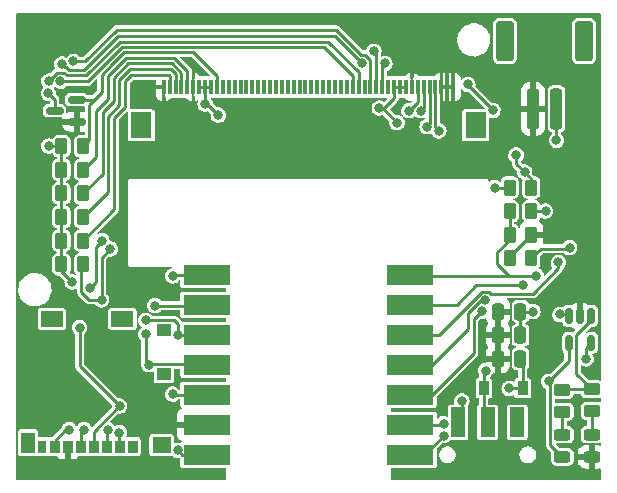
<source format=gbr>
%TF.GenerationSoftware,KiCad,Pcbnew,(6.0.6)*%
%TF.CreationDate,2022-12-20T00:37:19-06:00*%
%TF.ProjectId,Realm Card,5265616c-6d20-4436-9172-642e6b696361,A*%
%TF.SameCoordinates,Original*%
%TF.FileFunction,Copper,L1,Top*%
%TF.FilePolarity,Positive*%
%FSLAX46Y46*%
G04 Gerber Fmt 4.6, Leading zero omitted, Abs format (unit mm)*
G04 Created by KiCad (PCBNEW (6.0.6)) date 2022-12-20 00:37:19*
%MOMM*%
%LPD*%
G01*
G04 APERTURE LIST*
G04 Aperture macros list*
%AMRoundRect*
0 Rectangle with rounded corners*
0 $1 Rounding radius*
0 $2 $3 $4 $5 $6 $7 $8 $9 X,Y pos of 4 corners*
0 Add a 4 corners polygon primitive as box body*
4,1,4,$2,$3,$4,$5,$6,$7,$8,$9,$2,$3,0*
0 Add four circle primitives for the rounded corners*
1,1,$1+$1,$2,$3*
1,1,$1+$1,$4,$5*
1,1,$1+$1,$6,$7*
1,1,$1+$1,$8,$9*
0 Add four rect primitives between the rounded corners*
20,1,$1+$1,$2,$3,$4,$5,0*
20,1,$1+$1,$4,$5,$6,$7,0*
20,1,$1+$1,$6,$7,$8,$9,0*
20,1,$1+$1,$8,$9,$2,$3,0*%
G04 Aperture macros list end*
%TA.AperFunction,SMDPad,CuDef*%
%ADD10RoundRect,0.150000X-0.150000X0.512500X-0.150000X-0.512500X0.150000X-0.512500X0.150000X0.512500X0*%
%TD*%
%TA.AperFunction,SMDPad,CuDef*%
%ADD11RoundRect,0.250000X-0.262500X-0.450000X0.262500X-0.450000X0.262500X0.450000X-0.262500X0.450000X0*%
%TD*%
%TA.AperFunction,SMDPad,CuDef*%
%ADD12RoundRect,0.250000X0.262500X0.450000X-0.262500X0.450000X-0.262500X-0.450000X0.262500X-0.450000X0*%
%TD*%
%TA.AperFunction,SMDPad,CuDef*%
%ADD13RoundRect,0.250000X-0.250000X-0.475000X0.250000X-0.475000X0.250000X0.475000X-0.250000X0.475000X0*%
%TD*%
%TA.AperFunction,SMDPad,CuDef*%
%ADD14R,0.900000X1.200000*%
%TD*%
%TA.AperFunction,SMDPad,CuDef*%
%ADD15RoundRect,0.243750X0.456250X-0.243750X0.456250X0.243750X-0.456250X0.243750X-0.456250X-0.243750X0*%
%TD*%
%TA.AperFunction,SMDPad,CuDef*%
%ADD16R,0.850000X1.100000*%
%TD*%
%TA.AperFunction,SMDPad,CuDef*%
%ADD17R,0.750000X1.100000*%
%TD*%
%TA.AperFunction,SMDPad,CuDef*%
%ADD18R,1.200000X1.000000*%
%TD*%
%TA.AperFunction,SMDPad,CuDef*%
%ADD19R,1.900000X1.350000*%
%TD*%
%TA.AperFunction,SMDPad,CuDef*%
%ADD20R,1.170000X1.800000*%
%TD*%
%TA.AperFunction,SMDPad,CuDef*%
%ADD21R,1.550000X1.350000*%
%TD*%
%TA.AperFunction,SMDPad,CuDef*%
%ADD22RoundRect,0.250000X-0.450000X0.262500X-0.450000X-0.262500X0.450000X-0.262500X0.450000X0.262500X0*%
%TD*%
%TA.AperFunction,SMDPad,CuDef*%
%ADD23RoundRect,0.250000X0.250000X1.500000X-0.250000X1.500000X-0.250000X-1.500000X0.250000X-1.500000X0*%
%TD*%
%TA.AperFunction,SMDPad,CuDef*%
%ADD24RoundRect,0.250001X0.499999X1.449999X-0.499999X1.449999X-0.499999X-1.449999X0.499999X-1.449999X0*%
%TD*%
%TA.AperFunction,SMDPad,CuDef*%
%ADD25R,1.250000X2.500000*%
%TD*%
%TA.AperFunction,ComponentPad*%
%ADD26R,4.000000X1.700000*%
%TD*%
%TA.AperFunction,SMDPad,CuDef*%
%ADD27R,0.300000X1.300000*%
%TD*%
%TA.AperFunction,SMDPad,CuDef*%
%ADD28R,1.800000X2.200000*%
%TD*%
%TA.AperFunction,SMDPad,CuDef*%
%ADD29RoundRect,0.243750X-0.456250X0.243750X-0.456250X-0.243750X0.456250X-0.243750X0.456250X0.243750X0*%
%TD*%
%TA.AperFunction,SMDPad,CuDef*%
%ADD30RoundRect,0.150000X0.587500X0.150000X-0.587500X0.150000X-0.587500X-0.150000X0.587500X-0.150000X0*%
%TD*%
%TA.AperFunction,ViaPad*%
%ADD31C,0.800000*%
%TD*%
%TA.AperFunction,Conductor*%
%ADD32C,0.250000*%
%TD*%
G04 APERTURE END LIST*
D10*
%TO.P,U1,1,STAT*%
%TO.N,Net-(R6-Pad1)*%
X48950000Y-25862500D03*
%TO.P,U1,2,VSS*%
%TO.N,GND*%
X48000000Y-25862500D03*
%TO.P,U1,3,VBAT*%
%TO.N,BAT CHG*%
X47050000Y-25862500D03*
%TO.P,U1,4,VDD*%
%TO.N,+5V*%
X47050000Y-28137500D03*
%TO.P,U1,5,PROG*%
%TO.N,Net-(R5-Pad2)*%
X48950000Y-28137500D03*
%TD*%
D11*
%TO.P,R5,1*%
%TO.N,GND*%
X42050000Y-21000000D03*
%TO.P,R5,2*%
%TO.N,Net-(R5-Pad2)*%
X43875000Y-21000000D03*
%TD*%
D12*
%TO.P,R3,1*%
%TO.N,GND*%
X43875000Y-19000000D03*
%TO.P,R3,2*%
%TO.N,BAT CHG*%
X42050000Y-19000000D03*
%TD*%
D11*
%TO.P,R2,1*%
%TO.N,+3.3V*%
X4087500Y-21500000D03*
%TO.P,R2,2*%
%TO.N,SD_CS*%
X5912500Y-21500000D03*
%TD*%
%TO.P,R10,1*%
%TO.N,+3.3V*%
X4087500Y-15500000D03*
%TO.P,R10,2*%
%TO.N,/LEDA*%
X5912500Y-15500000D03*
%TD*%
D13*
%TO.P,C1,1*%
%TO.N,GND*%
X41050000Y-29500000D03*
%TO.P,C1,2*%
%TO.N,+5V*%
X42950000Y-29500000D03*
%TD*%
D11*
%TO.P,R11,1*%
%TO.N,+3.3V*%
X4087500Y-13500000D03*
%TO.P,R11,2*%
%TO.N,/LEDA*%
X5912500Y-13500000D03*
%TD*%
D14*
%TO.P,D3,1,K*%
%TO.N,+5V*%
X43150000Y-32000000D03*
%TO.P,D3,2,A*%
%TO.N,VBAT*%
X39850000Y-32000000D03*
%TD*%
D11*
%TO.P,R9,1*%
%TO.N,+3.3V*%
X4087500Y-19500000D03*
%TO.P,R9,2*%
%TO.N,/LEDA*%
X5912500Y-19500000D03*
%TD*%
D15*
%TO.P,D2,1,K*%
%TO.N,GND*%
X49000000Y-37805500D03*
%TO.P,D2,2,A*%
%TO.N,Net-(D2-Pad2)*%
X49000000Y-35930500D03*
%TD*%
D16*
%TO.P,J2,1,DAT2*%
%TO.N,unconnected-(J2-Pad1)*%
X10105000Y-36950000D03*
%TO.P,J2,2,DAT3/CD*%
%TO.N,SD_CS*%
X9005000Y-36950000D03*
%TO.P,J2,3,CMD*%
%TO.N,MOSI*%
X7905000Y-36950000D03*
%TO.P,J2,4,VDD*%
%TO.N,+3.3V*%
X6805000Y-36950000D03*
%TO.P,J2,5,CLK*%
%TO.N,SCK*%
X5705000Y-36950000D03*
%TO.P,J2,6,VSS*%
%TO.N,GND*%
X4605000Y-36950000D03*
%TO.P,J2,7,DAT0*%
%TO.N,MISO*%
X3505000Y-36950000D03*
D17*
%TO.P,J2,8,DAT1*%
%TO.N,unconnected-(J2-Pad8)*%
X2455000Y-36950000D03*
D18*
%TO.P,J2,9,SHIELD*%
%TO.N,unconnected-(J2-Pad9)*%
X12740000Y-30800000D03*
%TO.P,J2,10*%
%TO.N,N/C*%
X12740000Y-27100000D03*
D19*
%TO.P,J2,11*%
X3270000Y-26125000D03*
D20*
X1245000Y-36600000D03*
D21*
X12565000Y-36825000D03*
D19*
X9240000Y-26125000D03*
%TD*%
D11*
%TO.P,R8,1*%
%TO.N,+3.3V*%
X4087500Y-17500000D03*
%TO.P,R8,2*%
%TO.N,/LEDA*%
X5912500Y-17500000D03*
%TD*%
D22*
%TO.P,R6,1*%
%TO.N,Net-(R6-Pad1)*%
X46500000Y-32145500D03*
%TO.P,R6,2*%
%TO.N,Net-(D1-Pad1)*%
X46500000Y-33970500D03*
%TD*%
D12*
%TO.P,R12,1*%
%TO.N,reset*%
X5912500Y-11500000D03*
%TO.P,R12,2*%
%TO.N,+3.3V*%
X4087500Y-11500000D03*
%TD*%
%TO.P,R1,1*%
%TO.N,LCD_CS*%
X43875000Y-15000000D03*
%TO.P,R1,2*%
%TO.N,+3.3V*%
X42050000Y-15000000D03*
%TD*%
D13*
%TO.P,C2,1*%
%TO.N,GND*%
X41050000Y-25500000D03*
%TO.P,C2,2*%
%TO.N,VBAT*%
X42950000Y-25500000D03*
%TD*%
D23*
%TO.P,J3,1,Pin_1*%
%TO.N,Net-(J3-Pad1)*%
X46000000Y-8350000D03*
%TO.P,J3,2,Pin_2*%
%TO.N,GND*%
X44000000Y-8350000D03*
D24*
%TO.P,J3,MP*%
%TO.N,N/C*%
X48350000Y-2600000D03*
X41650000Y-2600000D03*
%TD*%
D25*
%TO.P,SW1,1,A*%
%TO.N,Net-(J3-Pad1)*%
X37670000Y-34880000D03*
%TO.P,SW1,2,B*%
%TO.N,VBAT*%
X40170000Y-34880000D03*
%TO.P,SW1,3,C*%
%TO.N,unconnected-(SW1-Pad3)*%
X42670000Y-34880000D03*
%TD*%
D26*
%TO.P,J1,1,Pin_1*%
%TO.N,WR*%
X16380000Y-22380000D03*
%TO.P,J1,2,Pin_2*%
%TO.N,SCK*%
X16380000Y-24920000D03*
%TO.P,J1,3,Pin_3*%
%TO.N,MISO*%
X16380000Y-27460000D03*
%TO.P,J1,4,Pin_4*%
%TO.N,MOSI*%
X16380000Y-30000000D03*
%TO.P,J1,5,Pin_5*%
%TO.N,+3.3V*%
X16380000Y-32540000D03*
%TO.P,J1,6,Pin_6*%
%TO.N,GND*%
X16380000Y-35080000D03*
%TO.P,J1,7,Pin_7*%
%TO.N,+5V*%
X16380000Y-37620000D03*
%TO.P,J1,8,Pin_8*%
%TO.N,BAT CHG*%
X33620000Y-22380000D03*
%TO.P,J1,9,Pin_9*%
%TO.N,LCD_CS*%
X33620000Y-24920000D03*
%TO.P,J1,10,Pin_10*%
%TO.N,SD_CS*%
X33620000Y-27460000D03*
%TO.P,J1,11,Pin_11*%
%TO.N,X+*%
X33620000Y-30000000D03*
%TO.P,J1,12,Pin_12*%
%TO.N,X-*%
X33620000Y-32540000D03*
%TO.P,J1,13,Pin_13*%
%TO.N,Y+*%
X33620000Y-35080000D03*
%TO.P,J1,14,Pin_14*%
%TO.N,Y-*%
X33620000Y-37620000D03*
%TD*%
D11*
%TO.P,R4,1*%
%TO.N,BAT CHG*%
X42050000Y-17000000D03*
%TO.P,R4,2*%
%TO.N,+5V*%
X43875000Y-17000000D03*
%TD*%
D13*
%TO.P,C3,1*%
%TO.N,GND*%
X41050000Y-27500000D03*
%TO.P,C3,2*%
%TO.N,VBAT*%
X42950000Y-27500000D03*
%TD*%
D27*
%TO.P,J4,1,Pin_1*%
%TO.N,GND*%
X12750000Y-6490000D03*
%TO.P,J4,2,Pin_2*%
%TO.N,/LEDA*%
X13250000Y-6490000D03*
%TO.P,J4,3,Pin_3*%
X13750000Y-6490000D03*
%TO.P,J4,4,Pin_4*%
X14250000Y-6490000D03*
%TO.P,J4,5,Pin_5*%
X14750000Y-6490000D03*
%TO.P,J4,6,Pin_6*%
%TO.N,GND*%
X15250000Y-6490000D03*
%TO.P,J4,7,Pin_7*%
%TO.N,+3.3V*%
X15750000Y-6490000D03*
%TO.P,J4,8,Pin_8*%
X16250000Y-6490000D03*
%TO.P,J4,9,Pin_9*%
X16750000Y-6490000D03*
%TO.P,J4,10,Pin_10*%
%TO.N,reset*%
X17250000Y-6490000D03*
%TO.P,J4,11,Pin_11*%
%TO.N,unconnected-(J4-Pad11)*%
X17750000Y-6490000D03*
%TO.P,J4,12,Pin_12*%
%TO.N,unconnected-(J4-Pad12)*%
X18250000Y-6490000D03*
%TO.P,J4,13,Pin_13*%
%TO.N,unconnected-(J4-Pad13)*%
X18750000Y-6490000D03*
%TO.P,J4,14,Pin_14*%
%TO.N,unconnected-(J4-Pad14)*%
X19250000Y-6490000D03*
%TO.P,J4,15,Pin_15*%
%TO.N,unconnected-(J4-Pad15)*%
X19750000Y-6490000D03*
%TO.P,J4,16,Pin_16*%
%TO.N,unconnected-(J4-Pad16)*%
X20250000Y-6490000D03*
%TO.P,J4,17,Pin_17*%
%TO.N,unconnected-(J4-Pad17)*%
X20750000Y-6490000D03*
%TO.P,J4,18,Pin_18*%
%TO.N,unconnected-(J4-Pad18)*%
X21250000Y-6490000D03*
%TO.P,J4,19,Pin_19*%
%TO.N,unconnected-(J4-Pad19)*%
X21750000Y-6490000D03*
%TO.P,J4,20,Pin_20*%
%TO.N,unconnected-(J4-Pad20)*%
X22250000Y-6490000D03*
%TO.P,J4,21,Pin_21*%
%TO.N,unconnected-(J4-Pad21)*%
X22750000Y-6490000D03*
%TO.P,J4,22,Pin_22*%
%TO.N,unconnected-(J4-Pad22)*%
X23250000Y-6490000D03*
%TO.P,J4,23,Pin_23*%
%TO.N,unconnected-(J4-Pad23)*%
X23750000Y-6490000D03*
%TO.P,J4,24,Pin_24*%
%TO.N,unconnected-(J4-Pad24)*%
X24250000Y-6490000D03*
%TO.P,J4,25,Pin_25*%
%TO.N,unconnected-(J4-Pad25)*%
X24750000Y-6490000D03*
%TO.P,J4,26,Pin_26*%
%TO.N,unconnected-(J4-Pad26)*%
X25250000Y-6490000D03*
%TO.P,J4,27,Pin_27*%
%TO.N,unconnected-(J4-Pad27)*%
X25750000Y-6490000D03*
%TO.P,J4,28,Pin_28*%
%TO.N,unconnected-(J4-Pad28)*%
X26250000Y-6490000D03*
%TO.P,J4,29,Pin_29*%
%TO.N,unconnected-(J4-Pad29)*%
X26750000Y-6490000D03*
%TO.P,J4,30,Pin_30*%
%TO.N,unconnected-(J4-Pad30)*%
X27250000Y-6490000D03*
%TO.P,J4,31,Pin_31*%
%TO.N,unconnected-(J4-Pad31)*%
X27750000Y-6490000D03*
%TO.P,J4,32,Pin_32*%
%TO.N,unconnected-(J4-Pad32)*%
X28250000Y-6490000D03*
%TO.P,J4,33,Pin_33*%
%TO.N,MISO*%
X28750000Y-6490000D03*
%TO.P,J4,34,Pin_34*%
%TO.N,MOSI*%
X29250000Y-6490000D03*
%TO.P,J4,35,Pin_35*%
%TO.N,unconnected-(J4-Pad35)*%
X29750000Y-6490000D03*
%TO.P,J4,36,Pin_36*%
%TO.N,WR*%
X30250000Y-6490000D03*
%TO.P,J4,37,Pin_37*%
%TO.N,SCK*%
X30750000Y-6490000D03*
%TO.P,J4,38,Pin_38*%
%TO.N,LCD_CS*%
X31250000Y-6490000D03*
%TO.P,J4,39,Pin_39*%
%TO.N,unconnected-(J4-Pad39)*%
X31750000Y-6490000D03*
%TO.P,J4,40,Pin_40*%
%TO.N,+3.3V*%
X32250000Y-6490000D03*
%TO.P,J4,41,Pin_41*%
X32750000Y-6490000D03*
%TO.P,J4,42,Pin_42*%
X33250000Y-6490000D03*
%TO.P,J4,43,Pin_43*%
%TO.N,GND*%
X33750000Y-6490000D03*
%TO.P,J4,44,Pin_44*%
%TO.N,X-*%
X34250000Y-6490000D03*
%TO.P,J4,45,Pin_45*%
%TO.N,Y-*%
X34750000Y-6490000D03*
%TO.P,J4,46,Pin_46*%
%TO.N,X+*%
X35250000Y-6490000D03*
%TO.P,J4,47,Pin_47*%
%TO.N,Y+*%
X35750000Y-6490000D03*
%TO.P,J4,48,Pin_48*%
%TO.N,GND*%
X36250000Y-6490000D03*
%TO.P,J4,49,Pin_49*%
X36750000Y-6490000D03*
%TO.P,J4,50,Pin_50*%
X37250000Y-6490000D03*
D28*
%TO.P,J4,MP*%
%TO.N,N/C*%
X39150000Y-9740000D03*
X10850000Y-9740000D03*
%TD*%
D29*
%TO.P,D1,1,K*%
%TO.N,Net-(D1-Pad1)*%
X46500000Y-35930500D03*
%TO.P,D1,2,A*%
%TO.N,+5V*%
X46500000Y-37805500D03*
%TD*%
D22*
%TO.P,R7,1*%
%TO.N,Net-(R6-Pad1)*%
X49000000Y-32087500D03*
%TO.P,R7,2*%
%TO.N,Net-(D2-Pad2)*%
X49000000Y-33912500D03*
%TD*%
D30*
%TO.P,U2,1,GND*%
%TO.N,GND*%
X5375000Y-9450000D03*
%TO.P,U2,2,~{RESET}*%
%TO.N,reset*%
X5375000Y-7550000D03*
%TO.P,U2,3,VCC*%
%TO.N,+3.3V*%
X3500000Y-8500000D03*
%TD*%
D31*
%TO.N,GND*%
X6000000Y-3000000D03*
X10500000Y-6500000D03*
%TO.N,+5V*%
X13939502Y-37250000D03*
X45074500Y-17000000D03*
X42000000Y-32000000D03*
X45341779Y-31413878D03*
X6487701Y-23512299D03*
X7512299Y-19487701D03*
%TO.N,VBAT*%
X40000000Y-30500000D03*
X44000000Y-25500000D03*
%TO.N,+3.3V*%
X17369027Y-8869027D03*
X32500000Y-9500000D03*
X31000000Y-8275500D03*
X2987452Y-7037356D03*
X5619301Y-26856100D03*
X9012299Y-33512299D03*
X40775500Y-15000000D03*
X16263175Y-7924975D03*
X5000000Y-23000000D03*
X3000000Y-11500000D03*
X13500000Y-32500000D03*
%TO.N,SD_CS*%
X46162702Y-21337298D03*
X7487701Y-24512299D03*
X8219055Y-20194456D03*
X9000000Y-35750000D03*
%TO.N,MOSI*%
X11500000Y-30000000D03*
X3000497Y-6000000D03*
X11238200Y-27406850D03*
X8000000Y-35500000D03*
%TO.N,SCK*%
X29512299Y-4487701D03*
X30537251Y-3462749D03*
X12000000Y-25000000D03*
X6000000Y-35500000D03*
X4119302Y-4550500D03*
%TO.N,MISO*%
X13939502Y-27500000D03*
X11237700Y-26237700D03*
X4000000Y-6000000D03*
X4750000Y-35500000D03*
%TO.N,Net-(J3-Pad1)*%
X46000000Y-11000000D03*
X37980271Y-33085274D03*
%TO.N,Net-(R5-Pad2)*%
X47112299Y-20087701D03*
X48500000Y-29500000D03*
%TO.N,Y+*%
X36037625Y-10199500D03*
X36445498Y-35000000D03*
%TO.N,X+*%
X35050500Y-9849165D03*
X39986662Y-24537937D03*
%TO.N,Y-*%
X36445498Y-36000000D03*
X34500000Y-8500000D03*
%TO.N,X-*%
X33500000Y-8500000D03*
X39673788Y-25487206D03*
%TO.N,WR*%
X13500000Y-22500000D03*
X5093150Y-4325500D03*
%TO.N,LCD_CS*%
X42579639Y-12245459D03*
X38500000Y-6268131D03*
X31474500Y-4500000D03*
X43188482Y-23275500D03*
X40622438Y-8461908D03*
X43305041Y-13694959D03*
%TO.N,BAT CHG*%
X44289571Y-22474719D03*
X46275500Y-25750000D03*
%TD*%
D32*
%TO.N,+5V*%
X45074500Y-17000000D02*
X43875000Y-17000000D01*
%TO.N,MOSI*%
X7905000Y-35595000D02*
X8000000Y-35500000D01*
X7905000Y-36950000D02*
X7905000Y-35595000D01*
%TO.N,SD_CS*%
X9000000Y-35750000D02*
X9000000Y-36945000D01*
X9000000Y-36945000D02*
X9005000Y-36950000D01*
%TO.N,MOSI*%
X11238200Y-29738200D02*
X11238200Y-27406850D01*
X11500000Y-30000000D02*
X11238200Y-29738200D01*
%TO.N,+3.3V*%
X5619301Y-26856100D02*
X5619301Y-30119301D01*
X5619301Y-30119301D02*
X9012299Y-33512299D01*
X4087500Y-22087500D02*
X4087500Y-19500000D01*
X5000000Y-23000000D02*
X4087500Y-22087500D01*
%TO.N,GND*%
X42050000Y-20825000D02*
X43875000Y-19000000D01*
X42050000Y-21000000D02*
X42050000Y-20825000D01*
%TO.N,+5V*%
X14309502Y-37620000D02*
X17380000Y-37620000D01*
X45471795Y-31543894D02*
X45341779Y-31413878D01*
X13939502Y-37250000D02*
X14309502Y-37620000D01*
X43150000Y-29200000D02*
X42950000Y-29000000D01*
X45475000Y-36780500D02*
X45475000Y-32975000D01*
X43150000Y-29700000D02*
X42950000Y-29500000D01*
X43150000Y-32000000D02*
X42000000Y-32000000D01*
X7000000Y-23000000D02*
X6487701Y-23512299D01*
X7000000Y-20000000D02*
X7000000Y-23000000D01*
X42950000Y-29000000D02*
X43187500Y-29000000D01*
X45471795Y-32971795D02*
X45471795Y-31543894D01*
X46500000Y-37805500D02*
X45475000Y-36780500D01*
X43150000Y-32000000D02*
X43150000Y-29700000D01*
X7512299Y-19487701D02*
X7000000Y-20000000D01*
X47050000Y-29705657D02*
X45341779Y-31413878D01*
X47050000Y-28137500D02*
X47050000Y-29705657D01*
%TO.N,VBAT*%
X42950000Y-25500000D02*
X42950000Y-27500000D01*
X39850000Y-32000000D02*
X39850000Y-34560000D01*
X39850000Y-34560000D02*
X40170000Y-34880000D01*
X39850000Y-30650000D02*
X40000000Y-30500000D01*
X39850000Y-32000000D02*
X39850000Y-30650000D01*
X42950000Y-25500000D02*
X44000000Y-25500000D01*
%TO.N,Net-(D1-Pad1)*%
X46500000Y-33970500D02*
X46500000Y-35930500D01*
%TO.N,Net-(D2-Pad2)*%
X49000000Y-33912500D02*
X49000000Y-35930500D01*
%TO.N,+3.3V*%
X4087500Y-11500000D02*
X3000000Y-11500000D01*
X31000000Y-8275500D02*
X31275500Y-8275500D01*
X32250000Y-7440000D02*
X32250000Y-6490000D01*
X16424975Y-7924975D02*
X17369027Y-8869027D01*
X3500000Y-7549904D02*
X2987452Y-7037356D01*
X32750000Y-6490000D02*
X32250000Y-6490000D01*
X16263175Y-7924975D02*
X16424975Y-7924975D01*
X17369027Y-8869027D02*
X16750000Y-8250000D01*
X33250000Y-6490000D02*
X32750000Y-6490000D01*
X6805000Y-36950000D02*
X6805000Y-35669695D01*
X31414500Y-8275500D02*
X32250000Y-7440000D01*
X16263175Y-6503175D02*
X16250000Y-6490000D01*
X16250000Y-6490000D02*
X15750000Y-6490000D01*
X31000000Y-8275500D02*
X31414500Y-8275500D01*
X31275500Y-8275500D02*
X32500000Y-9500000D01*
X8962396Y-33512299D02*
X9012299Y-33512299D01*
X13540000Y-32540000D02*
X13500000Y-32500000D01*
X4087500Y-19500000D02*
X4087500Y-11500000D01*
X16263175Y-7924975D02*
X16263175Y-6503175D01*
X6805000Y-35669695D02*
X8962396Y-33512299D01*
X40775500Y-15000000D02*
X42050000Y-15000000D01*
X3500000Y-8500000D02*
X3500000Y-7549904D01*
X17380000Y-32540000D02*
X13540000Y-32540000D01*
X16750000Y-6490000D02*
X16250000Y-6490000D01*
%TO.N,SD_CS*%
X6462396Y-24512299D02*
X7487701Y-24512299D01*
X44000000Y-24000000D02*
X40474030Y-24000000D01*
X8219055Y-20194456D02*
X7487701Y-20925810D01*
X36040000Y-27460000D02*
X32620000Y-27460000D01*
X39686357Y-23812937D02*
X39261662Y-24237632D01*
X39261662Y-24237632D02*
X39261662Y-24238338D01*
X5762701Y-23812604D02*
X6462396Y-24512299D01*
X5912500Y-21500000D02*
X5762701Y-21649799D01*
X40286967Y-23812937D02*
X39686357Y-23812937D01*
X7487701Y-20925810D02*
X7487701Y-24512299D01*
X46162702Y-21337298D02*
X46162702Y-21837298D01*
X40474030Y-24000000D02*
X40286967Y-23812937D01*
X46162702Y-21837298D02*
X44000000Y-24000000D01*
X5762701Y-21649799D02*
X5762701Y-23812604D01*
X39261662Y-24238338D02*
X36040000Y-27460000D01*
%TO.N,MOSI*%
X9031624Y-2650000D02*
X26650000Y-2650000D01*
X4525305Y-5500000D02*
X6181624Y-5500000D01*
X17355000Y-29975000D02*
X17380000Y-30000000D01*
X3000497Y-6000000D02*
X3000497Y-5974198D01*
X3000497Y-5974198D02*
X3699695Y-5275000D01*
X6181624Y-5500000D02*
X9031624Y-2650000D01*
X4300305Y-5275000D02*
X4525305Y-5500000D01*
X29250000Y-5250000D02*
X29250000Y-6490000D01*
X11525000Y-29975000D02*
X17355000Y-29975000D01*
X3699695Y-5275000D02*
X4300305Y-5275000D01*
X11500000Y-30000000D02*
X11525000Y-29975000D01*
X26650000Y-2650000D02*
X29250000Y-5250000D01*
%TO.N,SCK*%
X17300000Y-25000000D02*
X17380000Y-24920000D01*
X8845228Y-2200000D02*
X27224598Y-2200000D01*
X4711701Y-5050000D02*
X5995228Y-5050000D01*
X4486701Y-4825000D02*
X4711701Y-5050000D01*
X5705000Y-36950000D02*
X5705000Y-35795000D01*
X12000000Y-25000000D02*
X17300000Y-25000000D01*
X30750000Y-3675498D02*
X30750000Y-6490000D01*
X27224598Y-2200000D02*
X29512299Y-4487701D01*
X5995228Y-5050000D02*
X8845228Y-2200000D01*
X30537251Y-3462749D02*
X30750000Y-3675498D01*
X4119302Y-4550500D02*
X4393802Y-4825000D01*
X5705000Y-35795000D02*
X6000000Y-35500000D01*
X4393802Y-4825000D02*
X4486701Y-4825000D01*
%TO.N,MISO*%
X3505000Y-36425000D02*
X3505000Y-36950000D01*
X13939502Y-27500000D02*
X13939502Y-26549502D01*
X9218020Y-3100000D02*
X26310000Y-3100000D01*
X13627700Y-26237700D02*
X11237700Y-26237700D01*
X4430000Y-35500000D02*
X3505000Y-36425000D01*
X13939502Y-26549502D02*
X13627700Y-26237700D01*
X26310000Y-3100000D02*
X28750000Y-5540000D01*
X6318020Y-6000000D02*
X4000000Y-6000000D01*
X13939502Y-27500000D02*
X13979502Y-27460000D01*
X6318020Y-6000000D02*
X9218020Y-3100000D01*
X14850000Y-27460000D02*
X17380000Y-27460000D01*
X4750000Y-35500000D02*
X4430000Y-35500000D01*
X13979502Y-27460000D02*
X17380000Y-27460000D01*
X28750000Y-5540000D02*
X28750000Y-6490000D01*
%TO.N,Net-(J3-Pad1)*%
X37980271Y-34569729D02*
X37670000Y-34880000D01*
X37980271Y-33085274D02*
X37980271Y-34569729D01*
X46000000Y-8350000D02*
X46000000Y-11000000D01*
%TO.N,/LEDA*%
X9000000Y-5863604D02*
X9000000Y-8018198D01*
X14250000Y-5267208D02*
X13482792Y-4500000D01*
X13346396Y-5000000D02*
X9863604Y-5000000D01*
X13250000Y-5540000D02*
X13250000Y-6490000D01*
X9727208Y-4500000D02*
X8500000Y-5727208D01*
X8577297Y-9077297D02*
X9500000Y-8154594D01*
X8577297Y-16835203D02*
X8577297Y-9077297D01*
X13619188Y-4000000D02*
X14750000Y-5130812D01*
X8500000Y-7636396D02*
X7568198Y-8568198D01*
X5912500Y-17500000D02*
X8018198Y-15394302D01*
X13482792Y-4500000D02*
X9727208Y-4500000D01*
X9500000Y-8154594D02*
X9500000Y-6000000D01*
X8000000Y-5590812D02*
X9590812Y-4000000D01*
X7000000Y-12412500D02*
X5912500Y-13500000D01*
X8000000Y-7500000D02*
X7000000Y-8500000D01*
X9500000Y-6000000D02*
X9985000Y-5515000D01*
X7000000Y-8500000D02*
X7000000Y-12412500D01*
X13225000Y-5515000D02*
X13250000Y-5540000D01*
X9863604Y-5000000D02*
X9000000Y-5863604D01*
X9000000Y-8018198D02*
X8018198Y-9000000D01*
X14250000Y-6490000D02*
X14250000Y-5267208D01*
X13750000Y-5403604D02*
X13346396Y-5000000D01*
X8000000Y-5590812D02*
X8000000Y-7500000D01*
X14750000Y-5130812D02*
X14750000Y-6490000D01*
X8018198Y-15394302D02*
X8018198Y-9000000D01*
X7568198Y-13844302D02*
X5912500Y-15500000D01*
X13750000Y-6490000D02*
X13750000Y-5403604D01*
X7568198Y-8568198D02*
X7568198Y-13844302D01*
X9985000Y-5515000D02*
X13225000Y-5515000D01*
X9590812Y-4000000D02*
X13619188Y-4000000D01*
X8500000Y-5727208D02*
X8500000Y-7636396D01*
X5912500Y-19500000D02*
X8577297Y-16835203D01*
%TO.N,Net-(R5-Pad2)*%
X47000000Y-20200000D02*
X44675000Y-20200000D01*
X48500000Y-29500000D02*
X48500000Y-28587500D01*
X44675000Y-20200000D02*
X43875000Y-21000000D01*
X47112299Y-20087701D02*
X47000000Y-20200000D01*
X48500000Y-28587500D02*
X48950000Y-28137500D01*
%TO.N,Net-(R6-Pad1)*%
X46558000Y-32087500D02*
X49000000Y-32087500D01*
X48950000Y-26246751D02*
X48950000Y-25862500D01*
X46500000Y-32145500D02*
X46558000Y-32087500D01*
X47675000Y-27521751D02*
X48950000Y-26246751D01*
X47675000Y-30762500D02*
X47675000Y-27521751D01*
X49000000Y-32087500D02*
X47675000Y-30762500D01*
X49000000Y-32087500D02*
X49000000Y-32000000D01*
%TO.N,Y+*%
X35750000Y-9911875D02*
X35750000Y-6490000D01*
X32700000Y-35500000D02*
X32620000Y-35580000D01*
X36445498Y-35000000D02*
X36365498Y-35080000D01*
X36365498Y-35080000D02*
X32620000Y-35080000D01*
X36037625Y-10199500D02*
X35750000Y-9911875D01*
%TO.N,X+*%
X38500000Y-25636396D02*
X38500000Y-27000000D01*
X35500000Y-30000000D02*
X32620000Y-30000000D01*
X39598459Y-24537937D02*
X38500000Y-25636396D01*
X39986662Y-24537937D02*
X39598459Y-24537937D01*
X35250000Y-9649665D02*
X35250000Y-6490000D01*
X35050500Y-9849165D02*
X35250000Y-9649665D01*
X38500000Y-27000000D02*
X35500000Y-30000000D01*
%TO.N,Y-*%
X34750000Y-8250000D02*
X34750000Y-6490000D01*
X34825498Y-37620000D02*
X32620000Y-37620000D01*
X36445498Y-36000000D02*
X34825498Y-37620000D01*
X34500000Y-8500000D02*
X34750000Y-8250000D01*
%TO.N,X-*%
X39000000Y-26160994D02*
X39673788Y-25487206D01*
X39000000Y-29000000D02*
X35460000Y-32540000D01*
X33500000Y-8500000D02*
X34250000Y-7750000D01*
X35460000Y-32540000D02*
X32620000Y-32540000D01*
X39000000Y-29000000D02*
X39000000Y-26160994D01*
X34250000Y-7750000D02*
X34250000Y-6490000D01*
%TO.N,WR*%
X6083332Y-4325500D02*
X8758832Y-1650000D01*
X29812604Y-3762701D02*
X30250000Y-4200097D01*
X30250000Y-4200097D02*
X30250000Y-6490000D01*
X8758832Y-1650000D02*
X27310994Y-1650000D01*
X13620000Y-22380000D02*
X13500000Y-22500000D01*
X5093150Y-4325500D02*
X6083332Y-4325500D01*
X29423695Y-3762701D02*
X29812604Y-3762701D01*
X27310994Y-1650000D02*
X29423695Y-3762701D01*
X17380000Y-22380000D02*
X13620000Y-22380000D01*
%TO.N,LCD_CS*%
X38500000Y-6268131D02*
X38500000Y-6339470D01*
X43305041Y-13694959D02*
X43875000Y-14264918D01*
X37580000Y-24920000D02*
X32620000Y-24920000D01*
X31250000Y-4724500D02*
X31474500Y-4500000D01*
X43875000Y-14264918D02*
X43875000Y-15000000D01*
X39224500Y-23275500D02*
X37580000Y-24920000D01*
X34820000Y-25420000D02*
X32620000Y-25420000D01*
X31250000Y-6490000D02*
X31250000Y-4724500D01*
X43188482Y-23275500D02*
X39224500Y-23275500D01*
X42579639Y-12969557D02*
X43305041Y-13694959D01*
X38500000Y-6339470D02*
X40622438Y-8461908D01*
X42579639Y-12245459D02*
X42579639Y-12969557D01*
%TO.N,BAT CHG*%
X46937500Y-25750000D02*
X47050000Y-25862500D01*
X41974719Y-22474719D02*
X41000000Y-21500000D01*
X44289571Y-22474719D02*
X32714719Y-22474719D01*
X46275500Y-25750000D02*
X46937500Y-25750000D01*
X44289571Y-22474719D02*
X41974719Y-22474719D01*
X42050000Y-19000000D02*
X42050000Y-19450000D01*
X46854436Y-25862500D02*
X47050000Y-25862500D01*
X41000000Y-20500000D02*
X42050000Y-19450000D01*
X41000000Y-21500000D02*
X41000000Y-20500000D01*
X42050000Y-19000000D02*
X42050000Y-17000000D01*
X32714719Y-22474719D02*
X32620000Y-22380000D01*
X42050000Y-19450000D02*
X42050000Y-18580000D01*
%TO.N,reset*%
X6862500Y-7550000D02*
X7500000Y-6912500D01*
X6437500Y-10975000D02*
X6437500Y-7975000D01*
X7500000Y-6912500D02*
X7500000Y-5500000D01*
X17250000Y-6490000D02*
X17250000Y-5540000D01*
X5912500Y-11500000D02*
X6437500Y-10975000D01*
X17250000Y-5540000D02*
X15260000Y-3550000D01*
X8391916Y-4562500D02*
X7500000Y-5454416D01*
X5375000Y-7550000D02*
X6862500Y-7550000D01*
X9404416Y-3550000D02*
X8391916Y-4562500D01*
X15260000Y-3550000D02*
X9404416Y-3550000D01*
X6437500Y-7975000D02*
X6862500Y-7550000D01*
%TD*%
%TA.AperFunction,Conductor*%
%TO.N,GND*%
G36*
X49731148Y-268852D02*
G01*
X49745500Y-303500D01*
X49745500Y-31326250D01*
X49731148Y-31360898D01*
X49696500Y-31375250D01*
X49679300Y-31372132D01*
X49559448Y-31327202D01*
X49556398Y-31326871D01*
X49556395Y-31326870D01*
X49529727Y-31323973D01*
X49497756Y-31320500D01*
X48789990Y-31320500D01*
X48755342Y-31306148D01*
X48068852Y-30619658D01*
X48054500Y-30585010D01*
X48054500Y-30085262D01*
X48068852Y-30050614D01*
X48103500Y-30036262D01*
X48126881Y-30042200D01*
X48204692Y-30084448D01*
X48257293Y-30113008D01*
X48410522Y-30153207D01*
X48498694Y-30154592D01*
X48565965Y-30155649D01*
X48565968Y-30155649D01*
X48568916Y-30155695D01*
X48571793Y-30155036D01*
X48571794Y-30155036D01*
X48720451Y-30120989D01*
X48720452Y-30120989D01*
X48723332Y-30120329D01*
X48725971Y-30119002D01*
X48725973Y-30119001D01*
X48862211Y-30050481D01*
X48862212Y-30050480D01*
X48864855Y-30049151D01*
X48966770Y-29962107D01*
X48983072Y-29948184D01*
X48983073Y-29948183D01*
X48985314Y-29946269D01*
X49031961Y-29881353D01*
X49076030Y-29820025D01*
X49076031Y-29820023D01*
X49077755Y-29817624D01*
X49136842Y-29670641D01*
X49159162Y-29513807D01*
X49159307Y-29500000D01*
X49140276Y-29342733D01*
X49124386Y-29300683D01*
X49085325Y-29197311D01*
X49085324Y-29197310D01*
X49084280Y-29194546D01*
X49040781Y-29131254D01*
X49032984Y-29094570D01*
X49053409Y-29063118D01*
X49081163Y-29054500D01*
X49131834Y-29054500D01*
X49197038Y-29044173D01*
X49222749Y-29040101D01*
X49222750Y-29040101D01*
X49226555Y-29039498D01*
X49318081Y-28992863D01*
X49337289Y-28983076D01*
X49337290Y-28983075D01*
X49340723Y-28981326D01*
X49431326Y-28890723D01*
X49440406Y-28872904D01*
X49487748Y-28779989D01*
X49489498Y-28776555D01*
X49504500Y-28681834D01*
X49504500Y-27593166D01*
X49489498Y-27498445D01*
X49447589Y-27416194D01*
X49433076Y-27387711D01*
X49433075Y-27387710D01*
X49431326Y-27384277D01*
X49340723Y-27293674D01*
X49337290Y-27291925D01*
X49337289Y-27291924D01*
X49241555Y-27243145D01*
X49226555Y-27235502D01*
X49222750Y-27234899D01*
X49222749Y-27234899D01*
X49192510Y-27230110D01*
X49131834Y-27220500D01*
X48768166Y-27220500D01*
X48707490Y-27230110D01*
X48677251Y-27234899D01*
X48677250Y-27234899D01*
X48673445Y-27235502D01*
X48658445Y-27243145D01*
X48591277Y-27277369D01*
X48553889Y-27280312D01*
X48525372Y-27255956D01*
X48522429Y-27218568D01*
X48534383Y-27199062D01*
X48939593Y-26793852D01*
X48974241Y-26779500D01*
X49131834Y-26779500D01*
X49192510Y-26769890D01*
X49222749Y-26765101D01*
X49222750Y-26765101D01*
X49226555Y-26764498D01*
X49283639Y-26735412D01*
X49337289Y-26708076D01*
X49337290Y-26708075D01*
X49340723Y-26706326D01*
X49431326Y-26615723D01*
X49447015Y-26584933D01*
X49472611Y-26534697D01*
X49489498Y-26501555D01*
X49493077Y-26478961D01*
X49497498Y-26451044D01*
X49504500Y-26406834D01*
X49504500Y-25318166D01*
X49489498Y-25223445D01*
X49442926Y-25132043D01*
X49433076Y-25112711D01*
X49433075Y-25112710D01*
X49431326Y-25109277D01*
X49340723Y-25018674D01*
X49337290Y-25016925D01*
X49337289Y-25016924D01*
X49238513Y-24966595D01*
X49226555Y-24960502D01*
X49222750Y-24959899D01*
X49222749Y-24959899D01*
X49186695Y-24954189D01*
X49131834Y-24945500D01*
X48768166Y-24945500D01*
X48713305Y-24954189D01*
X48676840Y-24945434D01*
X48670993Y-24940440D01*
X48558683Y-24828130D01*
X48553838Y-24824372D01*
X48416058Y-24742890D01*
X48410435Y-24740457D01*
X48263360Y-24697726D01*
X48255945Y-24698545D01*
X48254000Y-24700973D01*
X48254000Y-26067500D01*
X48239648Y-26102148D01*
X48205000Y-26116500D01*
X47795000Y-26116500D01*
X47760352Y-26102148D01*
X47746000Y-26067500D01*
X47746000Y-24704754D01*
X47743145Y-24697862D01*
X47740271Y-24696671D01*
X47589565Y-24740457D01*
X47583942Y-24742890D01*
X47446162Y-24824372D01*
X47441317Y-24828130D01*
X47329007Y-24940440D01*
X47294359Y-24954792D01*
X47286697Y-24954189D01*
X47231834Y-24945500D01*
X46868166Y-24945500D01*
X46813305Y-24954189D01*
X46777251Y-24959899D01*
X46777250Y-24959899D01*
X46773445Y-24960502D01*
X46761487Y-24966595D01*
X46662711Y-25016924D01*
X46662710Y-25016925D01*
X46659277Y-25018674D01*
X46568674Y-25109277D01*
X46566922Y-25112715D01*
X46564657Y-25115833D01*
X46562820Y-25114499D01*
X46539913Y-25134012D01*
X46512079Y-25133268D01*
X46511774Y-25134484D01*
X46358133Y-25095892D01*
X46277677Y-25095470D01*
X46202674Y-25095077D01*
X46202670Y-25095077D01*
X46199721Y-25095062D01*
X46196852Y-25095751D01*
X46196850Y-25095751D01*
X46048779Y-25131300D01*
X46045684Y-25132043D01*
X46043056Y-25133399D01*
X46043057Y-25133399D01*
X45922737Y-25195501D01*
X45904914Y-25204700D01*
X45902694Y-25206637D01*
X45902692Y-25206638D01*
X45883426Y-25223445D01*
X45785539Y-25308838D01*
X45783841Y-25311253D01*
X45783840Y-25311255D01*
X45758939Y-25346686D01*
X45694450Y-25438444D01*
X45693379Y-25441192D01*
X45693377Y-25441195D01*
X45671072Y-25498406D01*
X45636906Y-25586037D01*
X45627735Y-25655695D01*
X45622571Y-25694927D01*
X45616229Y-25743096D01*
X45633613Y-25900553D01*
X45688053Y-26049319D01*
X45689698Y-26051767D01*
X45774761Y-26178355D01*
X45774764Y-26178358D01*
X45776408Y-26180805D01*
X45778595Y-26182795D01*
X45881105Y-26276071D01*
X45893576Y-26287419D01*
X46032793Y-26363008D01*
X46186022Y-26403207D01*
X46274194Y-26404592D01*
X46341465Y-26405649D01*
X46341468Y-26405649D01*
X46344416Y-26405695D01*
X46347293Y-26405036D01*
X46347294Y-26405036D01*
X46438907Y-26384054D01*
X46475885Y-26390308D01*
X46498243Y-26424152D01*
X46506924Y-26478961D01*
X46510502Y-26501555D01*
X46527389Y-26534697D01*
X46552986Y-26584933D01*
X46568674Y-26615723D01*
X46659277Y-26706326D01*
X46662710Y-26708075D01*
X46662711Y-26708076D01*
X46716361Y-26735412D01*
X46773445Y-26764498D01*
X46777250Y-26765101D01*
X46777251Y-26765101D01*
X46807490Y-26769890D01*
X46868166Y-26779500D01*
X47231834Y-26779500D01*
X47286695Y-26770811D01*
X47323160Y-26779566D01*
X47329007Y-26784560D01*
X47441317Y-26896870D01*
X47446162Y-26900628D01*
X47586600Y-26983682D01*
X47586045Y-26984620D01*
X47609478Y-27008790D01*
X47608897Y-27046288D01*
X47598571Y-27061486D01*
X47438989Y-27221068D01*
X47430924Y-27227582D01*
X47416060Y-27237180D01*
X47413553Y-27240361D01*
X47410796Y-27242869D01*
X47375511Y-27255574D01*
X47355572Y-27250287D01*
X47341555Y-27243145D01*
X47326555Y-27235502D01*
X47322750Y-27234899D01*
X47322749Y-27234899D01*
X47292510Y-27230110D01*
X47231834Y-27220500D01*
X46868166Y-27220500D01*
X46807490Y-27230110D01*
X46777251Y-27234899D01*
X46777250Y-27234899D01*
X46773445Y-27235502D01*
X46758445Y-27243145D01*
X46662711Y-27291924D01*
X46662710Y-27291925D01*
X46659277Y-27293674D01*
X46568674Y-27384277D01*
X46566925Y-27387710D01*
X46566924Y-27387711D01*
X46552411Y-27416194D01*
X46510502Y-27498445D01*
X46495500Y-27593166D01*
X46495500Y-28681834D01*
X46510502Y-28776555D01*
X46512252Y-28779989D01*
X46559595Y-28872904D01*
X46568674Y-28890723D01*
X46656148Y-28978197D01*
X46670500Y-29012845D01*
X46670500Y-29528167D01*
X46656148Y-29562815D01*
X45471853Y-30747110D01*
X45437205Y-30761462D01*
X45430240Y-30760600D01*
X45430207Y-30760860D01*
X45427279Y-30760490D01*
X45424412Y-30759770D01*
X45344785Y-30759353D01*
X45268953Y-30758955D01*
X45268949Y-30758955D01*
X45266000Y-30758940D01*
X45263131Y-30759629D01*
X45263129Y-30759629D01*
X45114837Y-30795231D01*
X45111963Y-30795921D01*
X44971193Y-30868578D01*
X44968973Y-30870515D01*
X44968971Y-30870516D01*
X44879939Y-30948184D01*
X44851818Y-30972716D01*
X44850120Y-30975131D01*
X44850119Y-30975133D01*
X44811928Y-31029473D01*
X44760729Y-31102322D01*
X44759658Y-31105070D01*
X44759656Y-31105073D01*
X44737092Y-31162947D01*
X44703185Y-31249915D01*
X44702800Y-31252840D01*
X44686685Y-31375250D01*
X44682508Y-31406974D01*
X44699892Y-31564431D01*
X44754332Y-31713197D01*
X44755977Y-31715645D01*
X44841040Y-31842233D01*
X44841043Y-31842236D01*
X44842687Y-31844683D01*
X44844874Y-31846673D01*
X44885236Y-31883399D01*
X44959855Y-31951297D01*
X45031452Y-31990171D01*
X45066676Y-32009296D01*
X45090277Y-32038441D01*
X45092295Y-32052358D01*
X45092295Y-33003319D01*
X45092626Y-33005306D01*
X45092626Y-33005309D01*
X45094835Y-33018580D01*
X45095500Y-33026625D01*
X45095500Y-36734775D01*
X45094402Y-36745089D01*
X45090680Y-36762376D01*
X45095160Y-36800225D01*
X45095500Y-36805985D01*
X45095500Y-36812024D01*
X45095831Y-36814012D01*
X45098969Y-36832864D01*
X45099294Y-36835151D01*
X45105530Y-36887841D01*
X45107284Y-36891493D01*
X45108414Y-36895383D01*
X45108253Y-36895430D01*
X45108861Y-36897353D01*
X45109020Y-36897299D01*
X45110331Y-36901128D01*
X45110996Y-36905126D01*
X45136210Y-36951856D01*
X45137228Y-36953853D01*
X45160219Y-37001732D01*
X45162199Y-37004088D01*
X45162201Y-37004090D01*
X45163139Y-37005206D01*
X45163148Y-37005215D01*
X45163705Y-37005878D01*
X45163814Y-37006008D01*
X45163804Y-37006017D01*
X45166414Y-37009683D01*
X45166585Y-37009550D01*
X45169066Y-37012749D01*
X45170990Y-37016314D01*
X45173965Y-37019064D01*
X45211684Y-37053931D01*
X45213071Y-37055265D01*
X45545992Y-37388186D01*
X45560344Y-37422834D01*
X45557226Y-37440033D01*
X45553197Y-37450780D01*
X45553195Y-37450786D01*
X45552119Y-37453658D01*
X45551788Y-37456708D01*
X45551787Y-37456711D01*
X45548944Y-37482880D01*
X45545500Y-37514585D01*
X45545501Y-38096414D01*
X45552119Y-38157342D01*
X45602217Y-38290982D01*
X45687811Y-38405189D01*
X45802018Y-38490783D01*
X45935658Y-38540881D01*
X45938708Y-38541212D01*
X45938711Y-38541213D01*
X45964880Y-38544056D01*
X45996585Y-38547500D01*
X46499810Y-38547500D01*
X47003414Y-38547499D01*
X47064342Y-38540881D01*
X47197982Y-38490783D01*
X47312189Y-38405189D01*
X47397783Y-38290982D01*
X47447881Y-38157342D01*
X47448214Y-38154282D01*
X47451056Y-38128120D01*
X47454334Y-38097939D01*
X47792001Y-38097939D01*
X47792132Y-38100458D01*
X47802600Y-38201353D01*
X47803728Y-38206578D01*
X47857451Y-38367607D01*
X47859854Y-38372737D01*
X47949099Y-38516954D01*
X47952616Y-38521391D01*
X48072645Y-38641211D01*
X48077081Y-38644715D01*
X48221457Y-38733709D01*
X48226591Y-38736103D01*
X48387724Y-38789548D01*
X48392930Y-38790665D01*
X48492562Y-38800873D01*
X48495045Y-38801000D01*
X48736253Y-38801000D01*
X48743145Y-38798145D01*
X48746000Y-38791253D01*
X48746000Y-38069247D01*
X48743145Y-38062355D01*
X48736253Y-38059500D01*
X47801748Y-38059500D01*
X47794856Y-38062355D01*
X47792001Y-38069247D01*
X47792001Y-38097939D01*
X47454334Y-38097939D01*
X47454500Y-38096415D01*
X47454499Y-37541753D01*
X47792000Y-37541753D01*
X47794855Y-37548645D01*
X47801747Y-37551500D01*
X48736253Y-37551500D01*
X48743145Y-37548645D01*
X48746000Y-37541753D01*
X48746000Y-36819748D01*
X48743145Y-36812856D01*
X48736253Y-36810001D01*
X48495061Y-36810001D01*
X48492542Y-36810132D01*
X48391647Y-36820600D01*
X48386422Y-36821728D01*
X48225393Y-36875451D01*
X48220263Y-36877854D01*
X48076046Y-36967099D01*
X48071609Y-36970616D01*
X47951789Y-37090645D01*
X47948285Y-37095081D01*
X47859291Y-37239457D01*
X47856897Y-37244591D01*
X47803452Y-37405724D01*
X47802335Y-37410930D01*
X47792127Y-37510562D01*
X47792000Y-37513045D01*
X47792000Y-37541753D01*
X47454499Y-37541753D01*
X47454499Y-37514586D01*
X47447881Y-37453658D01*
X47397783Y-37320018D01*
X47312189Y-37205811D01*
X47197982Y-37120217D01*
X47064342Y-37070119D01*
X47061292Y-37069788D01*
X47061289Y-37069787D01*
X47035120Y-37066944D01*
X47003415Y-37063500D01*
X46959952Y-37063500D01*
X46314991Y-37063501D01*
X46280343Y-37049149D01*
X45987342Y-36756148D01*
X45972990Y-36721500D01*
X45987342Y-36686852D01*
X46021990Y-36672500D01*
X46953434Y-36672499D01*
X47003414Y-36672499D01*
X47064342Y-36665881D01*
X47197982Y-36615783D01*
X47312189Y-36530189D01*
X47397783Y-36415982D01*
X47447881Y-36282342D01*
X47448214Y-36279282D01*
X47454356Y-36222737D01*
X47454500Y-36221415D01*
X47454499Y-35639586D01*
X47447881Y-35578658D01*
X47397783Y-35445018D01*
X47312189Y-35330811D01*
X47197982Y-35245217D01*
X47064342Y-35195119D01*
X47061292Y-35194788D01*
X47061289Y-35194787D01*
X47035120Y-35191944D01*
X47003415Y-35188500D01*
X46928500Y-35188500D01*
X46893852Y-35174148D01*
X46879500Y-35139500D01*
X46879500Y-34786500D01*
X46893852Y-34751852D01*
X46928500Y-34737500D01*
X46997756Y-34737500D01*
X47029727Y-34734027D01*
X47056395Y-34731130D01*
X47056398Y-34731129D01*
X47059448Y-34730798D01*
X47158003Y-34693852D01*
X47191492Y-34681298D01*
X47191494Y-34681297D01*
X47194764Y-34680071D01*
X47204026Y-34673130D01*
X47307610Y-34595498D01*
X47310404Y-34593404D01*
X47352303Y-34537498D01*
X47394975Y-34480561D01*
X47394976Y-34480560D01*
X47397071Y-34477764D01*
X47406225Y-34453347D01*
X47418814Y-34419764D01*
X47447798Y-34342448D01*
X47454500Y-34280756D01*
X47454500Y-33660244D01*
X47448753Y-33607343D01*
X47448130Y-33601605D01*
X47448129Y-33601602D01*
X47447798Y-33598552D01*
X47413975Y-33508329D01*
X47398298Y-33466508D01*
X47398297Y-33466506D01*
X47397071Y-33463236D01*
X47360971Y-33415067D01*
X47312498Y-33350390D01*
X47310404Y-33347596D01*
X47259789Y-33309662D01*
X47197561Y-33263025D01*
X47197560Y-33263024D01*
X47194764Y-33260929D01*
X47191494Y-33259703D01*
X47191492Y-33259702D01*
X47135206Y-33238602D01*
X47059448Y-33210202D01*
X47056398Y-33209871D01*
X47056395Y-33209870D01*
X47028547Y-33206845D01*
X46997756Y-33203500D01*
X46002244Y-33203500D01*
X45971453Y-33206845D01*
X45943605Y-33209870D01*
X45943602Y-33209871D01*
X45940552Y-33210202D01*
X45920700Y-33217644D01*
X45883219Y-33216368D01*
X45857618Y-33188962D01*
X45854500Y-33171762D01*
X45854500Y-32944238D01*
X45868852Y-32909590D01*
X45903500Y-32895238D01*
X45920700Y-32898356D01*
X45940552Y-32905798D01*
X45943602Y-32906129D01*
X45943605Y-32906130D01*
X45970273Y-32909027D01*
X46002244Y-32912500D01*
X46997756Y-32912500D01*
X47029727Y-32909027D01*
X47056395Y-32906130D01*
X47056398Y-32906129D01*
X47059448Y-32905798D01*
X47158003Y-32868852D01*
X47191492Y-32856298D01*
X47191494Y-32856297D01*
X47194764Y-32855071D01*
X47204026Y-32848130D01*
X47307610Y-32770498D01*
X47310404Y-32768404D01*
X47352303Y-32712498D01*
X47394975Y-32655561D01*
X47394976Y-32655560D01*
X47397071Y-32652764D01*
X47398383Y-32649266D01*
X47418814Y-32594764D01*
X47447798Y-32517448D01*
X47448530Y-32510707D01*
X47466538Y-32477813D01*
X47497243Y-32467000D01*
X48021072Y-32467000D01*
X48055720Y-32481352D01*
X48066954Y-32498800D01*
X48099842Y-32586529D01*
X48102929Y-32594764D01*
X48105024Y-32597560D01*
X48105025Y-32597561D01*
X48148594Y-32655695D01*
X48189596Y-32710404D01*
X48192390Y-32712498D01*
X48290683Y-32786164D01*
X48305236Y-32797071D01*
X48308506Y-32798297D01*
X48308508Y-32798298D01*
X48324103Y-32804144D01*
X48440552Y-32847798D01*
X48443602Y-32848129D01*
X48443605Y-32848130D01*
X48470273Y-32851027D01*
X48502244Y-32854500D01*
X49497756Y-32854500D01*
X49529727Y-32851027D01*
X49556395Y-32848130D01*
X49556398Y-32848129D01*
X49559448Y-32847798D01*
X49679300Y-32802868D01*
X49716781Y-32804144D01*
X49742382Y-32831550D01*
X49745500Y-32848750D01*
X49745500Y-33151250D01*
X49731148Y-33185898D01*
X49696500Y-33200250D01*
X49679300Y-33197132D01*
X49559448Y-33152202D01*
X49556398Y-33151871D01*
X49556395Y-33151870D01*
X49529727Y-33148973D01*
X49497756Y-33145500D01*
X48502244Y-33145500D01*
X48470273Y-33148973D01*
X48443605Y-33151870D01*
X48443602Y-33151871D01*
X48440552Y-33152202D01*
X48360074Y-33182372D01*
X48308508Y-33201702D01*
X48308506Y-33201703D01*
X48305236Y-33202929D01*
X48302440Y-33205024D01*
X48302439Y-33205025D01*
X48261340Y-33235827D01*
X48189596Y-33289596D01*
X48187502Y-33292390D01*
X48114854Y-33389325D01*
X48102929Y-33405236D01*
X48101703Y-33408506D01*
X48101702Y-33408508D01*
X48097117Y-33420740D01*
X48052202Y-33540552D01*
X48045500Y-33602244D01*
X48045500Y-34222756D01*
X48052202Y-34284448D01*
X48075236Y-34345892D01*
X48099143Y-34409664D01*
X48102929Y-34419764D01*
X48105024Y-34422560D01*
X48105025Y-34422561D01*
X48128098Y-34453347D01*
X48189596Y-34535404D01*
X48192390Y-34537498D01*
X48269780Y-34595498D01*
X48305236Y-34622071D01*
X48308506Y-34623297D01*
X48308508Y-34623298D01*
X48324103Y-34629144D01*
X48440552Y-34672798D01*
X48443602Y-34673129D01*
X48443605Y-34673130D01*
X48470273Y-34676027D01*
X48502244Y-34679500D01*
X48571500Y-34679500D01*
X48606148Y-34693852D01*
X48620500Y-34728500D01*
X48620500Y-35139501D01*
X48606148Y-35174149D01*
X48571500Y-35188501D01*
X48496586Y-35188501D01*
X48435658Y-35195119D01*
X48354500Y-35225543D01*
X48312382Y-35241332D01*
X48302018Y-35245217D01*
X48187811Y-35330811D01*
X48102217Y-35445018D01*
X48052119Y-35578658D01*
X48051788Y-35581708D01*
X48051787Y-35581711D01*
X48049210Y-35605431D01*
X48045500Y-35639585D01*
X48045501Y-36221414D01*
X48052119Y-36282342D01*
X48102217Y-36415982D01*
X48187811Y-36530189D01*
X48302018Y-36615783D01*
X48435658Y-36665881D01*
X48438708Y-36666212D01*
X48438711Y-36666213D01*
X48461312Y-36668668D01*
X48496585Y-36672500D01*
X48999810Y-36672500D01*
X49503414Y-36672499D01*
X49564342Y-36665881D01*
X49679301Y-36622786D01*
X49716781Y-36624062D01*
X49742382Y-36651468D01*
X49745500Y-36668668D01*
X49745500Y-36797763D01*
X49731148Y-36832411D01*
X49696500Y-36846763D01*
X49681074Y-36844271D01*
X49612276Y-36821452D01*
X49607070Y-36820335D01*
X49507438Y-36810127D01*
X49504955Y-36810000D01*
X49263747Y-36810000D01*
X49256855Y-36812855D01*
X49254000Y-36819747D01*
X49254000Y-38791252D01*
X49256855Y-38798144D01*
X49263747Y-38800999D01*
X49504939Y-38800999D01*
X49507458Y-38800868D01*
X49608353Y-38790400D01*
X49613578Y-38789272D01*
X49680993Y-38766781D01*
X49718402Y-38769429D01*
X49742981Y-38797755D01*
X49745500Y-38813262D01*
X49745500Y-39696500D01*
X49731148Y-39731148D01*
X49696500Y-39745500D01*
X32053500Y-39745500D01*
X32018852Y-39731148D01*
X32004500Y-39696500D01*
X32004500Y-38773500D01*
X32018852Y-38738852D01*
X32053500Y-38724500D01*
X35474876Y-38724499D01*
X35645066Y-38724499D01*
X35647418Y-38724031D01*
X35647420Y-38724031D01*
X35683403Y-38716874D01*
X35719301Y-38709734D01*
X35723312Y-38707054D01*
X35723314Y-38707053D01*
X35799473Y-38656164D01*
X35803484Y-38653484D01*
X35859734Y-38569301D01*
X35874500Y-38495067D01*
X35874499Y-37711568D01*
X36065029Y-37711568D01*
X36065718Y-37714437D01*
X36065718Y-37714439D01*
X36080045Y-37774114D01*
X36104835Y-37877373D01*
X36183042Y-38028896D01*
X36295135Y-38157391D01*
X36297550Y-38159089D01*
X36297552Y-38159090D01*
X36357687Y-38201353D01*
X36434643Y-38255438D01*
X36437391Y-38256509D01*
X36437394Y-38256511D01*
X36517434Y-38287717D01*
X36593511Y-38317378D01*
X36723564Y-38334500D01*
X36812756Y-38334500D01*
X36939281Y-38319189D01*
X37013929Y-38290982D01*
X37096024Y-38259961D01*
X37096025Y-38259960D01*
X37098789Y-38258916D01*
X37239316Y-38162334D01*
X37241281Y-38160129D01*
X37241284Y-38160126D01*
X37350780Y-38037230D01*
X37350781Y-38037229D01*
X37352748Y-38035021D01*
X37432538Y-37884324D01*
X37437393Y-37864998D01*
X37465266Y-37754029D01*
X37474078Y-37718946D01*
X37474117Y-37711568D01*
X42865029Y-37711568D01*
X42865718Y-37714437D01*
X42865718Y-37714439D01*
X42880045Y-37774114D01*
X42904835Y-37877373D01*
X42983042Y-38028896D01*
X43095135Y-38157391D01*
X43097550Y-38159089D01*
X43097552Y-38159090D01*
X43157687Y-38201353D01*
X43234643Y-38255438D01*
X43237391Y-38256509D01*
X43237394Y-38256511D01*
X43317434Y-38287717D01*
X43393511Y-38317378D01*
X43523564Y-38334500D01*
X43612756Y-38334500D01*
X43739281Y-38319189D01*
X43813929Y-38290982D01*
X43896024Y-38259961D01*
X43896025Y-38259960D01*
X43898789Y-38258916D01*
X44039316Y-38162334D01*
X44041281Y-38160129D01*
X44041284Y-38160126D01*
X44150780Y-38037230D01*
X44150781Y-38037229D01*
X44152748Y-38035021D01*
X44232538Y-37884324D01*
X44237393Y-37864998D01*
X44265266Y-37754029D01*
X44274078Y-37718946D01*
X44274705Y-37599301D01*
X44274956Y-37551385D01*
X44274956Y-37551381D01*
X44274971Y-37548432D01*
X44273910Y-37544010D01*
X44235855Y-37385501D01*
X44235165Y-37382627D01*
X44156958Y-37231104D01*
X44044865Y-37102609D01*
X44040974Y-37099874D01*
X43925991Y-37019064D01*
X43905357Y-37004562D01*
X43902609Y-37003491D01*
X43902606Y-37003489D01*
X43772720Y-36952849D01*
X43746489Y-36942622D01*
X43616436Y-36925500D01*
X43527244Y-36925500D01*
X43400719Y-36940811D01*
X43397956Y-36941855D01*
X43243976Y-37000039D01*
X43243975Y-37000040D01*
X43241211Y-37001084D01*
X43219051Y-37016314D01*
X43110900Y-37090645D01*
X43100684Y-37097666D01*
X43098719Y-37099871D01*
X43098716Y-37099874D01*
X43073667Y-37127989D01*
X42987252Y-37224979D01*
X42907462Y-37375676D01*
X42906744Y-37378534D01*
X42906743Y-37378537D01*
X42899914Y-37405724D01*
X42865922Y-37541054D01*
X42865029Y-37711568D01*
X37474117Y-37711568D01*
X37474705Y-37599301D01*
X37474956Y-37551385D01*
X37474956Y-37551381D01*
X37474971Y-37548432D01*
X37473910Y-37544010D01*
X37435855Y-37385501D01*
X37435165Y-37382627D01*
X37356958Y-37231104D01*
X37244865Y-37102609D01*
X37240974Y-37099874D01*
X37125991Y-37019064D01*
X37105357Y-37004562D01*
X37102609Y-37003491D01*
X37102606Y-37003489D01*
X36972720Y-36952849D01*
X36946489Y-36942622D01*
X36816436Y-36925500D01*
X36727244Y-36925500D01*
X36600719Y-36940811D01*
X36597956Y-36941855D01*
X36443976Y-37000039D01*
X36443975Y-37000040D01*
X36441211Y-37001084D01*
X36419051Y-37016314D01*
X36310900Y-37090645D01*
X36300684Y-37097666D01*
X36298719Y-37099871D01*
X36298716Y-37099874D01*
X36273667Y-37127989D01*
X36187252Y-37224979D01*
X36107462Y-37375676D01*
X36106744Y-37378534D01*
X36106743Y-37378537D01*
X36099914Y-37405724D01*
X36065922Y-37541054D01*
X36065029Y-37711568D01*
X35874499Y-37711568D01*
X35874499Y-37127989D01*
X35888851Y-37093341D01*
X36315357Y-36666835D01*
X36350005Y-36652483D01*
X36354403Y-36652783D01*
X36356020Y-36653207D01*
X36431669Y-36654395D01*
X36511463Y-36655649D01*
X36511466Y-36655649D01*
X36514414Y-36655695D01*
X36517291Y-36655036D01*
X36517292Y-36655036D01*
X36665949Y-36620989D01*
X36665950Y-36620989D01*
X36668830Y-36620329D01*
X36671469Y-36619002D01*
X36671471Y-36619001D01*
X36807709Y-36550481D01*
X36807710Y-36550480D01*
X36810353Y-36549151D01*
X36866557Y-36501148D01*
X36928568Y-36448186D01*
X36928570Y-36448184D01*
X36930812Y-36446269D01*
X36962383Y-36402334D01*
X36994255Y-36382571D01*
X37011734Y-36382869D01*
X37019933Y-36384500D01*
X37022343Y-36384500D01*
X37670945Y-36384499D01*
X38320066Y-36384499D01*
X38322418Y-36384031D01*
X38322420Y-36384031D01*
X38359207Y-36376714D01*
X38394301Y-36369734D01*
X38398312Y-36367054D01*
X38398314Y-36367053D01*
X38474473Y-36316164D01*
X38478484Y-36313484D01*
X38534734Y-36229301D01*
X38549500Y-36155067D01*
X38549499Y-33604934D01*
X38547265Y-33593699D01*
X38535675Y-33535431D01*
X38534734Y-33530699D01*
X38530590Y-33524496D01*
X38520576Y-33509510D01*
X38513260Y-33472728D01*
X38521526Y-33453694D01*
X38545205Y-33420740D01*
X38558026Y-33402898D01*
X38568852Y-33375969D01*
X38616012Y-33258654D01*
X38616012Y-33258653D01*
X38617113Y-33255915D01*
X38639433Y-33099081D01*
X38639578Y-33085274D01*
X38620547Y-32928007D01*
X38612155Y-32905798D01*
X38565596Y-32782585D01*
X38565595Y-32782584D01*
X38564551Y-32779820D01*
X38479211Y-32655649D01*
X38476499Y-32651703D01*
X38476499Y-32651702D01*
X38474824Y-32649266D01*
X38472619Y-32647302D01*
X38472616Y-32647298D01*
X38358756Y-32545854D01*
X38356546Y-32543885D01*
X38216545Y-32469758D01*
X38062904Y-32431166D01*
X37982448Y-32430744D01*
X37907445Y-32430351D01*
X37907441Y-32430351D01*
X37904492Y-32430336D01*
X37901623Y-32431025D01*
X37901621Y-32431025D01*
X37753329Y-32466627D01*
X37750455Y-32467317D01*
X37725353Y-32480273D01*
X37612547Y-32538497D01*
X37609685Y-32539974D01*
X37607465Y-32541911D01*
X37607463Y-32541912D01*
X37599165Y-32549151D01*
X37490310Y-32644112D01*
X37488612Y-32646527D01*
X37488611Y-32646529D01*
X37463337Y-32682490D01*
X37399221Y-32773718D01*
X37398150Y-32776466D01*
X37398148Y-32776469D01*
X37373115Y-32840676D01*
X37341677Y-32921311D01*
X37321000Y-33078370D01*
X37338384Y-33235827D01*
X37359083Y-33292390D01*
X37365404Y-33309662D01*
X37363833Y-33347132D01*
X37336227Y-33372517D01*
X37319388Y-33375501D01*
X37019934Y-33375501D01*
X37017582Y-33375969D01*
X37017580Y-33375969D01*
X36982638Y-33382919D01*
X36945699Y-33390266D01*
X36941688Y-33392946D01*
X36941686Y-33392947D01*
X36905041Y-33417433D01*
X36861516Y-33446516D01*
X36838292Y-33481273D01*
X36830246Y-33493315D01*
X36805266Y-33530699D01*
X36790500Y-33604933D01*
X36790500Y-34360664D01*
X36776148Y-34395312D01*
X36741500Y-34409664D01*
X36718572Y-34403969D01*
X36702222Y-34395312D01*
X36681772Y-34384484D01*
X36528131Y-34345892D01*
X36447675Y-34345470D01*
X36372672Y-34345077D01*
X36372668Y-34345077D01*
X36369719Y-34345062D01*
X36366850Y-34345751D01*
X36366848Y-34345751D01*
X36218556Y-34381353D01*
X36215682Y-34382043D01*
X36074912Y-34454700D01*
X36072692Y-34456637D01*
X36072690Y-34456638D01*
X35955710Y-34558687D01*
X35920166Y-34570649D01*
X35886574Y-34553973D01*
X35874499Y-34521762D01*
X35874499Y-34204934D01*
X35859734Y-34130699D01*
X35850527Y-34116919D01*
X35806164Y-34050527D01*
X35803484Y-34046516D01*
X35719301Y-33990266D01*
X35645067Y-33975500D01*
X35474404Y-33975500D01*
X32053500Y-33975501D01*
X32018852Y-33961149D01*
X32004500Y-33926501D01*
X32004500Y-33693500D01*
X32018852Y-33658852D01*
X32053500Y-33644500D01*
X35474876Y-33644499D01*
X35645066Y-33644499D01*
X35647418Y-33644031D01*
X35647420Y-33644031D01*
X35701226Y-33633329D01*
X35719301Y-33629734D01*
X35723312Y-33627054D01*
X35723314Y-33627053D01*
X35799473Y-33576164D01*
X35803484Y-33573484D01*
X35834754Y-33526686D01*
X35857052Y-33493315D01*
X35859734Y-33489301D01*
X35874500Y-33415067D01*
X35874500Y-32682490D01*
X35888852Y-32647842D01*
X37161761Y-31374933D01*
X39145500Y-31374933D01*
X39145501Y-32625066D01*
X39160266Y-32699301D01*
X39162946Y-32703312D01*
X39162947Y-32703314D01*
X39204425Y-32765389D01*
X39216516Y-32783484D01*
X39300699Y-32839734D01*
X39374933Y-32854500D01*
X39421500Y-32854500D01*
X39456148Y-32868852D01*
X39470500Y-32903500D01*
X39470500Y-33348271D01*
X39456148Y-33382919D01*
X39445531Y-33390014D01*
X39445699Y-33390266D01*
X39361516Y-33446516D01*
X39338292Y-33481273D01*
X39330246Y-33493315D01*
X39305266Y-33530699D01*
X39290500Y-33604933D01*
X39290501Y-36155066D01*
X39290969Y-36157418D01*
X39290969Y-36157420D01*
X39293418Y-36169734D01*
X39305266Y-36229301D01*
X39307946Y-36233312D01*
X39307947Y-36233314D01*
X39331222Y-36268147D01*
X39361516Y-36313484D01*
X39445699Y-36369734D01*
X39519933Y-36384500D01*
X39522343Y-36384500D01*
X40170945Y-36384499D01*
X40820066Y-36384499D01*
X40822418Y-36384031D01*
X40822420Y-36384031D01*
X40859207Y-36376714D01*
X40894301Y-36369734D01*
X40898312Y-36367054D01*
X40898314Y-36367053D01*
X40974473Y-36316164D01*
X40978484Y-36313484D01*
X41034734Y-36229301D01*
X41049500Y-36155067D01*
X41049499Y-33604934D01*
X41049499Y-33604933D01*
X41790500Y-33604933D01*
X41790501Y-36155066D01*
X41790969Y-36157418D01*
X41790969Y-36157420D01*
X41793418Y-36169734D01*
X41805266Y-36229301D01*
X41807946Y-36233312D01*
X41807947Y-36233314D01*
X41831222Y-36268147D01*
X41861516Y-36313484D01*
X41945699Y-36369734D01*
X42019933Y-36384500D01*
X42022343Y-36384500D01*
X42670945Y-36384499D01*
X43320066Y-36384499D01*
X43322418Y-36384031D01*
X43322420Y-36384031D01*
X43359207Y-36376714D01*
X43394301Y-36369734D01*
X43398312Y-36367054D01*
X43398314Y-36367053D01*
X43474473Y-36316164D01*
X43478484Y-36313484D01*
X43534734Y-36229301D01*
X43549500Y-36155067D01*
X43549499Y-33604934D01*
X43547265Y-33593699D01*
X43535675Y-33535431D01*
X43534734Y-33530699D01*
X43530590Y-33524496D01*
X43481164Y-33450527D01*
X43478484Y-33446516D01*
X43416705Y-33405236D01*
X43398315Y-33392948D01*
X43398313Y-33392947D01*
X43394301Y-33390266D01*
X43320067Y-33375500D01*
X43317657Y-33375500D01*
X42669055Y-33375501D01*
X42019934Y-33375501D01*
X42017582Y-33375969D01*
X42017580Y-33375969D01*
X41982638Y-33382919D01*
X41945699Y-33390266D01*
X41941688Y-33392946D01*
X41941686Y-33392947D01*
X41905041Y-33417433D01*
X41861516Y-33446516D01*
X41838292Y-33481273D01*
X41830246Y-33493315D01*
X41805266Y-33530699D01*
X41790500Y-33604933D01*
X41049499Y-33604933D01*
X41047265Y-33593699D01*
X41035675Y-33535431D01*
X41034734Y-33530699D01*
X41030590Y-33524496D01*
X40981164Y-33450527D01*
X40978484Y-33446516D01*
X40916705Y-33405236D01*
X40898315Y-33392948D01*
X40898313Y-33392947D01*
X40894301Y-33390266D01*
X40820067Y-33375500D01*
X40278500Y-33375500D01*
X40243852Y-33361148D01*
X40229500Y-33326500D01*
X40229500Y-32903499D01*
X40243852Y-32868851D01*
X40278500Y-32854499D01*
X40325066Y-32854499D01*
X40327418Y-32854031D01*
X40327420Y-32854031D01*
X40366902Y-32846178D01*
X40399301Y-32839734D01*
X40403312Y-32837054D01*
X40403314Y-32837053D01*
X40479473Y-32786164D01*
X40483484Y-32783484D01*
X40539734Y-32699301D01*
X40554500Y-32625067D01*
X40554499Y-31993096D01*
X41340729Y-31993096D01*
X41358113Y-32150553D01*
X41412553Y-32299319D01*
X41414198Y-32301767D01*
X41499261Y-32428355D01*
X41499264Y-32428358D01*
X41500908Y-32430805D01*
X41503095Y-32432795D01*
X41599287Y-32520322D01*
X41618076Y-32537419D01*
X41757293Y-32613008D01*
X41910522Y-32653207D01*
X41998694Y-32654592D01*
X42065965Y-32655649D01*
X42065968Y-32655649D01*
X42068916Y-32655695D01*
X42071793Y-32655036D01*
X42071794Y-32655036D01*
X42220451Y-32620989D01*
X42220452Y-32620989D01*
X42223332Y-32620329D01*
X42225971Y-32619002D01*
X42225973Y-32619001D01*
X42344445Y-32559416D01*
X42364855Y-32549151D01*
X42367099Y-32547235D01*
X42369388Y-32545714D01*
X42406190Y-32538497D01*
X42437316Y-32559416D01*
X42445501Y-32586529D01*
X42445501Y-32625066D01*
X42460266Y-32699301D01*
X42462946Y-32703312D01*
X42462947Y-32703314D01*
X42504425Y-32765389D01*
X42516516Y-32783484D01*
X42600699Y-32839734D01*
X42674933Y-32854500D01*
X42677343Y-32854500D01*
X43150690Y-32854499D01*
X43625066Y-32854499D01*
X43627418Y-32854031D01*
X43627420Y-32854031D01*
X43666902Y-32846178D01*
X43699301Y-32839734D01*
X43703312Y-32837054D01*
X43703314Y-32837053D01*
X43779473Y-32786164D01*
X43783484Y-32783484D01*
X43839734Y-32699301D01*
X43854500Y-32625067D01*
X43854499Y-31374934D01*
X43839734Y-31300699D01*
X43831008Y-31287639D01*
X43786164Y-31220527D01*
X43783484Y-31216516D01*
X43699301Y-31160266D01*
X43625067Y-31145500D01*
X43578500Y-31145500D01*
X43543852Y-31131148D01*
X43529500Y-31096500D01*
X43529500Y-30383075D01*
X43543852Y-30348427D01*
X43549103Y-30343873D01*
X43560404Y-30335404D01*
X43562498Y-30332610D01*
X43644975Y-30222561D01*
X43644976Y-30222560D01*
X43647071Y-30219764D01*
X43697798Y-30084448D01*
X43704500Y-30022756D01*
X43704500Y-28977244D01*
X43697798Y-28915552D01*
X43647071Y-28780236D01*
X43560404Y-28664596D01*
X43557610Y-28662502D01*
X43447561Y-28580025D01*
X43447560Y-28580024D01*
X43444764Y-28577929D01*
X43441494Y-28576703D01*
X43441492Y-28576702D01*
X43359278Y-28545882D01*
X43331872Y-28520281D01*
X43330596Y-28482800D01*
X43359278Y-28454118D01*
X43441492Y-28423298D01*
X43441494Y-28423297D01*
X43444764Y-28422071D01*
X43450593Y-28417703D01*
X43557610Y-28337498D01*
X43560404Y-28335404D01*
X43647071Y-28219764D01*
X43697798Y-28084448D01*
X43704500Y-28022756D01*
X43704500Y-26977244D01*
X43697798Y-26915552D01*
X43654113Y-26799020D01*
X43648298Y-26783508D01*
X43648297Y-26783506D01*
X43647071Y-26780236D01*
X43640008Y-26770811D01*
X43562498Y-26667390D01*
X43560404Y-26664596D01*
X43498023Y-26617844D01*
X43447561Y-26580025D01*
X43447560Y-26580024D01*
X43444764Y-26577929D01*
X43441494Y-26576703D01*
X43441492Y-26576702D01*
X43361300Y-26546640D01*
X43333894Y-26521039D01*
X43329500Y-26500758D01*
X43329500Y-26499242D01*
X43343852Y-26464594D01*
X43361300Y-26453360D01*
X43441492Y-26423298D01*
X43441494Y-26423297D01*
X43444764Y-26422071D01*
X43450031Y-26418124D01*
X43557610Y-26337498D01*
X43560404Y-26335404D01*
X43568359Y-26324790D01*
X43644975Y-26222561D01*
X43644976Y-26222560D01*
X43647071Y-26219764D01*
X43653464Y-26202712D01*
X43679195Y-26134073D01*
X43704796Y-26106667D01*
X43742277Y-26105391D01*
X43748459Y-26108211D01*
X43757293Y-26113008D01*
X43910522Y-26153207D01*
X43998694Y-26154592D01*
X44065965Y-26155649D01*
X44065968Y-26155649D01*
X44068916Y-26155695D01*
X44071793Y-26155036D01*
X44071794Y-26155036D01*
X44220451Y-26120989D01*
X44220452Y-26120989D01*
X44223332Y-26120329D01*
X44225971Y-26119002D01*
X44225973Y-26119001D01*
X44362211Y-26050481D01*
X44362212Y-26050480D01*
X44364855Y-26049151D01*
X44450210Y-25976251D01*
X44483072Y-25948184D01*
X44483073Y-25948183D01*
X44485314Y-25946269D01*
X44548598Y-25858200D01*
X44576030Y-25820025D01*
X44576031Y-25820023D01*
X44577755Y-25817624D01*
X44636842Y-25670641D01*
X44659162Y-25513807D01*
X44659307Y-25500000D01*
X44640276Y-25342733D01*
X44639232Y-25339970D01*
X44585325Y-25197311D01*
X44585324Y-25197310D01*
X44584280Y-25194546D01*
X44494553Y-25063992D01*
X44492348Y-25062028D01*
X44492345Y-25062024D01*
X44378485Y-24960580D01*
X44376275Y-24958611D01*
X44236274Y-24884484D01*
X44082633Y-24845892D01*
X44002177Y-24845470D01*
X43927174Y-24845077D01*
X43927170Y-24845077D01*
X43924221Y-24845062D01*
X43921352Y-24845751D01*
X43921350Y-24845751D01*
X43807776Y-24873018D01*
X43770184Y-24882043D01*
X43767556Y-24883399D01*
X43767557Y-24883399D01*
X43748008Y-24893489D01*
X43710637Y-24896627D01*
X43681992Y-24872421D01*
X43679652Y-24867147D01*
X43648298Y-24783508D01*
X43648297Y-24783506D01*
X43647071Y-24780236D01*
X43629191Y-24756378D01*
X43562498Y-24667390D01*
X43560404Y-24664596D01*
X43444764Y-24577929D01*
X43441494Y-24576703D01*
X43441492Y-24576702D01*
X43379300Y-24553388D01*
X43309448Y-24527202D01*
X43306398Y-24526871D01*
X43306395Y-24526870D01*
X43279727Y-24523973D01*
X43247756Y-24520500D01*
X42652244Y-24520500D01*
X42620273Y-24523973D01*
X42593605Y-24526870D01*
X42593602Y-24526871D01*
X42590552Y-24527202D01*
X42520700Y-24553388D01*
X42458508Y-24576702D01*
X42458506Y-24576703D01*
X42455236Y-24577929D01*
X42339596Y-24664596D01*
X42337502Y-24667390D01*
X42270810Y-24756378D01*
X42252929Y-24780236D01*
X42251703Y-24783506D01*
X42251702Y-24783508D01*
X42239294Y-24816608D01*
X42202202Y-24915552D01*
X42201871Y-24918602D01*
X42201870Y-24918605D01*
X42201310Y-24923760D01*
X42195500Y-24977244D01*
X42195500Y-26022756D01*
X42198386Y-26049319D01*
X42201013Y-26073500D01*
X42202202Y-26084448D01*
X42228291Y-26154041D01*
X42246537Y-26202712D01*
X42252929Y-26219764D01*
X42255024Y-26222560D01*
X42255025Y-26222561D01*
X42331641Y-26324790D01*
X42339596Y-26335404D01*
X42342390Y-26337498D01*
X42449970Y-26418124D01*
X42455236Y-26422071D01*
X42458506Y-26423297D01*
X42458508Y-26423298D01*
X42538700Y-26453360D01*
X42566106Y-26478961D01*
X42570500Y-26499242D01*
X42570500Y-26500758D01*
X42556148Y-26535406D01*
X42538700Y-26546640D01*
X42458508Y-26576702D01*
X42458506Y-26576703D01*
X42455236Y-26577929D01*
X42452440Y-26580024D01*
X42452439Y-26580025D01*
X42401977Y-26617844D01*
X42339596Y-26664596D01*
X42337502Y-26667390D01*
X42259993Y-26770811D01*
X42252929Y-26780236D01*
X42251703Y-26783506D01*
X42251702Y-26783508D01*
X42245887Y-26799020D01*
X42202202Y-26915552D01*
X42195500Y-26977244D01*
X42195500Y-28022756D01*
X42202202Y-28084448D01*
X42252929Y-28219764D01*
X42339596Y-28335404D01*
X42342390Y-28337498D01*
X42449408Y-28417703D01*
X42455236Y-28422071D01*
X42458506Y-28423297D01*
X42458508Y-28423298D01*
X42540722Y-28454118D01*
X42568128Y-28479719D01*
X42569404Y-28517200D01*
X42540722Y-28545882D01*
X42458508Y-28576702D01*
X42458506Y-28576703D01*
X42455236Y-28577929D01*
X42452440Y-28580024D01*
X42452439Y-28580025D01*
X42342390Y-28662502D01*
X42339596Y-28664596D01*
X42252929Y-28780236D01*
X42202202Y-28915552D01*
X42195500Y-28977244D01*
X42195500Y-30022756D01*
X42202202Y-30084448D01*
X42252929Y-30219764D01*
X42255024Y-30222560D01*
X42255025Y-30222561D01*
X42337502Y-30332610D01*
X42339596Y-30335404D01*
X42342390Y-30337498D01*
X42430457Y-30403500D01*
X42455236Y-30422071D01*
X42458506Y-30423297D01*
X42458508Y-30423298D01*
X42510074Y-30442628D01*
X42590552Y-30472798D01*
X42593602Y-30473129D01*
X42593605Y-30473130D01*
X42620273Y-30476027D01*
X42652244Y-30479500D01*
X42721500Y-30479500D01*
X42756148Y-30493852D01*
X42770500Y-30528500D01*
X42770500Y-31096501D01*
X42756148Y-31131149D01*
X42721500Y-31145501D01*
X42674934Y-31145501D01*
X42672582Y-31145969D01*
X42672580Y-31145969D01*
X42643933Y-31151667D01*
X42600699Y-31160266D01*
X42596688Y-31162946D01*
X42596686Y-31162947D01*
X42596685Y-31162948D01*
X42516516Y-31216516D01*
X42513836Y-31220527D01*
X42468993Y-31287639D01*
X42460266Y-31300699D01*
X42445500Y-31374933D01*
X42445500Y-31413875D01*
X42431148Y-31448523D01*
X42396500Y-31462875D01*
X42373573Y-31457181D01*
X42236274Y-31384484D01*
X42082633Y-31345892D01*
X42002177Y-31345470D01*
X41927174Y-31345077D01*
X41927170Y-31345077D01*
X41924221Y-31345062D01*
X41921352Y-31345751D01*
X41921350Y-31345751D01*
X41811466Y-31372132D01*
X41770184Y-31382043D01*
X41767556Y-31383399D01*
X41767557Y-31383399D01*
X41638005Y-31450266D01*
X41629414Y-31454700D01*
X41627194Y-31456637D01*
X41627192Y-31456638D01*
X41530858Y-31540676D01*
X41510039Y-31558838D01*
X41508341Y-31561253D01*
X41508340Y-31561255D01*
X41464494Y-31623641D01*
X41418950Y-31688444D01*
X41417879Y-31691192D01*
X41417877Y-31691195D01*
X41380698Y-31786554D01*
X41361406Y-31836037D01*
X41361021Y-31838962D01*
X41346047Y-31952705D01*
X41340729Y-31993096D01*
X40554499Y-31993096D01*
X40554499Y-31374934D01*
X40539734Y-31300699D01*
X40531008Y-31287639D01*
X40486164Y-31220527D01*
X40483484Y-31216516D01*
X40399301Y-31160266D01*
X40356071Y-31151667D01*
X40324889Y-31130832D01*
X40317573Y-31094049D01*
X40338408Y-31062867D01*
X40343615Y-31059834D01*
X40362215Y-31050479D01*
X40362216Y-31050478D01*
X40364855Y-31049151D01*
X40477064Y-30953315D01*
X40483072Y-30948184D01*
X40483073Y-30948183D01*
X40485314Y-30946269D01*
X40577755Y-30817624D01*
X40603467Y-30753663D01*
X40629706Y-30726868D01*
X40653925Y-30723194D01*
X40748399Y-30732873D01*
X40750883Y-30733000D01*
X40786253Y-30733000D01*
X40793145Y-30730145D01*
X40796000Y-30723253D01*
X40796000Y-30723252D01*
X41304000Y-30723252D01*
X41306855Y-30730144D01*
X41313747Y-30732999D01*
X41349101Y-30732999D01*
X41351620Y-30732868D01*
X41453389Y-30722309D01*
X41458614Y-30721181D01*
X41621026Y-30666997D01*
X41626156Y-30664594D01*
X41771612Y-30574582D01*
X41776049Y-30571065D01*
X41896899Y-30450005D01*
X41900403Y-30445569D01*
X41990162Y-30299952D01*
X41992556Y-30294818D01*
X42046460Y-30132302D01*
X42047577Y-30127096D01*
X42057873Y-30026601D01*
X42058000Y-30024117D01*
X42058000Y-29763747D01*
X42055145Y-29756855D01*
X42048253Y-29754000D01*
X41313747Y-29754000D01*
X41306855Y-29756855D01*
X41304000Y-29763747D01*
X41304000Y-30723252D01*
X40796000Y-30723252D01*
X40796000Y-29763747D01*
X40793145Y-29756855D01*
X40786253Y-29754000D01*
X40051748Y-29754000D01*
X40044856Y-29756855D01*
X40042001Y-29763747D01*
X40042001Y-29796422D01*
X40027649Y-29831070D01*
X39992744Y-29845421D01*
X39927174Y-29845077D01*
X39927170Y-29845077D01*
X39924221Y-29845062D01*
X39921352Y-29845751D01*
X39921350Y-29845751D01*
X39773058Y-29881353D01*
X39770184Y-29882043D01*
X39767556Y-29883399D01*
X39767557Y-29883399D01*
X39645749Y-29946269D01*
X39629414Y-29954700D01*
X39627194Y-29956637D01*
X39627192Y-29956638D01*
X39620923Y-29962107D01*
X39510039Y-30058838D01*
X39508341Y-30061253D01*
X39508340Y-30061255D01*
X39471441Y-30113757D01*
X39418950Y-30188444D01*
X39417879Y-30191192D01*
X39417877Y-30191195D01*
X39397318Y-30243927D01*
X39361406Y-30336037D01*
X39360504Y-30342891D01*
X39343358Y-30473130D01*
X39340729Y-30493096D01*
X39358113Y-30650553D01*
X39412553Y-30799319D01*
X39424854Y-30817624D01*
X39462171Y-30873158D01*
X39470500Y-30900488D01*
X39470500Y-31096501D01*
X39456148Y-31131149D01*
X39421500Y-31145501D01*
X39374934Y-31145501D01*
X39372582Y-31145969D01*
X39372580Y-31145969D01*
X39343933Y-31151667D01*
X39300699Y-31160266D01*
X39296688Y-31162946D01*
X39296686Y-31162947D01*
X39296685Y-31162948D01*
X39216516Y-31216516D01*
X39213836Y-31220527D01*
X39168993Y-31287639D01*
X39160266Y-31300699D01*
X39145500Y-31374933D01*
X37161761Y-31374933D01*
X39236011Y-29300683D01*
X39244076Y-29294169D01*
X39258940Y-29284571D01*
X39282541Y-29254633D01*
X39286373Y-29250321D01*
X39290638Y-29246056D01*
X39297644Y-29236253D01*
X40042000Y-29236253D01*
X40044855Y-29243145D01*
X40051747Y-29246000D01*
X40786253Y-29246000D01*
X40793145Y-29243145D01*
X40796000Y-29236253D01*
X41304000Y-29236253D01*
X41306855Y-29243145D01*
X41313747Y-29246000D01*
X42048252Y-29246000D01*
X42055144Y-29243145D01*
X42057999Y-29236253D01*
X42057999Y-28975899D01*
X42057868Y-28973380D01*
X42047309Y-28871611D01*
X42046181Y-28866386D01*
X41991997Y-28703974D01*
X41989594Y-28698844D01*
X41899582Y-28553388D01*
X41896069Y-28548956D01*
X41881688Y-28534600D01*
X41867306Y-28499964D01*
X41881628Y-28465303D01*
X41896899Y-28450005D01*
X41900403Y-28445569D01*
X41990162Y-28299952D01*
X41992556Y-28294818D01*
X42046460Y-28132302D01*
X42047577Y-28127096D01*
X42057873Y-28026601D01*
X42058000Y-28024117D01*
X42058000Y-27763747D01*
X42055145Y-27756855D01*
X42048253Y-27754000D01*
X41313747Y-27754000D01*
X41306855Y-27756855D01*
X41304000Y-27763747D01*
X41304000Y-29236253D01*
X40796000Y-29236253D01*
X40796000Y-27763747D01*
X40793145Y-27756855D01*
X40786253Y-27754000D01*
X40051748Y-27754000D01*
X40044856Y-27756855D01*
X40042001Y-27763747D01*
X40042001Y-28024101D01*
X40042132Y-28026620D01*
X40052691Y-28128389D01*
X40053819Y-28133614D01*
X40108003Y-28296026D01*
X40110406Y-28301156D01*
X40200418Y-28446612D01*
X40203931Y-28451044D01*
X40218312Y-28465400D01*
X40232694Y-28500036D01*
X40218372Y-28534697D01*
X40203101Y-28549995D01*
X40199597Y-28554431D01*
X40109838Y-28700048D01*
X40107444Y-28705182D01*
X40053540Y-28867698D01*
X40052423Y-28872904D01*
X40042127Y-28973399D01*
X40042000Y-28975883D01*
X40042000Y-29236253D01*
X39297644Y-29236253D01*
X39302919Y-29228871D01*
X39304304Y-29227027D01*
X39334647Y-29188536D01*
X39334648Y-29188535D01*
X39337156Y-29185353D01*
X39338499Y-29181528D01*
X39340448Y-29177983D01*
X39340596Y-29178064D01*
X39341528Y-29176271D01*
X39341378Y-29176197D01*
X39343159Y-29172561D01*
X39345514Y-29169266D01*
X39360729Y-29118390D01*
X39361443Y-29116196D01*
X39377997Y-29069056D01*
X39379018Y-29066149D01*
X39379500Y-29060584D01*
X39379513Y-29060585D01*
X39380261Y-29056148D01*
X39380045Y-29056121D01*
X39380553Y-29052102D01*
X39381713Y-29048222D01*
X39381302Y-29037748D01*
X39379538Y-28992863D01*
X39379500Y-28990939D01*
X39379500Y-26338484D01*
X39393852Y-26303836D01*
X39543647Y-26154041D01*
X39578295Y-26139689D01*
X39582693Y-26139989D01*
X39584310Y-26140413D01*
X39659959Y-26141601D01*
X39739753Y-26142855D01*
X39739756Y-26142855D01*
X39742704Y-26142901D01*
X39745581Y-26142242D01*
X39745582Y-26142242D01*
X39894239Y-26108195D01*
X39894240Y-26108195D01*
X39897120Y-26107535D01*
X39899759Y-26106208D01*
X39899761Y-26106207D01*
X39979492Y-26066107D01*
X40016894Y-26063360D01*
X40045283Y-26087866D01*
X40050246Y-26104826D01*
X40052690Y-26128388D01*
X40053819Y-26133614D01*
X40108003Y-26296026D01*
X40110406Y-26301156D01*
X40200418Y-26446612D01*
X40203931Y-26451044D01*
X40218312Y-26465400D01*
X40232694Y-26500036D01*
X40218372Y-26534697D01*
X40203101Y-26549995D01*
X40199597Y-26554431D01*
X40109838Y-26700048D01*
X40107444Y-26705182D01*
X40053540Y-26867698D01*
X40052423Y-26872904D01*
X40042127Y-26973399D01*
X40042000Y-26975883D01*
X40042000Y-27236253D01*
X40044855Y-27243145D01*
X40051747Y-27246000D01*
X40786253Y-27246000D01*
X40793145Y-27243145D01*
X40796000Y-27236253D01*
X41304000Y-27236253D01*
X41306855Y-27243145D01*
X41313747Y-27246000D01*
X42048252Y-27246000D01*
X42055144Y-27243145D01*
X42057999Y-27236253D01*
X42057999Y-26975899D01*
X42057868Y-26973380D01*
X42047309Y-26871611D01*
X42046181Y-26866386D01*
X41991997Y-26703974D01*
X41989594Y-26698844D01*
X41899582Y-26553388D01*
X41896069Y-26548956D01*
X41881688Y-26534600D01*
X41867306Y-26499964D01*
X41881628Y-26465303D01*
X41896899Y-26450005D01*
X41900403Y-26445569D01*
X41990162Y-26299952D01*
X41992556Y-26294818D01*
X42046460Y-26132302D01*
X42047577Y-26127096D01*
X42057873Y-26026601D01*
X42058000Y-26024117D01*
X42058000Y-25763747D01*
X42055145Y-25756855D01*
X42048253Y-25754000D01*
X41313747Y-25754000D01*
X41306855Y-25756855D01*
X41304000Y-25763747D01*
X41304000Y-27236253D01*
X40796000Y-27236253D01*
X40796000Y-25295000D01*
X40810352Y-25260352D01*
X40845000Y-25246000D01*
X42048252Y-25246000D01*
X42055144Y-25243145D01*
X42057999Y-25236253D01*
X42057999Y-24975899D01*
X42057868Y-24973380D01*
X42047309Y-24871611D01*
X42046181Y-24866386D01*
X41991997Y-24703974D01*
X41989594Y-24698844D01*
X41899582Y-24553388D01*
X41896065Y-24548951D01*
X41810143Y-24463178D01*
X41795761Y-24428543D01*
X41810083Y-24393882D01*
X41844761Y-24379500D01*
X43954275Y-24379500D01*
X43964589Y-24380598D01*
X43977913Y-24383467D01*
X43977914Y-24383467D01*
X43981876Y-24384320D01*
X44019728Y-24379840D01*
X44025485Y-24379500D01*
X44031524Y-24379500D01*
X44052361Y-24376031D01*
X44054651Y-24375706D01*
X44068504Y-24374066D01*
X44107341Y-24369470D01*
X44110993Y-24367716D01*
X44114883Y-24366586D01*
X44114930Y-24366747D01*
X44116853Y-24366139D01*
X44116799Y-24365980D01*
X44120628Y-24364669D01*
X44124626Y-24364004D01*
X44171356Y-24338790D01*
X44173353Y-24337772D01*
X44221232Y-24314781D01*
X44223588Y-24312801D01*
X44223590Y-24312799D01*
X44224706Y-24311861D01*
X44224715Y-24311852D01*
X44225508Y-24311186D01*
X44225517Y-24311196D01*
X44229183Y-24308586D01*
X44229050Y-24308415D01*
X44232249Y-24305934D01*
X44235814Y-24304010D01*
X44273431Y-24263316D01*
X44274765Y-24261929D01*
X46398716Y-22137979D01*
X46406781Y-22131465D01*
X46421642Y-22121869D01*
X46445239Y-22091936D01*
X46449071Y-22087624D01*
X46453340Y-22083355D01*
X46459744Y-22074394D01*
X46465623Y-22066166D01*
X46467009Y-22064320D01*
X46497349Y-22025834D01*
X46497350Y-22025833D01*
X46499858Y-22022651D01*
X46501201Y-22018827D01*
X46503150Y-22015281D01*
X46503298Y-22015362D01*
X46504229Y-22013571D01*
X46504078Y-22013497D01*
X46505860Y-22009859D01*
X46508215Y-22006564D01*
X46523421Y-21955719D01*
X46524134Y-21953525D01*
X46540699Y-21906354D01*
X46541720Y-21903447D01*
X46542202Y-21897882D01*
X46542215Y-21897883D01*
X46542963Y-21893446D01*
X46542747Y-21893419D01*
X46543195Y-21889872D01*
X46543733Y-21888874D01*
X46544149Y-21886408D01*
X46544420Y-21885503D01*
X46545395Y-21885795D01*
X46559986Y-21858752D01*
X46645774Y-21785482D01*
X46645775Y-21785481D01*
X46648016Y-21783567D01*
X46727185Y-21673392D01*
X46738732Y-21657323D01*
X46738733Y-21657321D01*
X46740457Y-21654922D01*
X46799544Y-21507939D01*
X46821864Y-21351105D01*
X46822009Y-21337298D01*
X46802978Y-21180031D01*
X46746982Y-21031844D01*
X46657255Y-20901290D01*
X46655050Y-20899326D01*
X46655047Y-20899322D01*
X46541187Y-20797878D01*
X46538977Y-20795909D01*
X46398976Y-20721782D01*
X46245335Y-20683190D01*
X46164879Y-20682768D01*
X46089876Y-20682375D01*
X46089872Y-20682375D01*
X46086923Y-20682360D01*
X46084054Y-20683049D01*
X46084052Y-20683049D01*
X45935760Y-20718651D01*
X45932886Y-20719341D01*
X45930258Y-20720697D01*
X45930259Y-20720697D01*
X45863136Y-20755342D01*
X45792116Y-20791998D01*
X45789896Y-20793935D01*
X45789894Y-20793936D01*
X45726210Y-20849492D01*
X45672741Y-20896136D01*
X45671043Y-20898551D01*
X45671042Y-20898553D01*
X45667406Y-20903727D01*
X45581652Y-21025742D01*
X45580581Y-21028490D01*
X45580579Y-21028493D01*
X45551413Y-21103300D01*
X45524108Y-21173335D01*
X45503431Y-21330394D01*
X45520815Y-21487851D01*
X45575255Y-21636617D01*
X45637368Y-21729050D01*
X45653819Y-21753532D01*
X45661231Y-21790295D01*
X45647796Y-21815510D01*
X45024362Y-22438944D01*
X44989714Y-22453296D01*
X44955066Y-22438944D01*
X44941069Y-22410183D01*
X44930202Y-22320386D01*
X44929847Y-22317452D01*
X44918397Y-22287151D01*
X44874896Y-22172030D01*
X44874895Y-22172029D01*
X44873851Y-22169265D01*
X44784124Y-22038711D01*
X44781919Y-22036747D01*
X44781916Y-22036743D01*
X44668056Y-21935299D01*
X44665846Y-21933330D01*
X44663234Y-21931947D01*
X44663231Y-21931945D01*
X44530316Y-21861570D01*
X44506411Y-21832674D01*
X44509941Y-21795337D01*
X44514035Y-21788880D01*
X44524474Y-21774952D01*
X44562967Y-21723590D01*
X44582475Y-21697561D01*
X44582476Y-21697560D01*
X44584571Y-21694764D01*
X44590304Y-21679473D01*
X44614499Y-21614930D01*
X44635298Y-21559448D01*
X44642000Y-21497756D01*
X44642000Y-20789990D01*
X44656352Y-20755342D01*
X44817842Y-20593852D01*
X44852490Y-20579500D01*
X46661282Y-20579500D01*
X46694260Y-20592258D01*
X46730375Y-20625120D01*
X46732968Y-20626528D01*
X46732971Y-20626530D01*
X46837326Y-20683190D01*
X46869592Y-20700709D01*
X47022821Y-20740908D01*
X47110993Y-20742293D01*
X47178264Y-20743350D01*
X47178267Y-20743350D01*
X47181215Y-20743396D01*
X47184092Y-20742737D01*
X47184093Y-20742737D01*
X47332750Y-20708690D01*
X47332751Y-20708690D01*
X47335631Y-20708030D01*
X47338270Y-20706703D01*
X47338272Y-20706702D01*
X47474510Y-20638182D01*
X47474511Y-20638181D01*
X47477154Y-20636852D01*
X47572147Y-20555720D01*
X47595371Y-20535885D01*
X47595372Y-20535884D01*
X47597613Y-20533970D01*
X47657027Y-20451287D01*
X47688329Y-20407726D01*
X47688330Y-20407724D01*
X47690054Y-20405325D01*
X47749141Y-20258342D01*
X47771461Y-20101508D01*
X47771606Y-20087701D01*
X47752575Y-19930434D01*
X47739560Y-19895990D01*
X47697624Y-19785012D01*
X47697623Y-19785011D01*
X47696579Y-19782247D01*
X47606852Y-19651693D01*
X47604647Y-19649729D01*
X47604644Y-19649725D01*
X47490784Y-19548281D01*
X47488574Y-19546312D01*
X47348573Y-19472185D01*
X47194932Y-19433593D01*
X47114476Y-19433171D01*
X47039473Y-19432778D01*
X47039469Y-19432778D01*
X47036520Y-19432763D01*
X47033651Y-19433452D01*
X47033649Y-19433452D01*
X46885357Y-19469054D01*
X46882483Y-19469744D01*
X46834091Y-19494721D01*
X46745691Y-19540348D01*
X46741713Y-19542401D01*
X46739493Y-19544338D01*
X46739491Y-19544339D01*
X46698241Y-19580324D01*
X46622338Y-19646539D01*
X46620640Y-19648954D01*
X46620639Y-19648956D01*
X46617750Y-19653067D01*
X46531249Y-19776145D01*
X46530177Y-19778893D01*
X46530175Y-19778898D01*
X46526121Y-19789298D01*
X46500165Y-19816367D01*
X46480468Y-19820500D01*
X44881123Y-19820500D01*
X44846475Y-19806148D01*
X44832123Y-19771500D01*
X44834615Y-19756074D01*
X44883960Y-19607303D01*
X44885077Y-19602096D01*
X44895373Y-19501601D01*
X44895500Y-19499117D01*
X44895500Y-19263747D01*
X44892645Y-19256855D01*
X44885753Y-19254000D01*
X43670000Y-19254000D01*
X43635352Y-19239648D01*
X43621000Y-19205000D01*
X43621000Y-18795000D01*
X43635352Y-18760352D01*
X43670000Y-18746000D01*
X44885752Y-18746000D01*
X44892644Y-18743145D01*
X44895499Y-18736253D01*
X44895499Y-18500899D01*
X44895368Y-18498380D01*
X44884809Y-18396611D01*
X44883681Y-18391386D01*
X44829497Y-18228974D01*
X44827094Y-18223844D01*
X44737082Y-18078388D01*
X44733565Y-18073951D01*
X44612505Y-17953101D01*
X44608069Y-17949597D01*
X44506138Y-17886766D01*
X44484174Y-17856368D01*
X44490138Y-17819342D01*
X44496185Y-17811692D01*
X44497904Y-17810404D01*
X44584571Y-17694764D01*
X44599235Y-17655649D01*
X44632077Y-17568040D01*
X44657678Y-17540634D01*
X44695159Y-17539358D01*
X44701340Y-17542178D01*
X44806766Y-17599419D01*
X44831793Y-17613008D01*
X44985022Y-17653207D01*
X45073194Y-17654592D01*
X45140465Y-17655649D01*
X45140468Y-17655649D01*
X45143416Y-17655695D01*
X45146293Y-17655036D01*
X45146294Y-17655036D01*
X45294951Y-17620989D01*
X45294952Y-17620989D01*
X45297832Y-17620329D01*
X45300471Y-17619002D01*
X45300473Y-17619001D01*
X45436711Y-17550481D01*
X45436712Y-17550480D01*
X45439355Y-17549151D01*
X45559814Y-17446269D01*
X45652255Y-17317624D01*
X45711342Y-17170641D01*
X45733662Y-17013807D01*
X45733807Y-17000000D01*
X45714776Y-16842733D01*
X45658780Y-16694546D01*
X45569053Y-16563992D01*
X45566848Y-16562028D01*
X45566845Y-16562024D01*
X45452985Y-16460580D01*
X45450775Y-16458611D01*
X45310774Y-16384484D01*
X45157133Y-16345892D01*
X45076677Y-16345470D01*
X45001674Y-16345077D01*
X45001670Y-16345077D01*
X44998721Y-16345062D01*
X44995852Y-16345751D01*
X44995850Y-16345751D01*
X44847558Y-16381353D01*
X44844684Y-16382043D01*
X44704393Y-16454453D01*
X44704392Y-16454453D01*
X44703914Y-16454700D01*
X44703845Y-16454566D01*
X44668413Y-16461908D01*
X44637066Y-16441321D01*
X44631708Y-16430975D01*
X44585798Y-16308508D01*
X44585797Y-16308506D01*
X44584571Y-16305236D01*
X44497904Y-16189596D01*
X44382264Y-16102929D01*
X44378994Y-16101703D01*
X44378992Y-16101702D01*
X44313991Y-16077335D01*
X44246948Y-16052202D01*
X44243898Y-16051871D01*
X44243895Y-16051870D01*
X44214832Y-16048713D01*
X44181936Y-16030703D01*
X44171411Y-15994708D01*
X44189421Y-15961812D01*
X44214832Y-15951287D01*
X44243895Y-15948130D01*
X44243898Y-15948129D01*
X44246948Y-15947798D01*
X44327426Y-15917628D01*
X44378992Y-15898298D01*
X44378994Y-15898297D01*
X44382264Y-15897071D01*
X44465026Y-15835045D01*
X44495110Y-15812498D01*
X44497904Y-15810404D01*
X44584571Y-15694764D01*
X44635298Y-15559448D01*
X44636626Y-15547230D01*
X44641856Y-15499078D01*
X44642000Y-15497756D01*
X44642000Y-14502244D01*
X44636464Y-14451287D01*
X44635630Y-14443605D01*
X44635629Y-14443602D01*
X44635298Y-14440552D01*
X44599812Y-14345892D01*
X44585798Y-14308508D01*
X44585797Y-14308506D01*
X44584571Y-14305236D01*
X44531023Y-14233786D01*
X44499998Y-14192390D01*
X44497904Y-14189596D01*
X44382264Y-14102929D01*
X44378994Y-14101703D01*
X44378992Y-14101702D01*
X44313991Y-14077335D01*
X44246948Y-14052202D01*
X44243897Y-14051871D01*
X44243895Y-14051870D01*
X44212082Y-14048414D01*
X44179649Y-14030288D01*
X44179010Y-14029104D01*
X44138316Y-13991487D01*
X44136929Y-13990153D01*
X43967978Y-13821202D01*
X43953626Y-13786554D01*
X43954115Y-13779650D01*
X43963976Y-13710360D01*
X43964203Y-13708766D01*
X43964348Y-13694959D01*
X43945317Y-13537692D01*
X43889321Y-13389505D01*
X43844457Y-13324228D01*
X43801269Y-13261388D01*
X43801269Y-13261387D01*
X43799594Y-13258951D01*
X43797389Y-13256987D01*
X43797386Y-13256983D01*
X43683526Y-13155539D01*
X43681316Y-13153570D01*
X43541315Y-13079443D01*
X43387674Y-13040851D01*
X43307639Y-13040432D01*
X43232216Y-13040036D01*
X43232212Y-13040036D01*
X43229262Y-13040021D01*
X43221698Y-13041837D01*
X43184657Y-13035968D01*
X43175614Y-13028838D01*
X42980300Y-12833524D01*
X42965948Y-12798876D01*
X42983125Y-12761616D01*
X43062711Y-12693643D01*
X43062712Y-12693642D01*
X43064953Y-12691728D01*
X43128762Y-12602929D01*
X43155669Y-12565484D01*
X43155670Y-12565482D01*
X43157394Y-12563083D01*
X43216481Y-12416100D01*
X43238801Y-12259266D01*
X43238946Y-12245459D01*
X43219915Y-12088192D01*
X43163919Y-11940005D01*
X43074192Y-11809451D01*
X43071987Y-11807487D01*
X43071984Y-11807483D01*
X42958124Y-11706039D01*
X42955914Y-11704070D01*
X42815913Y-11629943D01*
X42662272Y-11591351D01*
X42581816Y-11590929D01*
X42506813Y-11590536D01*
X42506809Y-11590536D01*
X42503860Y-11590521D01*
X42500991Y-11591210D01*
X42500989Y-11591210D01*
X42352697Y-11626812D01*
X42349823Y-11627502D01*
X42209053Y-11700159D01*
X42206833Y-11702096D01*
X42206831Y-11702097D01*
X42098561Y-11796548D01*
X42089678Y-11804297D01*
X42087980Y-11806712D01*
X42087979Y-11806714D01*
X42084343Y-11811888D01*
X41998589Y-11933903D01*
X41941045Y-12081496D01*
X41920368Y-12238555D01*
X41937752Y-12396012D01*
X41992192Y-12544778D01*
X41993837Y-12547226D01*
X42078900Y-12673814D01*
X42078903Y-12673817D01*
X42080547Y-12676264D01*
X42184118Y-12770505D01*
X42200139Y-12806746D01*
X42200139Y-12923832D01*
X42199041Y-12934146D01*
X42195319Y-12951433D01*
X42195796Y-12955459D01*
X42199799Y-12989282D01*
X42200139Y-12995042D01*
X42200139Y-13001081D01*
X42200470Y-13003069D01*
X42203608Y-13021921D01*
X42203933Y-13024208D01*
X42210169Y-13076898D01*
X42211923Y-13080550D01*
X42213053Y-13084440D01*
X42212892Y-13084487D01*
X42213500Y-13086410D01*
X42213659Y-13086356D01*
X42214970Y-13090185D01*
X42215635Y-13094183D01*
X42240849Y-13140913D01*
X42241867Y-13142910D01*
X42264858Y-13190789D01*
X42266838Y-13193145D01*
X42266840Y-13193147D01*
X42267778Y-13194263D01*
X42267787Y-13194272D01*
X42268344Y-13194935D01*
X42268453Y-13195065D01*
X42268443Y-13195074D01*
X42271053Y-13198740D01*
X42271224Y-13198607D01*
X42273705Y-13201806D01*
X42275629Y-13205371D01*
X42278604Y-13208121D01*
X42316323Y-13242988D01*
X42317710Y-13244322D01*
X42642140Y-13568752D01*
X42656492Y-13603400D01*
X42656073Y-13609796D01*
X42645770Y-13688055D01*
X42663154Y-13845512D01*
X42717594Y-13994278D01*
X42719239Y-13996726D01*
X42804302Y-14123314D01*
X42804305Y-14123317D01*
X42805949Y-14125764D01*
X42808136Y-14127754D01*
X42878184Y-14191492D01*
X42923117Y-14232378D01*
X43062334Y-14307967D01*
X43065189Y-14308716D01*
X43102765Y-14318574D01*
X43132637Y-14341248D01*
X43137727Y-14378404D01*
X43136213Y-14383170D01*
X43131002Y-14397071D01*
X43114702Y-14440552D01*
X43114371Y-14443602D01*
X43114370Y-14443605D01*
X43113536Y-14451287D01*
X43108000Y-14502244D01*
X43108000Y-15497756D01*
X43108144Y-15499078D01*
X43113375Y-15547230D01*
X43114702Y-15559448D01*
X43165429Y-15694764D01*
X43252096Y-15810404D01*
X43254890Y-15812498D01*
X43284975Y-15835045D01*
X43367736Y-15897071D01*
X43371006Y-15898297D01*
X43371008Y-15898298D01*
X43422574Y-15917628D01*
X43503052Y-15947798D01*
X43506102Y-15948129D01*
X43506105Y-15948130D01*
X43535168Y-15951287D01*
X43568064Y-15969297D01*
X43578589Y-16005292D01*
X43560579Y-16038188D01*
X43535168Y-16048713D01*
X43506105Y-16051870D01*
X43506102Y-16051871D01*
X43503052Y-16052202D01*
X43436009Y-16077335D01*
X43371008Y-16101702D01*
X43371006Y-16101703D01*
X43367736Y-16102929D01*
X43252096Y-16189596D01*
X43165429Y-16305236D01*
X43164203Y-16308506D01*
X43164202Y-16308508D01*
X43150188Y-16345892D01*
X43114702Y-16440552D01*
X43114371Y-16443602D01*
X43114370Y-16443605D01*
X43113165Y-16454700D01*
X43108000Y-16502244D01*
X43108000Y-17497756D01*
X43108144Y-17499078D01*
X43113375Y-17547230D01*
X43114702Y-17559448D01*
X43165429Y-17694764D01*
X43252096Y-17810404D01*
X43253075Y-17811138D01*
X43267106Y-17845010D01*
X43252754Y-17879658D01*
X43243891Y-17886677D01*
X43140888Y-17950418D01*
X43136451Y-17953935D01*
X43015601Y-18074995D01*
X43012097Y-18079431D01*
X42922338Y-18225048D01*
X42919944Y-18230182D01*
X42875134Y-18365278D01*
X42850604Y-18393646D01*
X42813200Y-18396360D01*
X42784832Y-18371830D01*
X42782744Y-18367052D01*
X42760798Y-18308508D01*
X42760797Y-18308506D01*
X42759571Y-18305236D01*
X42672904Y-18189596D01*
X42557264Y-18102929D01*
X42553994Y-18101703D01*
X42553992Y-18101702D01*
X42461300Y-18066954D01*
X42433894Y-18041353D01*
X42429500Y-18021072D01*
X42429500Y-17978928D01*
X42443852Y-17944280D01*
X42461300Y-17933046D01*
X42553992Y-17898298D01*
X42553994Y-17898297D01*
X42557264Y-17897071D01*
X42672904Y-17810404D01*
X42759571Y-17694764D01*
X42810298Y-17559448D01*
X42811626Y-17547230D01*
X42816856Y-17499078D01*
X42817000Y-17497756D01*
X42817000Y-16502244D01*
X42811835Y-16454700D01*
X42810630Y-16443605D01*
X42810629Y-16443602D01*
X42810298Y-16440552D01*
X42774812Y-16345892D01*
X42760798Y-16308508D01*
X42760797Y-16308506D01*
X42759571Y-16305236D01*
X42672904Y-16189596D01*
X42557264Y-16102929D01*
X42553994Y-16101703D01*
X42553992Y-16101702D01*
X42488991Y-16077335D01*
X42421948Y-16052202D01*
X42418898Y-16051871D01*
X42418895Y-16051870D01*
X42389832Y-16048713D01*
X42356936Y-16030703D01*
X42346411Y-15994708D01*
X42364421Y-15961812D01*
X42389832Y-15951287D01*
X42418895Y-15948130D01*
X42418898Y-15948129D01*
X42421948Y-15947798D01*
X42502426Y-15917628D01*
X42553992Y-15898298D01*
X42553994Y-15898297D01*
X42557264Y-15897071D01*
X42640026Y-15835045D01*
X42670110Y-15812498D01*
X42672904Y-15810404D01*
X42759571Y-15694764D01*
X42810298Y-15559448D01*
X42811626Y-15547230D01*
X42816856Y-15499078D01*
X42817000Y-15497756D01*
X42817000Y-14502244D01*
X42811464Y-14451287D01*
X42810630Y-14443605D01*
X42810629Y-14443602D01*
X42810298Y-14440552D01*
X42774812Y-14345892D01*
X42760798Y-14308508D01*
X42760797Y-14308506D01*
X42759571Y-14305236D01*
X42706023Y-14233786D01*
X42674998Y-14192390D01*
X42672904Y-14189596D01*
X42557264Y-14102929D01*
X42553994Y-14101703D01*
X42553992Y-14101702D01*
X42488991Y-14077335D01*
X42421948Y-14052202D01*
X42418898Y-14051871D01*
X42418895Y-14051870D01*
X42387079Y-14048414D01*
X42360256Y-14045500D01*
X41739744Y-14045500D01*
X41712921Y-14048414D01*
X41681105Y-14051870D01*
X41681102Y-14051871D01*
X41678052Y-14052202D01*
X41611009Y-14077335D01*
X41546008Y-14101702D01*
X41546006Y-14101703D01*
X41542736Y-14102929D01*
X41427096Y-14189596D01*
X41425002Y-14192390D01*
X41393978Y-14233786D01*
X41340429Y-14305236D01*
X41339203Y-14308506D01*
X41339202Y-14308508D01*
X41325188Y-14345892D01*
X41289702Y-14440552D01*
X41289371Y-14443602D01*
X41289370Y-14443605D01*
X41286016Y-14474479D01*
X41268006Y-14507375D01*
X41232011Y-14517900D01*
X41204709Y-14505773D01*
X41151775Y-14458611D01*
X41011774Y-14384484D01*
X40858133Y-14345892D01*
X40777677Y-14345470D01*
X40702674Y-14345077D01*
X40702670Y-14345077D01*
X40699721Y-14345062D01*
X40696852Y-14345751D01*
X40696850Y-14345751D01*
X40555060Y-14379792D01*
X40545684Y-14382043D01*
X40543056Y-14383399D01*
X40543057Y-14383399D01*
X40411527Y-14451287D01*
X40404914Y-14454700D01*
X40402692Y-14456638D01*
X40402691Y-14456639D01*
X40337075Y-14513880D01*
X40301530Y-14525843D01*
X40267939Y-14509168D01*
X40256804Y-14486515D01*
X40249103Y-14447798D01*
X40247090Y-14437678D01*
X40239734Y-14400699D01*
X40235910Y-14394975D01*
X40186164Y-14320527D01*
X40183484Y-14316516D01*
X40099301Y-14260266D01*
X40000000Y-14240514D01*
X39995269Y-14241455D01*
X39995268Y-14241455D01*
X39979664Y-14244559D01*
X39970105Y-14245500D01*
X10029895Y-14245500D01*
X10020336Y-14244559D01*
X10004732Y-14241455D01*
X10004731Y-14241455D01*
X10000000Y-14240514D01*
X9900699Y-14260266D01*
X9816516Y-14316516D01*
X9813836Y-14320527D01*
X9764091Y-14394975D01*
X9760266Y-14400699D01*
X9750898Y-14447798D01*
X9740514Y-14500000D01*
X9741455Y-14504731D01*
X9744559Y-14520336D01*
X9745500Y-14529895D01*
X9745500Y-21470105D01*
X9744559Y-21479664D01*
X9740514Y-21500000D01*
X9745500Y-21525067D01*
X9760266Y-21599301D01*
X9762946Y-21603312D01*
X9762947Y-21603314D01*
X9804425Y-21665389D01*
X9816516Y-21683484D01*
X9857746Y-21711033D01*
X9884909Y-21729183D01*
X9900699Y-21739734D01*
X10000000Y-21759486D01*
X10004731Y-21758545D01*
X10004732Y-21758545D01*
X10020336Y-21755441D01*
X10029895Y-21754500D01*
X13387440Y-21754500D01*
X13422088Y-21768852D01*
X13436440Y-21803500D01*
X13422088Y-21838148D01*
X13398879Y-21851146D01*
X13270184Y-21882043D01*
X13248091Y-21893446D01*
X13167003Y-21935299D01*
X13129414Y-21954700D01*
X13127194Y-21956637D01*
X13127192Y-21956638D01*
X13062014Y-22013497D01*
X13010039Y-22058838D01*
X13008341Y-22061253D01*
X13008340Y-22061255D01*
X12984983Y-22094489D01*
X12918950Y-22188444D01*
X12917879Y-22191192D01*
X12917877Y-22191195D01*
X12897234Y-22244143D01*
X12861406Y-22336037D01*
X12860502Y-22342904D01*
X12846693Y-22447798D01*
X12840729Y-22493096D01*
X12858113Y-22650553D01*
X12912553Y-22799319D01*
X12914198Y-22801767D01*
X12999261Y-22928355D01*
X12999264Y-22928358D01*
X13000908Y-22930805D01*
X13003095Y-22932795D01*
X13077595Y-23000584D01*
X13118076Y-23037419D01*
X13257293Y-23113008D01*
X13410522Y-23153207D01*
X13498694Y-23154592D01*
X13565965Y-23155649D01*
X13565968Y-23155649D01*
X13568916Y-23155695D01*
X13571793Y-23155036D01*
X13571794Y-23155036D01*
X13720451Y-23120989D01*
X13720452Y-23120989D01*
X13723332Y-23120329D01*
X13725971Y-23119002D01*
X13725973Y-23119001D01*
X13862211Y-23050481D01*
X13862212Y-23050480D01*
X13864855Y-23049151D01*
X13964529Y-22964021D01*
X13983072Y-22948184D01*
X13983073Y-22948183D01*
X13985314Y-22946269D01*
X13987034Y-22943875D01*
X13987038Y-22943871D01*
X14036709Y-22874746D01*
X14068582Y-22854983D01*
X14105094Y-22863547D01*
X14124857Y-22895420D01*
X14125501Y-22903339D01*
X14125501Y-23255066D01*
X14140266Y-23329301D01*
X14196516Y-23413484D01*
X14200527Y-23416164D01*
X14241016Y-23443218D01*
X14280699Y-23469734D01*
X14354933Y-23484500D01*
X14525596Y-23484500D01*
X17946500Y-23484499D01*
X17981148Y-23498851D01*
X17995500Y-23533499D01*
X17995500Y-23766500D01*
X17981148Y-23801148D01*
X17946500Y-23815500D01*
X14525124Y-23815501D01*
X14354934Y-23815501D01*
X14352582Y-23815969D01*
X14352580Y-23815969D01*
X14316597Y-23823126D01*
X14280699Y-23830266D01*
X14276688Y-23832946D01*
X14276686Y-23832947D01*
X14255499Y-23847104D01*
X14196516Y-23886516D01*
X14140266Y-23970699D01*
X14125500Y-24044933D01*
X14125500Y-24571500D01*
X14111148Y-24606148D01*
X14076500Y-24620500D01*
X12559170Y-24620500D01*
X12524522Y-24606148D01*
X12518788Y-24599254D01*
X12496228Y-24566429D01*
X12494553Y-24563992D01*
X12492348Y-24562028D01*
X12492345Y-24562024D01*
X12378485Y-24460580D01*
X12376275Y-24458611D01*
X12236274Y-24384484D01*
X12082633Y-24345892D01*
X12002177Y-24345470D01*
X11927174Y-24345077D01*
X11927170Y-24345077D01*
X11924221Y-24345062D01*
X11921352Y-24345751D01*
X11921350Y-24345751D01*
X11796009Y-24375843D01*
X11770184Y-24382043D01*
X11629414Y-24454700D01*
X11627194Y-24456637D01*
X11627192Y-24456638D01*
X11563387Y-24512299D01*
X11510039Y-24558838D01*
X11508341Y-24561253D01*
X11508340Y-24561255D01*
X11495148Y-24580025D01*
X11418950Y-24688444D01*
X11417879Y-24691192D01*
X11417877Y-24691195D01*
X11414895Y-24698844D01*
X11361406Y-24836037D01*
X11357573Y-24865152D01*
X11345023Y-24960483D01*
X11340729Y-24993096D01*
X11358113Y-25150553D01*
X11412553Y-25299319D01*
X11414198Y-25301767D01*
X11499261Y-25428355D01*
X11499264Y-25428358D01*
X11500908Y-25430805D01*
X11503095Y-25432795D01*
X11592127Y-25513807D01*
X11618076Y-25537419D01*
X11757293Y-25613008D01*
X11910522Y-25653207D01*
X11998694Y-25654592D01*
X12065965Y-25655649D01*
X12065968Y-25655649D01*
X12068916Y-25655695D01*
X12071793Y-25655036D01*
X12071794Y-25655036D01*
X12220451Y-25620989D01*
X12220452Y-25620989D01*
X12223332Y-25620329D01*
X12225971Y-25619002D01*
X12225973Y-25619001D01*
X12362211Y-25550481D01*
X12362212Y-25550480D01*
X12364855Y-25549151D01*
X12406237Y-25513807D01*
X12483070Y-25448186D01*
X12483072Y-25448184D01*
X12485314Y-25446269D01*
X12518628Y-25399907D01*
X12550501Y-25380144D01*
X12558420Y-25379500D01*
X14076501Y-25379500D01*
X14111149Y-25393852D01*
X14125501Y-25428500D01*
X14125501Y-25795066D01*
X14125969Y-25797418D01*
X14125969Y-25797420D01*
X14127443Y-25804830D01*
X14140266Y-25869301D01*
X14142946Y-25873312D01*
X14142947Y-25873314D01*
X14163002Y-25903328D01*
X14196516Y-25953484D01*
X14280699Y-26009734D01*
X14354933Y-26024500D01*
X14525596Y-26024500D01*
X17946500Y-26024499D01*
X17981148Y-26038851D01*
X17995500Y-26073499D01*
X17995500Y-26306500D01*
X17981148Y-26341148D01*
X17946500Y-26355500D01*
X14525124Y-26355501D01*
X14354934Y-26355501D01*
X14349067Y-26356668D01*
X14312271Y-26363986D01*
X14275489Y-26356668D01*
X14258542Y-26337138D01*
X14255618Y-26331049D01*
X14255616Y-26331046D01*
X14254283Y-26328270D01*
X14250689Y-26323995D01*
X14250698Y-26323987D01*
X14248087Y-26320320D01*
X14247917Y-26320452D01*
X14245436Y-26317253D01*
X14243512Y-26313688D01*
X14202818Y-26276071D01*
X14201431Y-26274737D01*
X13928383Y-26001689D01*
X13921869Y-25993624D01*
X13912271Y-25978760D01*
X13882333Y-25955159D01*
X13878021Y-25951327D01*
X13873756Y-25947062D01*
X13856571Y-25934781D01*
X13854727Y-25933396D01*
X13816236Y-25903053D01*
X13816235Y-25903052D01*
X13813053Y-25900544D01*
X13809228Y-25899201D01*
X13805683Y-25897252D01*
X13805764Y-25897104D01*
X13803971Y-25896172D01*
X13803897Y-25896322D01*
X13800261Y-25894541D01*
X13796966Y-25892186D01*
X13746090Y-25876971D01*
X13743896Y-25876257D01*
X13735518Y-25873315D01*
X13693849Y-25858682D01*
X13690780Y-25858416D01*
X13690779Y-25858416D01*
X13689336Y-25858291D01*
X13689333Y-25858291D01*
X13688284Y-25858200D01*
X13688285Y-25858187D01*
X13683848Y-25857439D01*
X13683821Y-25857655D01*
X13679802Y-25857147D01*
X13675922Y-25855987D01*
X13671873Y-25856146D01*
X13620563Y-25858162D01*
X13618639Y-25858200D01*
X11796870Y-25858200D01*
X11762222Y-25843848D01*
X11756488Y-25836954D01*
X11733928Y-25804129D01*
X11732253Y-25801692D01*
X11730048Y-25799728D01*
X11730045Y-25799724D01*
X11616185Y-25698280D01*
X11613975Y-25696311D01*
X11473974Y-25622184D01*
X11320333Y-25583592D01*
X11239877Y-25583170D01*
X11164874Y-25582777D01*
X11164870Y-25582777D01*
X11161921Y-25582762D01*
X11159052Y-25583451D01*
X11159050Y-25583451D01*
X11041802Y-25611600D01*
X11007884Y-25619743D01*
X11005256Y-25621099D01*
X11005257Y-25621099D01*
X10938318Y-25655649D01*
X10867114Y-25692400D01*
X10864894Y-25694337D01*
X10864892Y-25694338D01*
X10812353Y-25740171D01*
X10747739Y-25796538D01*
X10746041Y-25798953D01*
X10746040Y-25798955D01*
X10732919Y-25817624D01*
X10656650Y-25926144D01*
X10655579Y-25928892D01*
X10655577Y-25928895D01*
X10627916Y-25999842D01*
X10599106Y-26073737D01*
X10578429Y-26230796D01*
X10595813Y-26388253D01*
X10650253Y-26537019D01*
X10651898Y-26539467D01*
X10736961Y-26666055D01*
X10736964Y-26666058D01*
X10738608Y-26668505D01*
X10740795Y-26670495D01*
X10851042Y-26770811D01*
X10855776Y-26775119D01*
X10858367Y-26776526D01*
X10858373Y-26776530D01*
X10862720Y-26778890D01*
X10886321Y-26808036D01*
X10882399Y-26845333D01*
X10867813Y-26861447D01*
X10867614Y-26861550D01*
X10865389Y-26863491D01*
X10865386Y-26863493D01*
X10802211Y-26918605D01*
X10748239Y-26965688D01*
X10746541Y-26968103D01*
X10746540Y-26968105D01*
X10734933Y-26984620D01*
X10657150Y-27095294D01*
X10656079Y-27098042D01*
X10656077Y-27098045D01*
X10633708Y-27155419D01*
X10599606Y-27242887D01*
X10578929Y-27399946D01*
X10596313Y-27557403D01*
X10650753Y-27706169D01*
X10652398Y-27708617D01*
X10737461Y-27835205D01*
X10737464Y-27835208D01*
X10739108Y-27837655D01*
X10842679Y-27931896D01*
X10858700Y-27968137D01*
X10858700Y-29692475D01*
X10857602Y-29702789D01*
X10853880Y-29720076D01*
X10854357Y-29724102D01*
X10858360Y-29757925D01*
X10858700Y-29763685D01*
X10858700Y-29769724D01*
X10859031Y-29771711D01*
X10862166Y-29790545D01*
X10862492Y-29792833D01*
X10864723Y-29811688D01*
X10862360Y-29830208D01*
X10863213Y-29830427D01*
X10862480Y-29833282D01*
X10861406Y-29836037D01*
X10840729Y-29993096D01*
X10858113Y-30150553D01*
X10912553Y-30299319D01*
X10914198Y-30301767D01*
X10999261Y-30428355D01*
X10999264Y-30428358D01*
X11000908Y-30430805D01*
X11003095Y-30432795D01*
X11092127Y-30513807D01*
X11118076Y-30537419D01*
X11257293Y-30613008D01*
X11410522Y-30653207D01*
X11498694Y-30654592D01*
X11565965Y-30655649D01*
X11565968Y-30655649D01*
X11568916Y-30655695D01*
X11571793Y-30655036D01*
X11571794Y-30655036D01*
X11720451Y-30620989D01*
X11720452Y-30620989D01*
X11723332Y-30620329D01*
X11725971Y-30619002D01*
X11725973Y-30619001D01*
X11814484Y-30574485D01*
X11851886Y-30571738D01*
X11880275Y-30596244D01*
X11885500Y-30618260D01*
X11885501Y-30970775D01*
X11885501Y-31325066D01*
X11885969Y-31327418D01*
X11885969Y-31327420D01*
X11889478Y-31345062D01*
X11900266Y-31399301D01*
X11902946Y-31403312D01*
X11902947Y-31403314D01*
X11936112Y-31452948D01*
X11956516Y-31483484D01*
X12040699Y-31539734D01*
X12114933Y-31554500D01*
X12117343Y-31554500D01*
X12740909Y-31554499D01*
X13365066Y-31554499D01*
X13367418Y-31554031D01*
X13367420Y-31554031D01*
X13403403Y-31546874D01*
X13439301Y-31539734D01*
X13443312Y-31537054D01*
X13443314Y-31537053D01*
X13519473Y-31486164D01*
X13523484Y-31483484D01*
X13556080Y-31434702D01*
X13577052Y-31403315D01*
X13579734Y-31399301D01*
X13594500Y-31325067D01*
X13594499Y-30403500D01*
X13608851Y-30368852D01*
X13643499Y-30354500D01*
X14076501Y-30354500D01*
X14111149Y-30368852D01*
X14125501Y-30403500D01*
X14125501Y-30875066D01*
X14125969Y-30877418D01*
X14125969Y-30877420D01*
X14127587Y-30885553D01*
X14140266Y-30949301D01*
X14142946Y-30953312D01*
X14142947Y-30953314D01*
X14168496Y-30991550D01*
X14196516Y-31033484D01*
X14280699Y-31089734D01*
X14354933Y-31104500D01*
X14525596Y-31104500D01*
X17946500Y-31104499D01*
X17981148Y-31118851D01*
X17995500Y-31153499D01*
X17995500Y-31386500D01*
X17981148Y-31421148D01*
X17946500Y-31435500D01*
X14525124Y-31435501D01*
X14354934Y-31435501D01*
X14352582Y-31435969D01*
X14352580Y-31435969D01*
X14316597Y-31443126D01*
X14280699Y-31450266D01*
X14276688Y-31452946D01*
X14276686Y-31452947D01*
X14214611Y-31494425D01*
X14196516Y-31506516D01*
X14140266Y-31590699D01*
X14125500Y-31664933D01*
X14125500Y-32096716D01*
X14111148Y-32131364D01*
X14076500Y-32145716D01*
X14041852Y-32131364D01*
X14036118Y-32124470D01*
X13996228Y-32066428D01*
X13996224Y-32066424D01*
X13994553Y-32063992D01*
X13992348Y-32062028D01*
X13992345Y-32062024D01*
X13878485Y-31960580D01*
X13876275Y-31958611D01*
X13736274Y-31884484D01*
X13582633Y-31845892D01*
X13502177Y-31845470D01*
X13427174Y-31845077D01*
X13427170Y-31845077D01*
X13424221Y-31845062D01*
X13421352Y-31845751D01*
X13421350Y-31845751D01*
X13273058Y-31881353D01*
X13270184Y-31882043D01*
X13129414Y-31954700D01*
X13127194Y-31956637D01*
X13127192Y-31956638D01*
X13033420Y-32038441D01*
X13010039Y-32058838D01*
X13008341Y-32061253D01*
X13008340Y-32061255D01*
X12983418Y-32096716D01*
X12918950Y-32188444D01*
X12861406Y-32336037D01*
X12840729Y-32493096D01*
X12858113Y-32650553D01*
X12912553Y-32799319D01*
X12914198Y-32801767D01*
X12999261Y-32928355D01*
X12999264Y-32928358D01*
X13000908Y-32930805D01*
X13003095Y-32932795D01*
X13101763Y-33022575D01*
X13118076Y-33037419D01*
X13257293Y-33113008D01*
X13410522Y-33153207D01*
X13498694Y-33154592D01*
X13565965Y-33155649D01*
X13565968Y-33155649D01*
X13568916Y-33155695D01*
X13571793Y-33155036D01*
X13571794Y-33155036D01*
X13720451Y-33120989D01*
X13720452Y-33120989D01*
X13723332Y-33120329D01*
X13725971Y-33119002D01*
X13725973Y-33119001D01*
X13862211Y-33050481D01*
X13862212Y-33050480D01*
X13864855Y-33049151D01*
X13985314Y-32946269D01*
X13989885Y-32939908D01*
X14021758Y-32920144D01*
X14029678Y-32919500D01*
X14076501Y-32919500D01*
X14111149Y-32933852D01*
X14125501Y-32968500D01*
X14125501Y-33415066D01*
X14125969Y-33417418D01*
X14125969Y-33417420D01*
X14127902Y-33427136D01*
X14140266Y-33489301D01*
X14142946Y-33493312D01*
X14142947Y-33493314D01*
X14171089Y-33535431D01*
X14196516Y-33573484D01*
X14280699Y-33629734D01*
X14285647Y-33630718D01*
X14285827Y-33630838D01*
X14289890Y-33632521D01*
X14289555Y-33633329D01*
X14316829Y-33651554D01*
X14324144Y-33688337D01*
X14303308Y-33719519D01*
X14281376Y-33727490D01*
X14272847Y-33728416D01*
X14266915Y-33729827D01*
X14136810Y-33778601D01*
X14130741Y-33781924D01*
X14019890Y-33865002D01*
X14015002Y-33869890D01*
X13931924Y-33980741D01*
X13928601Y-33986810D01*
X13879825Y-34116919D01*
X13878416Y-34122846D01*
X13872144Y-34180589D01*
X13872000Y-34183237D01*
X13872000Y-34816253D01*
X13874855Y-34823145D01*
X13881747Y-34826000D01*
X16585000Y-34826000D01*
X16619648Y-34840352D01*
X16634000Y-34875000D01*
X16634000Y-35285000D01*
X16619648Y-35319648D01*
X16585000Y-35334000D01*
X13881748Y-35334000D01*
X13874856Y-35336855D01*
X13872001Y-35343747D01*
X13872001Y-35976757D01*
X13872144Y-35979407D01*
X13878416Y-36037153D01*
X13879827Y-36043085D01*
X13928601Y-36173190D01*
X13931924Y-36179259D01*
X14015002Y-36290110D01*
X14019890Y-36294998D01*
X14130741Y-36378076D01*
X14136810Y-36381399D01*
X14266919Y-36430175D01*
X14272839Y-36431582D01*
X14281375Y-36432509D01*
X14314271Y-36450518D01*
X14324799Y-36486513D01*
X14306790Y-36519409D01*
X14289830Y-36527328D01*
X14289892Y-36527477D01*
X14286521Y-36528873D01*
X14285648Y-36529281D01*
X14285434Y-36529324D01*
X14285433Y-36529324D01*
X14280699Y-36530266D01*
X14276688Y-36532946D01*
X14276686Y-36532947D01*
X14214611Y-36574425D01*
X14196516Y-36586516D01*
X14193836Y-36590527D01*
X14193834Y-36590529D01*
X14185275Y-36603338D01*
X14154092Y-36624173D01*
X14132597Y-36623638D01*
X14082533Y-36611063D01*
X14022135Y-36595892D01*
X13941679Y-36595470D01*
X13866676Y-36595077D01*
X13866672Y-36595077D01*
X13863723Y-36595062D01*
X13860854Y-36595751D01*
X13860852Y-36595751D01*
X13758478Y-36620329D01*
X13709686Y-36632043D01*
X13668682Y-36653207D01*
X13665973Y-36654605D01*
X13628601Y-36657743D01*
X13599957Y-36633537D01*
X13594499Y-36611063D01*
X13594499Y-36124934D01*
X13579734Y-36050699D01*
X13574647Y-36043085D01*
X13526164Y-35970527D01*
X13523484Y-35966516D01*
X13439301Y-35910266D01*
X13365067Y-35895500D01*
X13362657Y-35895500D01*
X12563837Y-35895501D01*
X11764934Y-35895501D01*
X11762582Y-35895969D01*
X11762580Y-35895969D01*
X11726597Y-35903126D01*
X11690699Y-35910266D01*
X11686688Y-35912946D01*
X11686686Y-35912947D01*
X11656985Y-35932793D01*
X11606516Y-35966516D01*
X11603836Y-35970527D01*
X11555354Y-36043085D01*
X11550266Y-36050699D01*
X11535500Y-36124933D01*
X11535501Y-37525066D01*
X11550266Y-37599301D01*
X11606516Y-37683484D01*
X11690699Y-37739734D01*
X11764933Y-37754500D01*
X11767343Y-37754500D01*
X12566163Y-37754499D01*
X13365066Y-37754499D01*
X13367418Y-37754031D01*
X13367420Y-37754031D01*
X13403403Y-37746874D01*
X13439301Y-37739734D01*
X13443315Y-37737052D01*
X13445426Y-37735642D01*
X13482209Y-37728328D01*
X13505623Y-37740144D01*
X13557578Y-37787419D01*
X13696795Y-37863008D01*
X13850024Y-37903207D01*
X13939901Y-37904619D01*
X14005468Y-37905649D01*
X14005471Y-37905649D01*
X14008418Y-37905695D01*
X14023441Y-37902254D01*
X14060419Y-37908508D01*
X14063408Y-37910695D01*
X14063448Y-37910639D01*
X14063526Y-37910695D01*
X14080631Y-37922919D01*
X14082475Y-37924304D01*
X14106836Y-37943508D01*
X14125161Y-37976229D01*
X14125501Y-37981989D01*
X14125501Y-38495066D01*
X14140266Y-38569301D01*
X14196516Y-38653484D01*
X14280699Y-38709734D01*
X14354933Y-38724500D01*
X14525596Y-38724500D01*
X17946500Y-38724499D01*
X17981148Y-38738851D01*
X17995500Y-38773499D01*
X17995500Y-39696500D01*
X17981148Y-39731148D01*
X17946500Y-39745500D01*
X303500Y-39745500D01*
X268852Y-39731148D01*
X254500Y-39696500D01*
X254500Y-35674933D01*
X405500Y-35674933D01*
X405501Y-37525066D01*
X420266Y-37599301D01*
X476516Y-37683484D01*
X560699Y-37739734D01*
X634933Y-37754500D01*
X637343Y-37754500D01*
X1245887Y-37754499D01*
X1855066Y-37754499D01*
X1857418Y-37754031D01*
X1857420Y-37754031D01*
X1924566Y-37740676D01*
X1924567Y-37740676D01*
X1929301Y-37739734D01*
X1933316Y-37737051D01*
X1936247Y-37735837D01*
X1973751Y-37735836D01*
X1976683Y-37737050D01*
X1980699Y-37739734D01*
X1985436Y-37740676D01*
X1985438Y-37740677D01*
X2018220Y-37747197D01*
X2054933Y-37754500D01*
X2057343Y-37754500D01*
X2455581Y-37754499D01*
X2855066Y-37754499D01*
X2857418Y-37754031D01*
X2857420Y-37754031D01*
X2924566Y-37740676D01*
X2924567Y-37740676D01*
X2929301Y-37739734D01*
X2933316Y-37737051D01*
X2936247Y-37735837D01*
X2973751Y-37735836D01*
X2976683Y-37737050D01*
X2980699Y-37739734D01*
X2985436Y-37740676D01*
X2985438Y-37740677D01*
X3018220Y-37747197D01*
X3054933Y-37754500D01*
X3063747Y-37754500D01*
X3711343Y-37754499D01*
X3745990Y-37768851D01*
X3750552Y-37774113D01*
X3815002Y-37860110D01*
X3819890Y-37864998D01*
X3930741Y-37948076D01*
X3936810Y-37951399D01*
X4066919Y-38000175D01*
X4072846Y-38001584D01*
X4130589Y-38007856D01*
X4133237Y-38008000D01*
X4341253Y-38008000D01*
X4348145Y-38005145D01*
X4351000Y-37998253D01*
X4351000Y-36745000D01*
X4365352Y-36710352D01*
X4400000Y-36696000D01*
X4810000Y-36696000D01*
X4844648Y-36710352D01*
X4859000Y-36745000D01*
X4859000Y-37998252D01*
X4861855Y-38005144D01*
X4868747Y-38007999D01*
X5076757Y-38007999D01*
X5079407Y-38007856D01*
X5137153Y-38001584D01*
X5143085Y-38000173D01*
X5273190Y-37951399D01*
X5279259Y-37948076D01*
X5390110Y-37864998D01*
X5394998Y-37860110D01*
X5459448Y-37774114D01*
X5491711Y-37754995D01*
X5498658Y-37754500D01*
X6146278Y-37754499D01*
X6155066Y-37754499D01*
X6157418Y-37754031D01*
X6157420Y-37754031D01*
X6224566Y-37740676D01*
X6224567Y-37740676D01*
X6229301Y-37739734D01*
X6233316Y-37737051D01*
X6236247Y-37735837D01*
X6273751Y-37735836D01*
X6276683Y-37737050D01*
X6280699Y-37739734D01*
X6285436Y-37740676D01*
X6285438Y-37740677D01*
X6318220Y-37747197D01*
X6354933Y-37754500D01*
X6357343Y-37754500D01*
X6805654Y-37754499D01*
X7255066Y-37754499D01*
X7257418Y-37754031D01*
X7257420Y-37754031D01*
X7324566Y-37740676D01*
X7324567Y-37740676D01*
X7329301Y-37739734D01*
X7333316Y-37737051D01*
X7336247Y-37735837D01*
X7373751Y-37735836D01*
X7376683Y-37737050D01*
X7380699Y-37739734D01*
X7385436Y-37740676D01*
X7385438Y-37740677D01*
X7418220Y-37747197D01*
X7454933Y-37754500D01*
X7457343Y-37754500D01*
X7905654Y-37754499D01*
X8355066Y-37754499D01*
X8357418Y-37754031D01*
X8357420Y-37754031D01*
X8424566Y-37740676D01*
X8424567Y-37740676D01*
X8429301Y-37739734D01*
X8433316Y-37737051D01*
X8436247Y-37735837D01*
X8473751Y-37735836D01*
X8476683Y-37737050D01*
X8480699Y-37739734D01*
X8485436Y-37740676D01*
X8485438Y-37740677D01*
X8518220Y-37747197D01*
X8554933Y-37754500D01*
X8557343Y-37754500D01*
X9005654Y-37754499D01*
X9455066Y-37754499D01*
X9457418Y-37754031D01*
X9457420Y-37754031D01*
X9524566Y-37740676D01*
X9524567Y-37740676D01*
X9529301Y-37739734D01*
X9533316Y-37737051D01*
X9536247Y-37735837D01*
X9573751Y-37735836D01*
X9576683Y-37737050D01*
X9580699Y-37739734D01*
X9585436Y-37740676D01*
X9585438Y-37740677D01*
X9618220Y-37747197D01*
X9654933Y-37754500D01*
X9657343Y-37754500D01*
X10105654Y-37754499D01*
X10555066Y-37754499D01*
X10557418Y-37754031D01*
X10557420Y-37754031D01*
X10593403Y-37746874D01*
X10629301Y-37739734D01*
X10633312Y-37737054D01*
X10633314Y-37737053D01*
X10709473Y-37686164D01*
X10713484Y-37683484D01*
X10769734Y-37599301D01*
X10784500Y-37525067D01*
X10784499Y-36374934D01*
X10769734Y-36300699D01*
X10759393Y-36285222D01*
X10718865Y-36224569D01*
X10713484Y-36216516D01*
X10629301Y-36160266D01*
X10555067Y-36145500D01*
X10552657Y-36145500D01*
X10104346Y-36145501D01*
X9654934Y-36145501D01*
X9652582Y-36145969D01*
X9652580Y-36145969D01*
X9621439Y-36152163D01*
X9584656Y-36144846D01*
X9563821Y-36113663D01*
X9572089Y-36075509D01*
X9576029Y-36070026D01*
X9577755Y-36067624D01*
X9636842Y-35920641D01*
X9659162Y-35763807D01*
X9659307Y-35750000D01*
X9640276Y-35592733D01*
X9584280Y-35444546D01*
X9494553Y-35313992D01*
X9492348Y-35312028D01*
X9492345Y-35312024D01*
X9378485Y-35210580D01*
X9376275Y-35208611D01*
X9236274Y-35134484D01*
X9082633Y-35095892D01*
X9002177Y-35095470D01*
X8927174Y-35095077D01*
X8927170Y-35095077D01*
X8924221Y-35095062D01*
X8921352Y-35095751D01*
X8921350Y-35095751D01*
X8773058Y-35131353D01*
X8770184Y-35132043D01*
X8746205Y-35144419D01*
X8639637Y-35199423D01*
X8602265Y-35202561D01*
X8576781Y-35183635D01*
X8570262Y-35174149D01*
X8494553Y-35063992D01*
X8492348Y-35062028D01*
X8492345Y-35062024D01*
X8378485Y-34960580D01*
X8376275Y-34958611D01*
X8236274Y-34884484D01*
X8233408Y-34883764D01*
X8233400Y-34883761D01*
X8232683Y-34883581D01*
X8232418Y-34883384D01*
X8230649Y-34882705D01*
X8230839Y-34882211D01*
X8202577Y-34861217D01*
X8197104Y-34824116D01*
X8209978Y-34801411D01*
X8841989Y-34169400D01*
X8876637Y-34155048D01*
X8889071Y-34156652D01*
X8912897Y-34162902D01*
X8922821Y-34165506D01*
X9009647Y-34166870D01*
X9078264Y-34167948D01*
X9078267Y-34167948D01*
X9081215Y-34167994D01*
X9084092Y-34167335D01*
X9084093Y-34167335D01*
X9232750Y-34133288D01*
X9232751Y-34133288D01*
X9235631Y-34132628D01*
X9238270Y-34131301D01*
X9238272Y-34131300D01*
X9374510Y-34062780D01*
X9374511Y-34062779D01*
X9377154Y-34061450D01*
X9460500Y-33990266D01*
X9495371Y-33960483D01*
X9495372Y-33960482D01*
X9497613Y-33958568D01*
X9590054Y-33829923D01*
X9649141Y-33682940D01*
X9671461Y-33526106D01*
X9671606Y-33512299D01*
X9652575Y-33355032D01*
X9628904Y-33292390D01*
X9597624Y-33209610D01*
X9597623Y-33209609D01*
X9596579Y-33206845D01*
X9506852Y-33076291D01*
X9504647Y-33074327D01*
X9504644Y-33074323D01*
X9390784Y-32972879D01*
X9388574Y-32970910D01*
X9248573Y-32896783D01*
X9094932Y-32858191D01*
X9014476Y-32857769D01*
X8939473Y-32857376D01*
X8939469Y-32857376D01*
X8936520Y-32857361D01*
X8933651Y-32858050D01*
X8933649Y-32858050D01*
X8928960Y-32859176D01*
X8891919Y-32853309D01*
X8882873Y-32846178D01*
X6013153Y-29976459D01*
X5998801Y-29941811D01*
X5998801Y-27415332D01*
X6013153Y-27380684D01*
X6015978Y-27378072D01*
X6102373Y-27304284D01*
X6102374Y-27304283D01*
X6104615Y-27302369D01*
X6197056Y-27173724D01*
X6256143Y-27026741D01*
X6278463Y-26869907D01*
X6278608Y-26856100D01*
X6259577Y-26698833D01*
X6246640Y-26664596D01*
X6204626Y-26553411D01*
X6204625Y-26553410D01*
X6203581Y-26550646D01*
X6116427Y-26423836D01*
X6115529Y-26422529D01*
X6115529Y-26422528D01*
X6113854Y-26420092D01*
X6111649Y-26418128D01*
X6111646Y-26418124D01*
X5997786Y-26316680D01*
X5995576Y-26314711D01*
X5855575Y-26240584D01*
X5701934Y-26201992D01*
X5621478Y-26201570D01*
X5546475Y-26201177D01*
X5546471Y-26201177D01*
X5543522Y-26201162D01*
X5540653Y-26201851D01*
X5540651Y-26201851D01*
X5432271Y-26227871D01*
X5389485Y-26238143D01*
X5386857Y-26239499D01*
X5386858Y-26239499D01*
X5269733Y-26299952D01*
X5248715Y-26310800D01*
X5246495Y-26312737D01*
X5246493Y-26312738D01*
X5159929Y-26388253D01*
X5129340Y-26414938D01*
X5127642Y-26417353D01*
X5127641Y-26417355D01*
X5084344Y-26478961D01*
X5038251Y-26544544D01*
X5037180Y-26547292D01*
X5037178Y-26547295D01*
X5009437Y-26618449D01*
X4980707Y-26692137D01*
X4979824Y-26698844D01*
X4960539Y-26845333D01*
X4960030Y-26849196D01*
X4977414Y-27006653D01*
X5031854Y-27155419D01*
X5033499Y-27157867D01*
X5118562Y-27284455D01*
X5118565Y-27284458D01*
X5120209Y-27286905D01*
X5223780Y-27381146D01*
X5239801Y-27417387D01*
X5239801Y-30073576D01*
X5238703Y-30083890D01*
X5234981Y-30101177D01*
X5237091Y-30119001D01*
X5239461Y-30139026D01*
X5239801Y-30144786D01*
X5239801Y-30150825D01*
X5240132Y-30152813D01*
X5243270Y-30171665D01*
X5243595Y-30173952D01*
X5249831Y-30226642D01*
X5251585Y-30230294D01*
X5252715Y-30234184D01*
X5252554Y-30234231D01*
X5253162Y-30236154D01*
X5253321Y-30236100D01*
X5254632Y-30239929D01*
X5255297Y-30243927D01*
X5280511Y-30290657D01*
X5281529Y-30292654D01*
X5304520Y-30340533D01*
X5306500Y-30342889D01*
X5306502Y-30342891D01*
X5307440Y-30344007D01*
X5307449Y-30344016D01*
X5308006Y-30344679D01*
X5308115Y-30344809D01*
X5308105Y-30344818D01*
X5310715Y-30348484D01*
X5310886Y-30348351D01*
X5313367Y-30351550D01*
X5315291Y-30355115D01*
X5318266Y-30357865D01*
X5355985Y-30392732D01*
X5357372Y-30394066D01*
X8349398Y-33386092D01*
X8363750Y-33420740D01*
X8363331Y-33427136D01*
X8360252Y-33450527D01*
X8353028Y-33505395D01*
X8355822Y-33530699D01*
X8358358Y-33553674D01*
X8347895Y-33589688D01*
X8344302Y-33593699D01*
X6681594Y-35256407D01*
X6646946Y-35270759D01*
X6612298Y-35256407D01*
X6601110Y-35239080D01*
X6585328Y-35197316D01*
X6585323Y-35197307D01*
X6584280Y-35194546D01*
X6580225Y-35188645D01*
X6496228Y-35066429D01*
X6496228Y-35066428D01*
X6494553Y-35063992D01*
X6492348Y-35062028D01*
X6492345Y-35062024D01*
X6378485Y-34960580D01*
X6376275Y-34958611D01*
X6236274Y-34884484D01*
X6082633Y-34845892D01*
X6002177Y-34845470D01*
X5927174Y-34845077D01*
X5927170Y-34845077D01*
X5924221Y-34845062D01*
X5921352Y-34845751D01*
X5921350Y-34845751D01*
X5799520Y-34875000D01*
X5770184Y-34882043D01*
X5629414Y-34954700D01*
X5627194Y-34956637D01*
X5627192Y-34956638D01*
X5512701Y-35056516D01*
X5510039Y-35058838D01*
X5508341Y-35061253D01*
X5508340Y-35061255D01*
X5504704Y-35066429D01*
X5418950Y-35188444D01*
X5418065Y-35190714D01*
X5389168Y-35214363D01*
X5351851Y-35210637D01*
X5335262Y-35193871D01*
X5334280Y-35194546D01*
X5246228Y-35066429D01*
X5246228Y-35066428D01*
X5244553Y-35063992D01*
X5242348Y-35062028D01*
X5242345Y-35062024D01*
X5128485Y-34960580D01*
X5126275Y-34958611D01*
X4986274Y-34884484D01*
X4832633Y-34845892D01*
X4752177Y-34845470D01*
X4677174Y-34845077D01*
X4677170Y-34845077D01*
X4674221Y-34845062D01*
X4671352Y-34845751D01*
X4671350Y-34845751D01*
X4549520Y-34875000D01*
X4520184Y-34882043D01*
X4379414Y-34954700D01*
X4377194Y-34956637D01*
X4377192Y-34956638D01*
X4262701Y-35056516D01*
X4260039Y-35058838D01*
X4258341Y-35061253D01*
X4258340Y-35061255D01*
X4254704Y-35066429D01*
X4168950Y-35188444D01*
X4167879Y-35191192D01*
X4167877Y-35191195D01*
X4160297Y-35210637D01*
X4153926Y-35226980D01*
X4149736Y-35237726D01*
X4138731Y-35254575D01*
X3268989Y-36124317D01*
X3260920Y-36130834D01*
X3250339Y-36137666D01*
X3223760Y-36145501D01*
X3054934Y-36145501D01*
X3052582Y-36145969D01*
X3052580Y-36145969D01*
X2985434Y-36159324D01*
X2985433Y-36159324D01*
X2980699Y-36160266D01*
X2976684Y-36162949D01*
X2973753Y-36164163D01*
X2936249Y-36164164D01*
X2933317Y-36162950D01*
X2929301Y-36160266D01*
X2924564Y-36159324D01*
X2924562Y-36159323D01*
X2888564Y-36152163D01*
X2855067Y-36145500D01*
X2818944Y-36145500D01*
X2133499Y-36145501D01*
X2098851Y-36131149D01*
X2084499Y-36096501D01*
X2084499Y-35674934D01*
X2069734Y-35600699D01*
X2064412Y-35592733D01*
X2016164Y-35520527D01*
X2013484Y-35516516D01*
X1929301Y-35460266D01*
X1855067Y-35445500D01*
X1852657Y-35445500D01*
X1244113Y-35445501D01*
X634934Y-35445501D01*
X632582Y-35445969D01*
X632580Y-35445969D01*
X596597Y-35453126D01*
X560699Y-35460266D01*
X556688Y-35462946D01*
X556686Y-35462947D01*
X556685Y-35462948D01*
X476516Y-35516516D01*
X473836Y-35520527D01*
X432954Y-35581711D01*
X420266Y-35600699D01*
X405500Y-35674933D01*
X254500Y-35674933D01*
X254500Y-25424933D01*
X2065500Y-25424933D01*
X2065501Y-26825066D01*
X2065969Y-26827418D01*
X2065969Y-26827420D01*
X2071884Y-26857158D01*
X2080266Y-26899301D01*
X2082946Y-26903312D01*
X2082947Y-26903314D01*
X2123328Y-26963747D01*
X2136516Y-26983484D01*
X2140527Y-26986164D01*
X2190434Y-27019511D01*
X2220699Y-27039734D01*
X2294933Y-27054500D01*
X2297343Y-27054500D01*
X3271418Y-27054499D01*
X4245066Y-27054499D01*
X4247418Y-27054031D01*
X4247420Y-27054031D01*
X4286349Y-27046288D01*
X4319301Y-27039734D01*
X4323312Y-27037054D01*
X4323314Y-27037053D01*
X4399473Y-26986164D01*
X4403484Y-26983484D01*
X4459734Y-26899301D01*
X4474500Y-26825067D01*
X4474499Y-25424934D01*
X4474499Y-25424933D01*
X8035500Y-25424933D01*
X8035501Y-26825066D01*
X8035969Y-26827418D01*
X8035969Y-26827420D01*
X8041884Y-26857158D01*
X8050266Y-26899301D01*
X8052946Y-26903312D01*
X8052947Y-26903314D01*
X8093328Y-26963747D01*
X8106516Y-26983484D01*
X8110527Y-26986164D01*
X8160434Y-27019511D01*
X8190699Y-27039734D01*
X8264933Y-27054500D01*
X8267343Y-27054500D01*
X9241418Y-27054499D01*
X10215066Y-27054499D01*
X10217418Y-27054031D01*
X10217420Y-27054031D01*
X10256349Y-27046288D01*
X10289301Y-27039734D01*
X10293312Y-27037054D01*
X10293314Y-27037053D01*
X10369473Y-26986164D01*
X10373484Y-26983484D01*
X10429734Y-26899301D01*
X10444500Y-26825067D01*
X10444499Y-25424934D01*
X10429734Y-25350699D01*
X10424412Y-25342733D01*
X10376164Y-25270527D01*
X10373484Y-25266516D01*
X10289301Y-25210266D01*
X10215067Y-25195500D01*
X10212657Y-25195500D01*
X9238582Y-25195501D01*
X8264934Y-25195501D01*
X8262582Y-25195969D01*
X8262580Y-25195969D01*
X8226597Y-25203126D01*
X8190699Y-25210266D01*
X8186688Y-25212946D01*
X8186686Y-25212947D01*
X8170975Y-25223445D01*
X8106516Y-25266516D01*
X8050266Y-25350699D01*
X8035500Y-25424933D01*
X4474499Y-25424933D01*
X4459734Y-25350699D01*
X4454412Y-25342733D01*
X4406164Y-25270527D01*
X4403484Y-25266516D01*
X4319301Y-25210266D01*
X4245067Y-25195500D01*
X4242657Y-25195500D01*
X3268582Y-25195501D01*
X2294934Y-25195501D01*
X2292582Y-25195969D01*
X2292580Y-25195969D01*
X2256597Y-25203126D01*
X2220699Y-25210266D01*
X2216688Y-25212946D01*
X2216686Y-25212947D01*
X2200975Y-25223445D01*
X2136516Y-25266516D01*
X2080266Y-25350699D01*
X2065500Y-25424933D01*
X254500Y-25424933D01*
X254500Y-23617518D01*
X437101Y-23617518D01*
X437216Y-23619514D01*
X437216Y-23619517D01*
X439089Y-23652000D01*
X450168Y-23844128D01*
X450415Y-23848418D01*
X450856Y-23850376D01*
X450857Y-23850381D01*
X496107Y-24051168D01*
X501262Y-24074042D01*
X588276Y-24288332D01*
X589327Y-24290047D01*
X589328Y-24290049D01*
X603269Y-24312799D01*
X709121Y-24485534D01*
X766474Y-24551744D01*
X859239Y-24658836D01*
X859243Y-24658839D01*
X860551Y-24660350D01*
X959971Y-24742890D01*
X1027161Y-24798672D01*
X1038500Y-24808086D01*
X1040230Y-24809097D01*
X1040233Y-24809099D01*
X1150187Y-24873350D01*
X1238189Y-24924774D01*
X1454254Y-25007282D01*
X1456227Y-25007683D01*
X1456229Y-25007684D01*
X1669756Y-25051126D01*
X1680894Y-25053392D01*
X1682899Y-25053466D01*
X1682903Y-25053466D01*
X1839411Y-25059204D01*
X1912022Y-25061867D01*
X1995868Y-25051126D01*
X2139433Y-25032735D01*
X2139435Y-25032735D01*
X2141430Y-25032479D01*
X2143357Y-25031901D01*
X2143361Y-25031900D01*
X2227813Y-25006563D01*
X2362958Y-24966018D01*
X2504602Y-24896627D01*
X2568850Y-24865152D01*
X2568852Y-24865151D01*
X2570656Y-24864267D01*
X2582862Y-24855561D01*
X2757311Y-24731128D01*
X2758947Y-24729961D01*
X2922774Y-24566705D01*
X2924724Y-24563992D01*
X2997166Y-24463178D01*
X3057737Y-24378884D01*
X3062155Y-24369946D01*
X3159322Y-24173343D01*
X3159322Y-24173342D01*
X3160212Y-24171542D01*
X3227447Y-23950247D01*
X3257635Y-23720943D01*
X3259320Y-23652000D01*
X3240369Y-23421495D01*
X3203297Y-23273906D01*
X3184515Y-23199130D01*
X3184514Y-23199128D01*
X3184025Y-23197180D01*
X3091801Y-22985080D01*
X3072270Y-22954890D01*
X2967266Y-22792577D01*
X2967262Y-22792572D01*
X2966174Y-22790890D01*
X2943057Y-22765484D01*
X2811869Y-22621311D01*
X2810518Y-22619826D01*
X2808945Y-22618584D01*
X2808941Y-22618580D01*
X2630592Y-22477729D01*
X2629013Y-22476482D01*
X2615191Y-22468852D01*
X2428293Y-22365678D01*
X2428287Y-22365676D01*
X2426533Y-22364707D01*
X2208516Y-22287503D01*
X2206543Y-22287152D01*
X2206541Y-22287151D01*
X1982795Y-22247295D01*
X1982791Y-22247295D01*
X1980817Y-22246943D01*
X1978809Y-22246918D01*
X1978804Y-22246918D01*
X1856054Y-22245419D01*
X1749551Y-22244118D01*
X1747559Y-22244423D01*
X1747557Y-22244423D01*
X1728789Y-22247295D01*
X1520930Y-22279102D01*
X1301092Y-22350956D01*
X1095941Y-22457751D01*
X910988Y-22596618D01*
X909601Y-22598070D01*
X909597Y-22598073D01*
X752586Y-22762375D01*
X752583Y-22762379D01*
X751198Y-22763828D01*
X750070Y-22765481D01*
X750068Y-22765484D01*
X625439Y-22948184D01*
X620864Y-22954890D01*
X620019Y-22956711D01*
X620017Y-22956714D01*
X524334Y-23162846D01*
X524332Y-23162851D01*
X523486Y-23164674D01*
X522948Y-23166614D01*
X477831Y-23329301D01*
X461678Y-23387545D01*
X437101Y-23617518D01*
X254500Y-23617518D01*
X254500Y-9709729D01*
X4134171Y-9709729D01*
X4177957Y-9860435D01*
X4180390Y-9866058D01*
X4261872Y-10003838D01*
X4265630Y-10008683D01*
X4378817Y-10121870D01*
X4383662Y-10125628D01*
X4521442Y-10207110D01*
X4527065Y-10209543D01*
X4681345Y-10254367D01*
X4686241Y-10255261D01*
X4720091Y-10257925D01*
X4721999Y-10258000D01*
X5111253Y-10258000D01*
X5118145Y-10255145D01*
X5121000Y-10248253D01*
X5121000Y-9713747D01*
X5118145Y-9706855D01*
X5111253Y-9704000D01*
X4142254Y-9704000D01*
X4135362Y-9706855D01*
X4134171Y-9709729D01*
X254500Y-9709729D01*
X254500Y-7030452D01*
X2328181Y-7030452D01*
X2345565Y-7187909D01*
X2400005Y-7336675D01*
X2401650Y-7339123D01*
X2486713Y-7465711D01*
X2486716Y-7465714D01*
X2488360Y-7468161D01*
X2490547Y-7470151D01*
X2602470Y-7571992D01*
X2605528Y-7574775D01*
X2744745Y-7650364D01*
X2897974Y-7690563D01*
X2986146Y-7691948D01*
X3053417Y-7693005D01*
X3053420Y-7693005D01*
X3056368Y-7693051D01*
X3060564Y-7692090D01*
X3061159Y-7692191D01*
X3062184Y-7692083D01*
X3062214Y-7692369D01*
X3097542Y-7698347D01*
X3119264Y-7728918D01*
X3120500Y-7739854D01*
X3120500Y-7896500D01*
X3106148Y-7931148D01*
X3071500Y-7945500D01*
X2880666Y-7945500D01*
X2831121Y-7953347D01*
X2789751Y-7959899D01*
X2789750Y-7959899D01*
X2785945Y-7960502D01*
X2779190Y-7963944D01*
X2675211Y-8016924D01*
X2675210Y-8016925D01*
X2671777Y-8018674D01*
X2581174Y-8109277D01*
X2523002Y-8223445D01*
X2508000Y-8318166D01*
X2508000Y-8681834D01*
X2523002Y-8776555D01*
X2526726Y-8783864D01*
X2577967Y-8884428D01*
X2581174Y-8890723D01*
X2671777Y-8981326D01*
X2675210Y-8983075D01*
X2675211Y-8983076D01*
X2726361Y-9009138D01*
X2785945Y-9039498D01*
X2789750Y-9040101D01*
X2789751Y-9040101D01*
X2816454Y-9044330D01*
X2880666Y-9054500D01*
X4108356Y-9054500D01*
X4143004Y-9068852D01*
X4157356Y-9103500D01*
X4155410Y-9117171D01*
X4135226Y-9186640D01*
X4136045Y-9194055D01*
X4138473Y-9196000D01*
X5111253Y-9196000D01*
X5118145Y-9193145D01*
X5121000Y-9186253D01*
X5121000Y-8651748D01*
X5118145Y-8644856D01*
X5111253Y-8642001D01*
X4722001Y-8642001D01*
X4720089Y-8642076D01*
X4686249Y-8644738D01*
X4681337Y-8645635D01*
X4554671Y-8682436D01*
X4517394Y-8678321D01*
X4493946Y-8649053D01*
X4492000Y-8635382D01*
X4492000Y-8318166D01*
X4476998Y-8223445D01*
X4418826Y-8109277D01*
X4328223Y-8018674D01*
X4324790Y-8016925D01*
X4324789Y-8016924D01*
X4220810Y-7963944D01*
X4214055Y-7960502D01*
X4210250Y-7959899D01*
X4210249Y-7959899D01*
X4168879Y-7953347D01*
X4119334Y-7945500D01*
X3928500Y-7945500D01*
X3893852Y-7931148D01*
X3879500Y-7896500D01*
X3879500Y-7595629D01*
X3880598Y-7585315D01*
X3883467Y-7571992D01*
X3883467Y-7571989D01*
X3884320Y-7568028D01*
X3879840Y-7530179D01*
X3879500Y-7524419D01*
X3879500Y-7518380D01*
X3876029Y-7497528D01*
X3875704Y-7495241D01*
X3869945Y-7446586D01*
X3869469Y-7442563D01*
X3867717Y-7438913D01*
X3866586Y-7435021D01*
X3866747Y-7434974D01*
X3866139Y-7433051D01*
X3865981Y-7433105D01*
X3864669Y-7429273D01*
X3864004Y-7425278D01*
X3838781Y-7378531D01*
X3837763Y-7376534D01*
X3814780Y-7328672D01*
X3811186Y-7324396D01*
X3811197Y-7324387D01*
X3808587Y-7320720D01*
X3808415Y-7320854D01*
X3805934Y-7317655D01*
X3804010Y-7314090D01*
X3763316Y-7276473D01*
X3761929Y-7275139D01*
X3650389Y-7163599D01*
X3636037Y-7128951D01*
X3636526Y-7122047D01*
X3646387Y-7052757D01*
X3646614Y-7051163D01*
X3646759Y-7037356D01*
X3627728Y-6880089D01*
X3599562Y-6805550D01*
X3572777Y-6734667D01*
X3572776Y-6734666D01*
X3571732Y-6731902D01*
X3494138Y-6619001D01*
X3483680Y-6603785D01*
X3483680Y-6603784D01*
X3482005Y-6601348D01*
X3479800Y-6599384D01*
X3479797Y-6599380D01*
X3436938Y-6561195D01*
X3420615Y-6527431D01*
X3432949Y-6492014D01*
X3437704Y-6487357D01*
X3469517Y-6460186D01*
X3505184Y-6448597D01*
X3534316Y-6461204D01*
X3610123Y-6530182D01*
X3618076Y-6537419D01*
X3757293Y-6613008D01*
X3910522Y-6653207D01*
X3998694Y-6654592D01*
X4065965Y-6655649D01*
X4065968Y-6655649D01*
X4068916Y-6655695D01*
X4071793Y-6655036D01*
X4071794Y-6655036D01*
X4220451Y-6620989D01*
X4220452Y-6620989D01*
X4223332Y-6620329D01*
X4225971Y-6619002D01*
X4225973Y-6619001D01*
X4362211Y-6550481D01*
X4362212Y-6550480D01*
X4364855Y-6549151D01*
X4410203Y-6510420D01*
X4483070Y-6448186D01*
X4483072Y-6448184D01*
X4485314Y-6446269D01*
X4518628Y-6399907D01*
X4550501Y-6380144D01*
X4558420Y-6379500D01*
X6272295Y-6379500D01*
X6282609Y-6380598D01*
X6295933Y-6383467D01*
X6295934Y-6383467D01*
X6299896Y-6384320D01*
X6337748Y-6379840D01*
X6343505Y-6379500D01*
X6349544Y-6379500D01*
X6370381Y-6376031D01*
X6372671Y-6375706D01*
X6387499Y-6373951D01*
X6425361Y-6369470D01*
X6429013Y-6367716D01*
X6432903Y-6366586D01*
X6432950Y-6366747D01*
X6434873Y-6366139D01*
X6434819Y-6365980D01*
X6438648Y-6364669D01*
X6442646Y-6364004D01*
X6489376Y-6338790D01*
X6491373Y-6337772D01*
X6539252Y-6314781D01*
X6541608Y-6312801D01*
X6541610Y-6312799D01*
X6542726Y-6311861D01*
X6542735Y-6311852D01*
X6543528Y-6311186D01*
X6543537Y-6311196D01*
X6547203Y-6308586D01*
X6547070Y-6308415D01*
X6550269Y-6305934D01*
X6553834Y-6304010D01*
X6591451Y-6263316D01*
X6592785Y-6261929D01*
X7036852Y-5817862D01*
X7071500Y-5803510D01*
X7106148Y-5817862D01*
X7120500Y-5852510D01*
X7120500Y-6735010D01*
X7106148Y-6769658D01*
X6719658Y-7156148D01*
X6685010Y-7170500D01*
X6325345Y-7170500D01*
X6290697Y-7156148D01*
X6203223Y-7068674D01*
X6199790Y-7066925D01*
X6199789Y-7066924D01*
X6122468Y-7027527D01*
X6089055Y-7010502D01*
X6085250Y-7009899D01*
X6085249Y-7009899D01*
X6055010Y-7005110D01*
X5994334Y-6995500D01*
X4755666Y-6995500D01*
X4694990Y-7005110D01*
X4664751Y-7009899D01*
X4664750Y-7009899D01*
X4660945Y-7010502D01*
X4627532Y-7027527D01*
X4550211Y-7066924D01*
X4550210Y-7066925D01*
X4546777Y-7068674D01*
X4456174Y-7159277D01*
X4454425Y-7162710D01*
X4454424Y-7162711D01*
X4442172Y-7186757D01*
X4398002Y-7273445D01*
X4383000Y-7368166D01*
X4383000Y-7731834D01*
X4392610Y-7792510D01*
X4395146Y-7808520D01*
X4398002Y-7826555D01*
X4456174Y-7940723D01*
X4546777Y-8031326D01*
X4550210Y-8033075D01*
X4550211Y-8033076D01*
X4596962Y-8056897D01*
X4660945Y-8089498D01*
X4664750Y-8090101D01*
X4664751Y-8090101D01*
X4692003Y-8094417D01*
X4755666Y-8104500D01*
X5994334Y-8104500D01*
X5996227Y-8104200D01*
X5996230Y-8104200D01*
X5998357Y-8103863D01*
X6001335Y-8103391D01*
X6037801Y-8112146D01*
X6057397Y-8144122D01*
X6058000Y-8151788D01*
X6058000Y-8593000D01*
X6043648Y-8627648D01*
X6009000Y-8642000D01*
X5638747Y-8642000D01*
X5631855Y-8644855D01*
X5629000Y-8651747D01*
X5629000Y-10248252D01*
X5631855Y-10255144D01*
X5638747Y-10257999D01*
X6009000Y-10257999D01*
X6043648Y-10272351D01*
X6058000Y-10306999D01*
X6058000Y-10496500D01*
X6043648Y-10531148D01*
X6009000Y-10545500D01*
X5602244Y-10545500D01*
X5570273Y-10548973D01*
X5543605Y-10551870D01*
X5543602Y-10551871D01*
X5540552Y-10552202D01*
X5460074Y-10582372D01*
X5408508Y-10601702D01*
X5408506Y-10601703D01*
X5405236Y-10602929D01*
X5402440Y-10605024D01*
X5402439Y-10605025D01*
X5371977Y-10627855D01*
X5289596Y-10689596D01*
X5287502Y-10692390D01*
X5254130Y-10736919D01*
X5202929Y-10805236D01*
X5201703Y-10808506D01*
X5201702Y-10808508D01*
X5184218Y-10855149D01*
X5152202Y-10940552D01*
X5145500Y-11002244D01*
X5145500Y-11997756D01*
X5152202Y-12059448D01*
X5202929Y-12194764D01*
X5205024Y-12197560D01*
X5205025Y-12197561D01*
X5250064Y-12257656D01*
X5289596Y-12310404D01*
X5405236Y-12397071D01*
X5408506Y-12398297D01*
X5408508Y-12398298D01*
X5460074Y-12417628D01*
X5540552Y-12447798D01*
X5543602Y-12448129D01*
X5543605Y-12448130D01*
X5572668Y-12451287D01*
X5605564Y-12469297D01*
X5616089Y-12505292D01*
X5598079Y-12538188D01*
X5572668Y-12548713D01*
X5543605Y-12551870D01*
X5543602Y-12551871D01*
X5540552Y-12552202D01*
X5501201Y-12566954D01*
X5408508Y-12601702D01*
X5408506Y-12601703D01*
X5405236Y-12602929D01*
X5289596Y-12689596D01*
X5287502Y-12692390D01*
X5207696Y-12798876D01*
X5202929Y-12805236D01*
X5152202Y-12940552D01*
X5151871Y-12943602D01*
X5151870Y-12943605D01*
X5148973Y-12970273D01*
X5145500Y-13002244D01*
X5145500Y-13997756D01*
X5145644Y-13999078D01*
X5151379Y-14051870D01*
X5152202Y-14059448D01*
X5182372Y-14139926D01*
X5200992Y-14189596D01*
X5202929Y-14194764D01*
X5205024Y-14197560D01*
X5205025Y-14197561D01*
X5240248Y-14244559D01*
X5289596Y-14310404D01*
X5292390Y-14312498D01*
X5382181Y-14379792D01*
X5405236Y-14397071D01*
X5408506Y-14398297D01*
X5408508Y-14398298D01*
X5427539Y-14405432D01*
X5540552Y-14447798D01*
X5543602Y-14448129D01*
X5543605Y-14448130D01*
X5572668Y-14451287D01*
X5605564Y-14469297D01*
X5616089Y-14505292D01*
X5598079Y-14538188D01*
X5572668Y-14548713D01*
X5543605Y-14551870D01*
X5543602Y-14551871D01*
X5540552Y-14552202D01*
X5501201Y-14566954D01*
X5408508Y-14601702D01*
X5408506Y-14601703D01*
X5405236Y-14602929D01*
X5289596Y-14689596D01*
X5202929Y-14805236D01*
X5152202Y-14940552D01*
X5145500Y-15002244D01*
X5145500Y-15997756D01*
X5145644Y-15999078D01*
X5151379Y-16051870D01*
X5152202Y-16059448D01*
X5182372Y-16139926D01*
X5200992Y-16189596D01*
X5202929Y-16194764D01*
X5289596Y-16310404D01*
X5292390Y-16312498D01*
X5336760Y-16345751D01*
X5405236Y-16397071D01*
X5408506Y-16398297D01*
X5408508Y-16398298D01*
X5460074Y-16417628D01*
X5540552Y-16447798D01*
X5543602Y-16448129D01*
X5543605Y-16448130D01*
X5572668Y-16451287D01*
X5605564Y-16469297D01*
X5616089Y-16505292D01*
X5598079Y-16538188D01*
X5572668Y-16548713D01*
X5543605Y-16551870D01*
X5543602Y-16551871D01*
X5540552Y-16552202D01*
X5501201Y-16566954D01*
X5408508Y-16601702D01*
X5408506Y-16601703D01*
X5405236Y-16602929D01*
X5402440Y-16605024D01*
X5402439Y-16605025D01*
X5305057Y-16678009D01*
X5289596Y-16689596D01*
X5202929Y-16805236D01*
X5201703Y-16808506D01*
X5201702Y-16808508D01*
X5189908Y-16839970D01*
X5152202Y-16940552D01*
X5151871Y-16943602D01*
X5151870Y-16943605D01*
X5150785Y-16953594D01*
X5145500Y-17002244D01*
X5145500Y-17997756D01*
X5152202Y-18059448D01*
X5182372Y-18139926D01*
X5200992Y-18189596D01*
X5202929Y-18194764D01*
X5205024Y-18197560D01*
X5205025Y-18197561D01*
X5228568Y-18228974D01*
X5289596Y-18310404D01*
X5292390Y-18312498D01*
X5365182Y-18367052D01*
X5405236Y-18397071D01*
X5408506Y-18398297D01*
X5408508Y-18398298D01*
X5460074Y-18417628D01*
X5540552Y-18447798D01*
X5543602Y-18448129D01*
X5543605Y-18448130D01*
X5572668Y-18451287D01*
X5605564Y-18469297D01*
X5616089Y-18505292D01*
X5598079Y-18538188D01*
X5572668Y-18548713D01*
X5543605Y-18551870D01*
X5543602Y-18551871D01*
X5540552Y-18552202D01*
X5501201Y-18566954D01*
X5408508Y-18601702D01*
X5408506Y-18601703D01*
X5405236Y-18602929D01*
X5289596Y-18689596D01*
X5287502Y-18692390D01*
X5236568Y-18760352D01*
X5202929Y-18805236D01*
X5201703Y-18808506D01*
X5201702Y-18808508D01*
X5182372Y-18860074D01*
X5152202Y-18940552D01*
X5151871Y-18943602D01*
X5151870Y-18943605D01*
X5151576Y-18946312D01*
X5145500Y-19002244D01*
X5145500Y-19997756D01*
X5145644Y-19999078D01*
X5150103Y-20040123D01*
X5152202Y-20059448D01*
X5168502Y-20102929D01*
X5200992Y-20189596D01*
X5202929Y-20194764D01*
X5205024Y-20197560D01*
X5205025Y-20197561D01*
X5218416Y-20215429D01*
X5289596Y-20310404D01*
X5292390Y-20312498D01*
X5401551Y-20394309D01*
X5405236Y-20397071D01*
X5408506Y-20398297D01*
X5408508Y-20398298D01*
X5449512Y-20413669D01*
X5540552Y-20447798D01*
X5543602Y-20448129D01*
X5543605Y-20448130D01*
X5572668Y-20451287D01*
X5605564Y-20469297D01*
X5616089Y-20505292D01*
X5598079Y-20538188D01*
X5572668Y-20548713D01*
X5543605Y-20551870D01*
X5543602Y-20551871D01*
X5540552Y-20552202D01*
X5501201Y-20566954D01*
X5408508Y-20601702D01*
X5408506Y-20601703D01*
X5405236Y-20602929D01*
X5402440Y-20605024D01*
X5402439Y-20605025D01*
X5297183Y-20683910D01*
X5289596Y-20689596D01*
X5287502Y-20692390D01*
X5275781Y-20708030D01*
X5202929Y-20805236D01*
X5152202Y-20940552D01*
X5145500Y-21002244D01*
X5145500Y-21997756D01*
X5152202Y-22059448D01*
X5180259Y-22134290D01*
X5200560Y-22188444D01*
X5202929Y-22194764D01*
X5266607Y-22279729D01*
X5287497Y-22307603D01*
X5296792Y-22343936D01*
X5277673Y-22376199D01*
X5241340Y-22385494D01*
X5236345Y-22384200D01*
X5236274Y-22384484D01*
X5082633Y-22345892D01*
X5002598Y-22345473D01*
X4927175Y-22345077D01*
X4927171Y-22345077D01*
X4924221Y-22345062D01*
X4916657Y-22346878D01*
X4879616Y-22341009D01*
X4870573Y-22333879D01*
X4799002Y-22262308D01*
X4784650Y-22227660D01*
X4793605Y-22200784D01*
X4793301Y-22200618D01*
X4794218Y-22198943D01*
X4794441Y-22198273D01*
X4797071Y-22194764D01*
X4799441Y-22188444D01*
X4819741Y-22134290D01*
X4847798Y-22059448D01*
X4854500Y-21997756D01*
X4854500Y-21002244D01*
X4847798Y-20940552D01*
X4797071Y-20805236D01*
X4724220Y-20708030D01*
X4712498Y-20692390D01*
X4710404Y-20689596D01*
X4702817Y-20683910D01*
X4597561Y-20605025D01*
X4597560Y-20605024D01*
X4594764Y-20602929D01*
X4591494Y-20601703D01*
X4591492Y-20601702D01*
X4498800Y-20566954D01*
X4471394Y-20541353D01*
X4467000Y-20521072D01*
X4467000Y-20478928D01*
X4481352Y-20444280D01*
X4498800Y-20433046D01*
X4591492Y-20398298D01*
X4591494Y-20398297D01*
X4594764Y-20397071D01*
X4598450Y-20394309D01*
X4707610Y-20312498D01*
X4710404Y-20310404D01*
X4781584Y-20215429D01*
X4794975Y-20197561D01*
X4794976Y-20197560D01*
X4797071Y-20194764D01*
X4799009Y-20189596D01*
X4831498Y-20102929D01*
X4847798Y-20059448D01*
X4849898Y-20040123D01*
X4854356Y-19999078D01*
X4854500Y-19997756D01*
X4854500Y-19002244D01*
X4848424Y-18946312D01*
X4848130Y-18943605D01*
X4848129Y-18943602D01*
X4847798Y-18940552D01*
X4817628Y-18860074D01*
X4798298Y-18808508D01*
X4798297Y-18808506D01*
X4797071Y-18805236D01*
X4763433Y-18760352D01*
X4712498Y-18692390D01*
X4710404Y-18689596D01*
X4594764Y-18602929D01*
X4591494Y-18601703D01*
X4591492Y-18601702D01*
X4498800Y-18566954D01*
X4471394Y-18541353D01*
X4467000Y-18521072D01*
X4467000Y-18478928D01*
X4481352Y-18444280D01*
X4498800Y-18433046D01*
X4591492Y-18398298D01*
X4591494Y-18398297D01*
X4594764Y-18397071D01*
X4634819Y-18367052D01*
X4707610Y-18312498D01*
X4710404Y-18310404D01*
X4771432Y-18228974D01*
X4794975Y-18197561D01*
X4794976Y-18197560D01*
X4797071Y-18194764D01*
X4799009Y-18189596D01*
X4817628Y-18139926D01*
X4847798Y-18059448D01*
X4854500Y-17997756D01*
X4854500Y-17002244D01*
X4849215Y-16953594D01*
X4848130Y-16943605D01*
X4848129Y-16943602D01*
X4847798Y-16940552D01*
X4810092Y-16839970D01*
X4798298Y-16808508D01*
X4798297Y-16808506D01*
X4797071Y-16805236D01*
X4710404Y-16689596D01*
X4694943Y-16678009D01*
X4597561Y-16605025D01*
X4597560Y-16605024D01*
X4594764Y-16602929D01*
X4591494Y-16601703D01*
X4591492Y-16601702D01*
X4498800Y-16566954D01*
X4471394Y-16541353D01*
X4467000Y-16521072D01*
X4467000Y-16478928D01*
X4481352Y-16444280D01*
X4498800Y-16433046D01*
X4591492Y-16398298D01*
X4591494Y-16398297D01*
X4594764Y-16397071D01*
X4663241Y-16345751D01*
X4707610Y-16312498D01*
X4710404Y-16310404D01*
X4797071Y-16194764D01*
X4799009Y-16189596D01*
X4817628Y-16139926D01*
X4847798Y-16059448D01*
X4848622Y-16051870D01*
X4854356Y-15999078D01*
X4854500Y-15997756D01*
X4854500Y-15002244D01*
X4847798Y-14940552D01*
X4797071Y-14805236D01*
X4710404Y-14689596D01*
X4594764Y-14602929D01*
X4591494Y-14601703D01*
X4591492Y-14601702D01*
X4498800Y-14566954D01*
X4471394Y-14541353D01*
X4467000Y-14521072D01*
X4467000Y-14478928D01*
X4481352Y-14444280D01*
X4498800Y-14433046D01*
X4591492Y-14398298D01*
X4591494Y-14398297D01*
X4594764Y-14397071D01*
X4617820Y-14379792D01*
X4707610Y-14312498D01*
X4710404Y-14310404D01*
X4759752Y-14244559D01*
X4794975Y-14197561D01*
X4794976Y-14197560D01*
X4797071Y-14194764D01*
X4799009Y-14189596D01*
X4817628Y-14139926D01*
X4847798Y-14059448D01*
X4848622Y-14051870D01*
X4854356Y-13999078D01*
X4854500Y-13997756D01*
X4854500Y-13002244D01*
X4851027Y-12970273D01*
X4848130Y-12943605D01*
X4848129Y-12943602D01*
X4847798Y-12940552D01*
X4797071Y-12805236D01*
X4792305Y-12798876D01*
X4712498Y-12692390D01*
X4710404Y-12689596D01*
X4594764Y-12602929D01*
X4591494Y-12601703D01*
X4591492Y-12601702D01*
X4498800Y-12566954D01*
X4471394Y-12541353D01*
X4467000Y-12521072D01*
X4467000Y-12478928D01*
X4481352Y-12444280D01*
X4498800Y-12433046D01*
X4591492Y-12398298D01*
X4591494Y-12398297D01*
X4594764Y-12397071D01*
X4710404Y-12310404D01*
X4749936Y-12257656D01*
X4794975Y-12197561D01*
X4794976Y-12197560D01*
X4797071Y-12194764D01*
X4847798Y-12059448D01*
X4854500Y-11997756D01*
X4854500Y-11002244D01*
X4847798Y-10940552D01*
X4815782Y-10855149D01*
X4798298Y-10808508D01*
X4798297Y-10808506D01*
X4797071Y-10805236D01*
X4745871Y-10736919D01*
X4712498Y-10692390D01*
X4710404Y-10689596D01*
X4628023Y-10627855D01*
X4597561Y-10605025D01*
X4597560Y-10605024D01*
X4594764Y-10602929D01*
X4591494Y-10601703D01*
X4591492Y-10601702D01*
X4539926Y-10582372D01*
X4459448Y-10552202D01*
X4456398Y-10551871D01*
X4456395Y-10551870D01*
X4429727Y-10548973D01*
X4397756Y-10545500D01*
X3777244Y-10545500D01*
X3745273Y-10548973D01*
X3718605Y-10551870D01*
X3718602Y-10551871D01*
X3715552Y-10552202D01*
X3635074Y-10582372D01*
X3583508Y-10601702D01*
X3583506Y-10601703D01*
X3580236Y-10602929D01*
X3577440Y-10605024D01*
X3577439Y-10605025D01*
X3546977Y-10627855D01*
X3464596Y-10689596D01*
X3462502Y-10692390D01*
X3429130Y-10736919D01*
X3377929Y-10805236D01*
X3376703Y-10808506D01*
X3376702Y-10808508D01*
X3349242Y-10881759D01*
X3323641Y-10909165D01*
X3286160Y-10910441D01*
X3280432Y-10907864D01*
X3238887Y-10885867D01*
X3238884Y-10885866D01*
X3236274Y-10884484D01*
X3082633Y-10845892D01*
X3002177Y-10845470D01*
X2927174Y-10845077D01*
X2927170Y-10845077D01*
X2924221Y-10845062D01*
X2921352Y-10845751D01*
X2921350Y-10845751D01*
X2840898Y-10865066D01*
X2770184Y-10882043D01*
X2767556Y-10883399D01*
X2767557Y-10883399D01*
X2668427Y-10934564D01*
X2629414Y-10954700D01*
X2627194Y-10956637D01*
X2627192Y-10956638D01*
X2555164Y-11019473D01*
X2510039Y-11058838D01*
X2508341Y-11061253D01*
X2508340Y-11061255D01*
X2494691Y-11080676D01*
X2418950Y-11188444D01*
X2361406Y-11336037D01*
X2340729Y-11493096D01*
X2358113Y-11650553D01*
X2412553Y-11799319D01*
X2414198Y-11801767D01*
X2499261Y-11928355D01*
X2499264Y-11928358D01*
X2500908Y-11930805D01*
X2503095Y-11932795D01*
X2575940Y-11999078D01*
X2618076Y-12037419D01*
X2757293Y-12113008D01*
X2910522Y-12153207D01*
X2998694Y-12154592D01*
X3065965Y-12155649D01*
X3065968Y-12155649D01*
X3068916Y-12155695D01*
X3071793Y-12155036D01*
X3071794Y-12155036D01*
X3220451Y-12120989D01*
X3220452Y-12120989D01*
X3223332Y-12120329D01*
X3225971Y-12119002D01*
X3225973Y-12119001D01*
X3281182Y-12091234D01*
X3318584Y-12088487D01*
X3346973Y-12112993D01*
X3349080Y-12117809D01*
X3363266Y-12155649D01*
X3377929Y-12194764D01*
X3380024Y-12197560D01*
X3380025Y-12197561D01*
X3425064Y-12257656D01*
X3464596Y-12310404D01*
X3580236Y-12397071D01*
X3583506Y-12398297D01*
X3583508Y-12398298D01*
X3676200Y-12433046D01*
X3703606Y-12458647D01*
X3708000Y-12478928D01*
X3708000Y-12521072D01*
X3693648Y-12555720D01*
X3676200Y-12566954D01*
X3583508Y-12601702D01*
X3583506Y-12601703D01*
X3580236Y-12602929D01*
X3464596Y-12689596D01*
X3462502Y-12692390D01*
X3382696Y-12798876D01*
X3377929Y-12805236D01*
X3327202Y-12940552D01*
X3326871Y-12943602D01*
X3326870Y-12943605D01*
X3323973Y-12970273D01*
X3320500Y-13002244D01*
X3320500Y-13997756D01*
X3320644Y-13999078D01*
X3326379Y-14051870D01*
X3327202Y-14059448D01*
X3357372Y-14139926D01*
X3375992Y-14189596D01*
X3377929Y-14194764D01*
X3380024Y-14197560D01*
X3380025Y-14197561D01*
X3415248Y-14244559D01*
X3464596Y-14310404D01*
X3467390Y-14312498D01*
X3557181Y-14379792D01*
X3580236Y-14397071D01*
X3583506Y-14398297D01*
X3583508Y-14398298D01*
X3676200Y-14433046D01*
X3703606Y-14458647D01*
X3708000Y-14478928D01*
X3708000Y-14521072D01*
X3693648Y-14555720D01*
X3676200Y-14566954D01*
X3583508Y-14601702D01*
X3583506Y-14601703D01*
X3580236Y-14602929D01*
X3464596Y-14689596D01*
X3377929Y-14805236D01*
X3327202Y-14940552D01*
X3320500Y-15002244D01*
X3320500Y-15997756D01*
X3320644Y-15999078D01*
X3326379Y-16051870D01*
X3327202Y-16059448D01*
X3357372Y-16139926D01*
X3375992Y-16189596D01*
X3377929Y-16194764D01*
X3464596Y-16310404D01*
X3467390Y-16312498D01*
X3511760Y-16345751D01*
X3580236Y-16397071D01*
X3583506Y-16398297D01*
X3583508Y-16398298D01*
X3676200Y-16433046D01*
X3703606Y-16458647D01*
X3708000Y-16478928D01*
X3708000Y-16521072D01*
X3693648Y-16555720D01*
X3676200Y-16566954D01*
X3583508Y-16601702D01*
X3583506Y-16601703D01*
X3580236Y-16602929D01*
X3577440Y-16605024D01*
X3577439Y-16605025D01*
X3480057Y-16678009D01*
X3464596Y-16689596D01*
X3377929Y-16805236D01*
X3376703Y-16808506D01*
X3376702Y-16808508D01*
X3364908Y-16839970D01*
X3327202Y-16940552D01*
X3326871Y-16943602D01*
X3326870Y-16943605D01*
X3325785Y-16953594D01*
X3320500Y-17002244D01*
X3320500Y-17997756D01*
X3327202Y-18059448D01*
X3357372Y-18139926D01*
X3375992Y-18189596D01*
X3377929Y-18194764D01*
X3380024Y-18197560D01*
X3380025Y-18197561D01*
X3403568Y-18228974D01*
X3464596Y-18310404D01*
X3467390Y-18312498D01*
X3540182Y-18367052D01*
X3580236Y-18397071D01*
X3583506Y-18398297D01*
X3583508Y-18398298D01*
X3676200Y-18433046D01*
X3703606Y-18458647D01*
X3708000Y-18478928D01*
X3708000Y-18521072D01*
X3693648Y-18555720D01*
X3676200Y-18566954D01*
X3583508Y-18601702D01*
X3583506Y-18601703D01*
X3580236Y-18602929D01*
X3464596Y-18689596D01*
X3462502Y-18692390D01*
X3411568Y-18760352D01*
X3377929Y-18805236D01*
X3376703Y-18808506D01*
X3376702Y-18808508D01*
X3357372Y-18860074D01*
X3327202Y-18940552D01*
X3326871Y-18943602D01*
X3326870Y-18943605D01*
X3326576Y-18946312D01*
X3320500Y-19002244D01*
X3320500Y-19997756D01*
X3320644Y-19999078D01*
X3325103Y-20040123D01*
X3327202Y-20059448D01*
X3343502Y-20102929D01*
X3375992Y-20189596D01*
X3377929Y-20194764D01*
X3380024Y-20197560D01*
X3380025Y-20197561D01*
X3393416Y-20215429D01*
X3464596Y-20310404D01*
X3467390Y-20312498D01*
X3576551Y-20394309D01*
X3580236Y-20397071D01*
X3583506Y-20398297D01*
X3583508Y-20398298D01*
X3676200Y-20433046D01*
X3703606Y-20458647D01*
X3708000Y-20478928D01*
X3708000Y-20521072D01*
X3693648Y-20555720D01*
X3676200Y-20566954D01*
X3583508Y-20601702D01*
X3583506Y-20601703D01*
X3580236Y-20602929D01*
X3577440Y-20605024D01*
X3577439Y-20605025D01*
X3472183Y-20683910D01*
X3464596Y-20689596D01*
X3462502Y-20692390D01*
X3450781Y-20708030D01*
X3377929Y-20805236D01*
X3327202Y-20940552D01*
X3320500Y-21002244D01*
X3320500Y-21997756D01*
X3327202Y-22059448D01*
X3355259Y-22134290D01*
X3375560Y-22188444D01*
X3377929Y-22194764D01*
X3380023Y-22197558D01*
X3380025Y-22197561D01*
X3441606Y-22279729D01*
X3464596Y-22310404D01*
X3467390Y-22312498D01*
X3537053Y-22364707D01*
X3580236Y-22397071D01*
X3583506Y-22398297D01*
X3583508Y-22398298D01*
X3635074Y-22417628D01*
X3715552Y-22447798D01*
X3718602Y-22448129D01*
X3718605Y-22448130D01*
X3745273Y-22451027D01*
X3777244Y-22454500D01*
X3897510Y-22454500D01*
X3932158Y-22468852D01*
X4337099Y-22873793D01*
X4351451Y-22908441D01*
X4351032Y-22914837D01*
X4340729Y-22993096D01*
X4358113Y-23150553D01*
X4412553Y-23299319D01*
X4414198Y-23301767D01*
X4499261Y-23428355D01*
X4499264Y-23428358D01*
X4500908Y-23430805D01*
X4503095Y-23432795D01*
X4538927Y-23465399D01*
X4618076Y-23537419D01*
X4757293Y-23613008D01*
X4910522Y-23653207D01*
X4998694Y-23654592D01*
X5065965Y-23655649D01*
X5065968Y-23655649D01*
X5068916Y-23655695D01*
X5071793Y-23655036D01*
X5071794Y-23655036D01*
X5220451Y-23620989D01*
X5220452Y-23620989D01*
X5223332Y-23620329D01*
X5225971Y-23619002D01*
X5225973Y-23619001D01*
X5312185Y-23575641D01*
X5349587Y-23572894D01*
X5377976Y-23597400D01*
X5383201Y-23619416D01*
X5383201Y-23766879D01*
X5382103Y-23777193D01*
X5378381Y-23794480D01*
X5380925Y-23815971D01*
X5382861Y-23832329D01*
X5383201Y-23838089D01*
X5383201Y-23844128D01*
X5383532Y-23846116D01*
X5386670Y-23864968D01*
X5386995Y-23867255D01*
X5393231Y-23919945D01*
X5394985Y-23923597D01*
X5396115Y-23927487D01*
X5395954Y-23927534D01*
X5396562Y-23929457D01*
X5396721Y-23929403D01*
X5398032Y-23933232D01*
X5398697Y-23937230D01*
X5423911Y-23983960D01*
X5424929Y-23985957D01*
X5447920Y-24033836D01*
X5449900Y-24036192D01*
X5449902Y-24036194D01*
X5450840Y-24037310D01*
X5450849Y-24037319D01*
X5451406Y-24037982D01*
X5451515Y-24038112D01*
X5451505Y-24038121D01*
X5454115Y-24041787D01*
X5454286Y-24041654D01*
X5456767Y-24044853D01*
X5458691Y-24048418D01*
X5461666Y-24051168D01*
X5499385Y-24086035D01*
X5500772Y-24087369D01*
X6161713Y-24748310D01*
X6168227Y-24756375D01*
X6177825Y-24771239D01*
X6207762Y-24794839D01*
X6212075Y-24798672D01*
X6216340Y-24802937D01*
X6217985Y-24804112D01*
X6217989Y-24804116D01*
X6233530Y-24815222D01*
X6235376Y-24816608D01*
X6273437Y-24846612D01*
X6277043Y-24849455D01*
X6280867Y-24850798D01*
X6284413Y-24852747D01*
X6284332Y-24852895D01*
X6286123Y-24853826D01*
X6286197Y-24853675D01*
X6289835Y-24855457D01*
X6293130Y-24857812D01*
X6297009Y-24858972D01*
X6297011Y-24858973D01*
X6343974Y-24873018D01*
X6346168Y-24873731D01*
X6396247Y-24891317D01*
X6399316Y-24891583D01*
X6399317Y-24891583D01*
X6400760Y-24891708D01*
X6400763Y-24891708D01*
X6401812Y-24891799D01*
X6401811Y-24891812D01*
X6406248Y-24892560D01*
X6406275Y-24892344D01*
X6410294Y-24892852D01*
X6414174Y-24894012D01*
X6418223Y-24893853D01*
X6469533Y-24891837D01*
X6471457Y-24891799D01*
X6928025Y-24891799D01*
X6962673Y-24906151D01*
X6968690Y-24913461D01*
X6988609Y-24943104D01*
X7024676Y-24975922D01*
X7069737Y-25016924D01*
X7105777Y-25049718D01*
X7244994Y-25125307D01*
X7398223Y-25165506D01*
X7486395Y-25166891D01*
X7553666Y-25167948D01*
X7553669Y-25167948D01*
X7556617Y-25167994D01*
X7559494Y-25167335D01*
X7559495Y-25167335D01*
X7708152Y-25133288D01*
X7708153Y-25133288D01*
X7711033Y-25132628D01*
X7713672Y-25131301D01*
X7713674Y-25131300D01*
X7849912Y-25062780D01*
X7849913Y-25062779D01*
X7852556Y-25061450D01*
X7952723Y-24975899D01*
X7970773Y-24960483D01*
X7970774Y-24960482D01*
X7973015Y-24958568D01*
X8020984Y-24891812D01*
X8063731Y-24832324D01*
X8063732Y-24832322D01*
X8065456Y-24829923D01*
X8119023Y-24696671D01*
X8123442Y-24685679D01*
X8123442Y-24685678D01*
X8124543Y-24682940D01*
X8146863Y-24526106D01*
X8147008Y-24512299D01*
X8127977Y-24355032D01*
X8071981Y-24206845D01*
X7982254Y-24076291D01*
X7980049Y-24074327D01*
X7980046Y-24074323D01*
X7883605Y-23988398D01*
X7867201Y-23951813D01*
X7867201Y-21103300D01*
X7881553Y-21068652D01*
X8088914Y-20861291D01*
X8123562Y-20846939D01*
X8127960Y-20847239D01*
X8129577Y-20847663D01*
X8205226Y-20848851D01*
X8285020Y-20850105D01*
X8285023Y-20850105D01*
X8287971Y-20850151D01*
X8290848Y-20849492D01*
X8290849Y-20849492D01*
X8439506Y-20815445D01*
X8439507Y-20815445D01*
X8442387Y-20814785D01*
X8445026Y-20813458D01*
X8445028Y-20813457D01*
X8581266Y-20744937D01*
X8581267Y-20744936D01*
X8583910Y-20743607D01*
X8704369Y-20640725D01*
X8757379Y-20566954D01*
X8795085Y-20514481D01*
X8795086Y-20514479D01*
X8796810Y-20512080D01*
X8855897Y-20365097D01*
X8878217Y-20208263D01*
X8878362Y-20194456D01*
X8859331Y-20037189D01*
X8826232Y-19949597D01*
X8804380Y-19891767D01*
X8804379Y-19891766D01*
X8803335Y-19889002D01*
X8713608Y-19758448D01*
X8711403Y-19756484D01*
X8711400Y-19756480D01*
X8597540Y-19655036D01*
X8595330Y-19653067D01*
X8455329Y-19578940D01*
X8301688Y-19540348D01*
X8220317Y-19539922D01*
X8185746Y-19525389D01*
X8171774Y-19490901D01*
X8171677Y-19490906D01*
X8171661Y-19490622D01*
X8171578Y-19490416D01*
X8171589Y-19489313D01*
X8171606Y-19487701D01*
X8152575Y-19330434D01*
X8127376Y-19263747D01*
X8097624Y-19185012D01*
X8097623Y-19185011D01*
X8096579Y-19182247D01*
X8006852Y-19051693D01*
X8004647Y-19049729D01*
X8004644Y-19049725D01*
X7890784Y-18948281D01*
X7888574Y-18946312D01*
X7748573Y-18872185D01*
X7594932Y-18833593D01*
X7514476Y-18833171D01*
X7439473Y-18832778D01*
X7439469Y-18832778D01*
X7436520Y-18832763D01*
X7433651Y-18833452D01*
X7433649Y-18833452D01*
X7285357Y-18869054D01*
X7282483Y-18869744D01*
X7142523Y-18941983D01*
X7105151Y-18945121D01*
X7076507Y-18920915D01*
X7073369Y-18883543D01*
X7085401Y-18863793D01*
X8813308Y-17135886D01*
X8821373Y-17129372D01*
X8836237Y-17119774D01*
X8859838Y-17089836D01*
X8863670Y-17085524D01*
X8867935Y-17081259D01*
X8880216Y-17064074D01*
X8881601Y-17062230D01*
X8911944Y-17023739D01*
X8911945Y-17023738D01*
X8914453Y-17020556D01*
X8915796Y-17016731D01*
X8917745Y-17013186D01*
X8917893Y-17013267D01*
X8918825Y-17011474D01*
X8918675Y-17011400D01*
X8920456Y-17007764D01*
X8922811Y-17004469D01*
X8938026Y-16953593D01*
X8938740Y-16951399D01*
X8955294Y-16904259D01*
X8956315Y-16901352D01*
X8956797Y-16895787D01*
X8956810Y-16895788D01*
X8957558Y-16891351D01*
X8957342Y-16891324D01*
X8957850Y-16887305D01*
X8959010Y-16883425D01*
X8956835Y-16828066D01*
X8956797Y-16826142D01*
X8956797Y-9254787D01*
X8971149Y-9220139D01*
X9611945Y-8579343D01*
X9646593Y-8564991D01*
X9681241Y-8579343D01*
X9695593Y-8613991D01*
X9695562Y-8614622D01*
X9695500Y-8614933D01*
X9695501Y-10865066D01*
X9710266Y-10939301D01*
X9712946Y-10943312D01*
X9712947Y-10943314D01*
X9719651Y-10953347D01*
X9766516Y-11023484D01*
X9850699Y-11079734D01*
X9924933Y-11094500D01*
X9927343Y-11094500D01*
X10851345Y-11094499D01*
X11775066Y-11094499D01*
X11777418Y-11094031D01*
X11777420Y-11094031D01*
X11813403Y-11086874D01*
X11849301Y-11079734D01*
X11853312Y-11077054D01*
X11853314Y-11077053D01*
X11929473Y-11026164D01*
X11933484Y-11023484D01*
X11989734Y-10939301D01*
X12004500Y-10865067D01*
X12004499Y-8614934D01*
X12000137Y-8593000D01*
X11994566Y-8564991D01*
X11989734Y-8540699D01*
X11986979Y-8536575D01*
X11936164Y-8460527D01*
X11933484Y-8456516D01*
X11849301Y-8400266D01*
X11775067Y-8385500D01*
X11772657Y-8385500D01*
X10848655Y-8385501D01*
X9924934Y-8385501D01*
X9915248Y-8387427D01*
X9899793Y-8390501D01*
X9863011Y-8383183D01*
X9842176Y-8352000D01*
X9845831Y-8323955D01*
X9845514Y-8323860D01*
X9846098Y-8321908D01*
X9846098Y-8321907D01*
X9860729Y-8272984D01*
X9861443Y-8270790D01*
X9879018Y-8220743D01*
X9879500Y-8215178D01*
X9879513Y-8215179D01*
X9880261Y-8210742D01*
X9880045Y-8210715D01*
X9880553Y-8206696D01*
X9881713Y-8202816D01*
X9879538Y-8147457D01*
X9879500Y-8145533D01*
X9879500Y-7186757D01*
X12092001Y-7186757D01*
X12092144Y-7189407D01*
X12098416Y-7247153D01*
X12099827Y-7253085D01*
X12148601Y-7383190D01*
X12151924Y-7389259D01*
X12235002Y-7500110D01*
X12239890Y-7504998D01*
X12350741Y-7588076D01*
X12356810Y-7591399D01*
X12486919Y-7640175D01*
X12492846Y-7641584D01*
X12550589Y-7647856D01*
X12553237Y-7648000D01*
X12590253Y-7648000D01*
X12597145Y-7645145D01*
X12600000Y-7638253D01*
X12600000Y-6649747D01*
X12597145Y-6642855D01*
X12590253Y-6640000D01*
X12101748Y-6640000D01*
X12094856Y-6642855D01*
X12092001Y-6649747D01*
X12092001Y-7186757D01*
X9879500Y-7186757D01*
X9879500Y-6177490D01*
X9893852Y-6142842D01*
X10127842Y-5908852D01*
X10162490Y-5894500D01*
X12043000Y-5894500D01*
X12077648Y-5908852D01*
X12092000Y-5943500D01*
X12092000Y-6330253D01*
X12094855Y-6337145D01*
X12101747Y-6340000D01*
X12796500Y-6340000D01*
X12831148Y-6354352D01*
X12845500Y-6389000D01*
X12845501Y-6798380D01*
X12845501Y-7165066D01*
X12860266Y-7239301D01*
X12862946Y-7243312D01*
X12862947Y-7243314D01*
X12869476Y-7253085D01*
X12884213Y-7275139D01*
X12891742Y-7286407D01*
X12900000Y-7313630D01*
X12900000Y-7638252D01*
X12902855Y-7645144D01*
X12909747Y-7647999D01*
X12946757Y-7647999D01*
X12949407Y-7647856D01*
X13007153Y-7641584D01*
X13013085Y-7640173D01*
X13143190Y-7591399D01*
X13149259Y-7588076D01*
X13260110Y-7504998D01*
X13264998Y-7500110D01*
X13329448Y-7414113D01*
X13361711Y-7394994D01*
X13368656Y-7394499D01*
X13425066Y-7394499D01*
X13427417Y-7394031D01*
X13427421Y-7394031D01*
X13490443Y-7381496D01*
X13509557Y-7381496D01*
X13574933Y-7394500D01*
X13577343Y-7394500D01*
X13750254Y-7394499D01*
X13925066Y-7394499D01*
X13927417Y-7394031D01*
X13927421Y-7394031D01*
X13990443Y-7381496D01*
X14009557Y-7381496D01*
X14074933Y-7394500D01*
X14077343Y-7394500D01*
X14250254Y-7394499D01*
X14425066Y-7394499D01*
X14427417Y-7394031D01*
X14427421Y-7394031D01*
X14490443Y-7381496D01*
X14509557Y-7381496D01*
X14574933Y-7394500D01*
X14631342Y-7394500D01*
X14665990Y-7408852D01*
X14670552Y-7414114D01*
X14735002Y-7500110D01*
X14739890Y-7504998D01*
X14850741Y-7588076D01*
X14856810Y-7591399D01*
X14986919Y-7640175D01*
X14992846Y-7641584D01*
X15050589Y-7647856D01*
X15053237Y-7648000D01*
X15090253Y-7648000D01*
X15097145Y-7645145D01*
X15100000Y-7638253D01*
X15100000Y-7313630D01*
X15108258Y-7286407D01*
X15115788Y-7275139D01*
X15133856Y-7248098D01*
X15137052Y-7243315D01*
X15139734Y-7239301D01*
X15154500Y-7165067D01*
X15154499Y-5814934D01*
X15139734Y-5740699D01*
X15137052Y-5736685D01*
X15135206Y-5732228D01*
X15135987Y-5731904D01*
X15129500Y-5710519D01*
X15129500Y-5176541D01*
X15130598Y-5166227D01*
X15133468Y-5152899D01*
X15133468Y-5152897D01*
X15134321Y-5148936D01*
X15129840Y-5111079D01*
X15129500Y-5105319D01*
X15129500Y-5099288D01*
X15126032Y-5078449D01*
X15125709Y-5076180D01*
X15122667Y-5050481D01*
X15119470Y-5023471D01*
X15117715Y-5019818D01*
X15116586Y-5015930D01*
X15116748Y-5015883D01*
X15116139Y-5013959D01*
X15115980Y-5014013D01*
X15114669Y-5010184D01*
X15114004Y-5006186D01*
X15088790Y-4959456D01*
X15087772Y-4957459D01*
X15064781Y-4909580D01*
X15061187Y-4905305D01*
X15061196Y-4905297D01*
X15058585Y-4901630D01*
X15058415Y-4901762D01*
X15055934Y-4898563D01*
X15054010Y-4894998D01*
X15013316Y-4857381D01*
X15011929Y-4856047D01*
X14169030Y-4013148D01*
X14154678Y-3978500D01*
X14169030Y-3943852D01*
X14203678Y-3929500D01*
X15082510Y-3929500D01*
X15117158Y-3943852D01*
X16675159Y-5501853D01*
X16689511Y-5536501D01*
X16675159Y-5571149D01*
X16640512Y-5585501D01*
X16574934Y-5585501D01*
X16572583Y-5585969D01*
X16572579Y-5585969D01*
X16509557Y-5598504D01*
X16490443Y-5598504D01*
X16425067Y-5585500D01*
X16422657Y-5585500D01*
X16249746Y-5585501D01*
X16074934Y-5585501D01*
X16072583Y-5585969D01*
X16072579Y-5585969D01*
X16009557Y-5598504D01*
X15990443Y-5598504D01*
X15925067Y-5585500D01*
X15868658Y-5585500D01*
X15834010Y-5571148D01*
X15829448Y-5565886D01*
X15764998Y-5479890D01*
X15760110Y-5475002D01*
X15649259Y-5391924D01*
X15643190Y-5388601D01*
X15513081Y-5339825D01*
X15507154Y-5338416D01*
X15449411Y-5332144D01*
X15446763Y-5332000D01*
X15409747Y-5332000D01*
X15402855Y-5334855D01*
X15400000Y-5341747D01*
X15400000Y-5666370D01*
X15391742Y-5693592D01*
X15360266Y-5740699D01*
X15345500Y-5814933D01*
X15345501Y-7165066D01*
X15360266Y-7239301D01*
X15362946Y-7243312D01*
X15362947Y-7243314D01*
X15369476Y-7253085D01*
X15384213Y-7275139D01*
X15391742Y-7286407D01*
X15400000Y-7313630D01*
X15400000Y-7638252D01*
X15402855Y-7645144D01*
X15409747Y-7647999D01*
X15446757Y-7647999D01*
X15449407Y-7647856D01*
X15507153Y-7641584D01*
X15513085Y-7640173D01*
X15596154Y-7609032D01*
X15633635Y-7610308D01*
X15659236Y-7637714D01*
X15659007Y-7672713D01*
X15625653Y-7758262D01*
X15624581Y-7761012D01*
X15603904Y-7918071D01*
X15621288Y-8075528D01*
X15675728Y-8224294D01*
X15677373Y-8226742D01*
X15762436Y-8353330D01*
X15762439Y-8353333D01*
X15764083Y-8355780D01*
X15766270Y-8357770D01*
X15855723Y-8439165D01*
X15881251Y-8462394D01*
X16020468Y-8537983D01*
X16173697Y-8578182D01*
X16261869Y-8579567D01*
X16329140Y-8580624D01*
X16329143Y-8580624D01*
X16332091Y-8580670D01*
X16334968Y-8580011D01*
X16334969Y-8580011D01*
X16406740Y-8563573D01*
X16478071Y-8547236D01*
X16515047Y-8553490D01*
X16523657Y-8560351D01*
X16706126Y-8742820D01*
X16720478Y-8777468D01*
X16720059Y-8783864D01*
X16709756Y-8862123D01*
X16727140Y-9019580D01*
X16781580Y-9168346D01*
X16783225Y-9170794D01*
X16868288Y-9297382D01*
X16868291Y-9297385D01*
X16869935Y-9299832D01*
X16872122Y-9301822D01*
X16951218Y-9373793D01*
X16987103Y-9406446D01*
X17126320Y-9482035D01*
X17279549Y-9522234D01*
X17367721Y-9523619D01*
X17434992Y-9524676D01*
X17434995Y-9524676D01*
X17437943Y-9524722D01*
X17440820Y-9524063D01*
X17440821Y-9524063D01*
X17589478Y-9490016D01*
X17589479Y-9490016D01*
X17592359Y-9489356D01*
X17594998Y-9488029D01*
X17595000Y-9488028D01*
X17731238Y-9419508D01*
X17731239Y-9419507D01*
X17733882Y-9418178D01*
X17818781Y-9345667D01*
X17852099Y-9317211D01*
X17852100Y-9317210D01*
X17854341Y-9315296D01*
X17913790Y-9232564D01*
X17945057Y-9189052D01*
X17945058Y-9189050D01*
X17946782Y-9186651D01*
X18005869Y-9039668D01*
X18028189Y-8882834D01*
X18028334Y-8869027D01*
X18009303Y-8711760D01*
X17986626Y-8651747D01*
X17954352Y-8566338D01*
X17954351Y-8566337D01*
X17953307Y-8563573D01*
X17863580Y-8433019D01*
X17861375Y-8431055D01*
X17861372Y-8431051D01*
X17747512Y-8329607D01*
X17745302Y-8327638D01*
X17605301Y-8253511D01*
X17451660Y-8214919D01*
X17371625Y-8214500D01*
X17296202Y-8214104D01*
X17296198Y-8214104D01*
X17293248Y-8214089D01*
X17285684Y-8215905D01*
X17248643Y-8210036D01*
X17239600Y-8202906D01*
X16929051Y-7892357D01*
X16915054Y-7863595D01*
X16912973Y-7846392D01*
X16903451Y-7767708D01*
X16889895Y-7731834D01*
X16848500Y-7622286D01*
X16848499Y-7622285D01*
X16847455Y-7619521D01*
X16784078Y-7527307D01*
X16759399Y-7491398D01*
X16759398Y-7491397D01*
X16757728Y-7488967D01*
X16747760Y-7480086D01*
X16731437Y-7446321D01*
X16743770Y-7410904D01*
X16780356Y-7394500D01*
X16920054Y-7394499D01*
X16925066Y-7394499D01*
X16927417Y-7394031D01*
X16927421Y-7394031D01*
X16990443Y-7381496D01*
X17009557Y-7381496D01*
X17074933Y-7394500D01*
X17077343Y-7394500D01*
X17250254Y-7394499D01*
X17425066Y-7394499D01*
X17427417Y-7394031D01*
X17427421Y-7394031D01*
X17490443Y-7381496D01*
X17509557Y-7381496D01*
X17574933Y-7394500D01*
X17577343Y-7394500D01*
X17750254Y-7394499D01*
X17925066Y-7394499D01*
X17927417Y-7394031D01*
X17927421Y-7394031D01*
X17990443Y-7381496D01*
X18009557Y-7381496D01*
X18074933Y-7394500D01*
X18077343Y-7394500D01*
X18250254Y-7394499D01*
X18425066Y-7394499D01*
X18427417Y-7394031D01*
X18427421Y-7394031D01*
X18490443Y-7381496D01*
X18509557Y-7381496D01*
X18574933Y-7394500D01*
X18577343Y-7394500D01*
X18750254Y-7394499D01*
X18925066Y-7394499D01*
X18927417Y-7394031D01*
X18927421Y-7394031D01*
X18990443Y-7381496D01*
X19009557Y-7381496D01*
X19074933Y-7394500D01*
X19077343Y-7394500D01*
X19250254Y-7394499D01*
X19425066Y-7394499D01*
X19427417Y-7394031D01*
X19427421Y-7394031D01*
X19490443Y-7381496D01*
X19509557Y-7381496D01*
X19574933Y-7394500D01*
X19577343Y-7394500D01*
X19750254Y-7394499D01*
X19925066Y-7394499D01*
X19927417Y-7394031D01*
X19927421Y-7394031D01*
X19990443Y-7381496D01*
X20009557Y-7381496D01*
X20074933Y-7394500D01*
X20077343Y-7394500D01*
X20250254Y-7394499D01*
X20425066Y-7394499D01*
X20427417Y-7394031D01*
X20427421Y-7394031D01*
X20490443Y-7381496D01*
X20509557Y-7381496D01*
X20574933Y-7394500D01*
X20577343Y-7394500D01*
X20750254Y-7394499D01*
X20925066Y-7394499D01*
X20927417Y-7394031D01*
X20927421Y-7394031D01*
X20990443Y-7381496D01*
X21009557Y-7381496D01*
X21074933Y-7394500D01*
X21077343Y-7394500D01*
X21250254Y-7394499D01*
X21425066Y-7394499D01*
X21427417Y-7394031D01*
X21427421Y-7394031D01*
X21490443Y-7381496D01*
X21509557Y-7381496D01*
X21574933Y-7394500D01*
X21577343Y-7394500D01*
X21750254Y-7394499D01*
X21925066Y-7394499D01*
X21927417Y-7394031D01*
X21927421Y-7394031D01*
X21990443Y-7381496D01*
X22009557Y-7381496D01*
X22074933Y-7394500D01*
X22077343Y-7394500D01*
X22250254Y-7394499D01*
X22425066Y-7394499D01*
X22427417Y-7394031D01*
X22427421Y-7394031D01*
X22490443Y-7381496D01*
X22509557Y-7381496D01*
X22574933Y-7394500D01*
X22577343Y-7394500D01*
X22750254Y-7394499D01*
X22925066Y-7394499D01*
X22927417Y-7394031D01*
X22927421Y-7394031D01*
X22990443Y-7381496D01*
X23009557Y-7381496D01*
X23074933Y-7394500D01*
X23077343Y-7394500D01*
X23250254Y-7394499D01*
X23425066Y-7394499D01*
X23427417Y-7394031D01*
X23427421Y-7394031D01*
X23490443Y-7381496D01*
X23509557Y-7381496D01*
X23574933Y-7394500D01*
X23577343Y-7394500D01*
X23750254Y-7394499D01*
X23925066Y-7394499D01*
X23927417Y-7394031D01*
X23927421Y-7394031D01*
X23990443Y-7381496D01*
X24009557Y-7381496D01*
X24074933Y-7394500D01*
X24077343Y-7394500D01*
X24250254Y-7394499D01*
X24425066Y-7394499D01*
X24427417Y-7394031D01*
X24427421Y-7394031D01*
X24490443Y-7381496D01*
X24509557Y-7381496D01*
X24574933Y-7394500D01*
X24577343Y-7394500D01*
X24750254Y-7394499D01*
X24925066Y-7394499D01*
X24927417Y-7394031D01*
X24927421Y-7394031D01*
X24990443Y-7381496D01*
X25009557Y-7381496D01*
X25074933Y-7394500D01*
X25077343Y-7394500D01*
X25250254Y-7394499D01*
X25425066Y-7394499D01*
X25427417Y-7394031D01*
X25427421Y-7394031D01*
X25490443Y-7381496D01*
X25509557Y-7381496D01*
X25574933Y-7394500D01*
X25577343Y-7394500D01*
X25750254Y-7394499D01*
X25925066Y-7394499D01*
X25927417Y-7394031D01*
X25927421Y-7394031D01*
X25990443Y-7381496D01*
X26009557Y-7381496D01*
X26074933Y-7394500D01*
X26077343Y-7394500D01*
X26250254Y-7394499D01*
X26425066Y-7394499D01*
X26427417Y-7394031D01*
X26427421Y-7394031D01*
X26490443Y-7381496D01*
X26509557Y-7381496D01*
X26574933Y-7394500D01*
X26577343Y-7394500D01*
X26750254Y-7394499D01*
X26925066Y-7394499D01*
X26927417Y-7394031D01*
X26927421Y-7394031D01*
X26990443Y-7381496D01*
X27009557Y-7381496D01*
X27074933Y-7394500D01*
X27077343Y-7394500D01*
X27250254Y-7394499D01*
X27425066Y-7394499D01*
X27427417Y-7394031D01*
X27427421Y-7394031D01*
X27490443Y-7381496D01*
X27509557Y-7381496D01*
X27574933Y-7394500D01*
X27577343Y-7394500D01*
X27750254Y-7394499D01*
X27925066Y-7394499D01*
X27927417Y-7394031D01*
X27927421Y-7394031D01*
X27990443Y-7381496D01*
X28009557Y-7381496D01*
X28074933Y-7394500D01*
X28077343Y-7394500D01*
X28250254Y-7394499D01*
X28425066Y-7394499D01*
X28427417Y-7394031D01*
X28427421Y-7394031D01*
X28490443Y-7381496D01*
X28509557Y-7381496D01*
X28574933Y-7394500D01*
X28577343Y-7394500D01*
X28750254Y-7394499D01*
X28925066Y-7394499D01*
X28927417Y-7394031D01*
X28927421Y-7394031D01*
X28990443Y-7381496D01*
X29009557Y-7381496D01*
X29074933Y-7394500D01*
X29077343Y-7394500D01*
X29250254Y-7394499D01*
X29425066Y-7394499D01*
X29427417Y-7394031D01*
X29427421Y-7394031D01*
X29490443Y-7381496D01*
X29509557Y-7381496D01*
X29574933Y-7394500D01*
X29577343Y-7394500D01*
X29750254Y-7394499D01*
X29925066Y-7394499D01*
X29927417Y-7394031D01*
X29927421Y-7394031D01*
X29990443Y-7381496D01*
X30009557Y-7381496D01*
X30074933Y-7394500D01*
X30077343Y-7394500D01*
X30250254Y-7394499D01*
X30425066Y-7394499D01*
X30427417Y-7394031D01*
X30427421Y-7394031D01*
X30490443Y-7381496D01*
X30509557Y-7381496D01*
X30574933Y-7394500D01*
X30577343Y-7394500D01*
X30750254Y-7394499D01*
X30925066Y-7394499D01*
X30927417Y-7394031D01*
X30927421Y-7394031D01*
X30990443Y-7381496D01*
X31009557Y-7381496D01*
X31074933Y-7394500D01*
X31077343Y-7394500D01*
X31250254Y-7394499D01*
X31425066Y-7394499D01*
X31427417Y-7394031D01*
X31427421Y-7394031D01*
X31490443Y-7381496D01*
X31509557Y-7381496D01*
X31574933Y-7394500D01*
X31640510Y-7394500D01*
X31675158Y-7408852D01*
X31689510Y-7443500D01*
X31675158Y-7478148D01*
X31429928Y-7723378D01*
X31395280Y-7737730D01*
X31372353Y-7732035D01*
X31247790Y-7666081D01*
X31238888Y-7661368D01*
X31236274Y-7659984D01*
X31082633Y-7621392D01*
X31002177Y-7620970D01*
X30927174Y-7620577D01*
X30927170Y-7620577D01*
X30924221Y-7620562D01*
X30921352Y-7621251D01*
X30921350Y-7621251D01*
X30796967Y-7651113D01*
X30770184Y-7657543D01*
X30767556Y-7658899D01*
X30767557Y-7658899D01*
X30693740Y-7696999D01*
X30629414Y-7730200D01*
X30627194Y-7732137D01*
X30627192Y-7732138D01*
X30523324Y-7822749D01*
X30510039Y-7834338D01*
X30508341Y-7836753D01*
X30508340Y-7836755D01*
X30497011Y-7852875D01*
X30418950Y-7963944D01*
X30417879Y-7966692D01*
X30417877Y-7966695D01*
X30382709Y-8056897D01*
X30361406Y-8111537D01*
X30340729Y-8268596D01*
X30358113Y-8426053D01*
X30412553Y-8574819D01*
X30414198Y-8577267D01*
X30499261Y-8703855D01*
X30499264Y-8703858D01*
X30500908Y-8706305D01*
X30503095Y-8708295D01*
X30603130Y-8799319D01*
X30618076Y-8812919D01*
X30757293Y-8888508D01*
X30910522Y-8928707D01*
X30998694Y-8930092D01*
X31065965Y-8931149D01*
X31065968Y-8931149D01*
X31068916Y-8931195D01*
X31071793Y-8930536D01*
X31071794Y-8930536D01*
X31220451Y-8896489D01*
X31220452Y-8896489D01*
X31223332Y-8895829D01*
X31225971Y-8894502D01*
X31225973Y-8894501D01*
X31282061Y-8866292D01*
X31319463Y-8863545D01*
X31338725Y-8875419D01*
X31837099Y-9373793D01*
X31851451Y-9408441D01*
X31851032Y-9414837D01*
X31840729Y-9493096D01*
X31858113Y-9650553D01*
X31912553Y-9799319D01*
X31914198Y-9801767D01*
X31999261Y-9928355D01*
X31999264Y-9928358D01*
X32000908Y-9930805D01*
X32003095Y-9932795D01*
X32086420Y-10008614D01*
X32118076Y-10037419D01*
X32257293Y-10113008D01*
X32410522Y-10153207D01*
X32498694Y-10154592D01*
X32565965Y-10155649D01*
X32565968Y-10155649D01*
X32568916Y-10155695D01*
X32571793Y-10155036D01*
X32571794Y-10155036D01*
X32720451Y-10120989D01*
X32720452Y-10120989D01*
X32723332Y-10120329D01*
X32725971Y-10119002D01*
X32725973Y-10119001D01*
X32862211Y-10050481D01*
X32862212Y-10050480D01*
X32864855Y-10049151D01*
X32929060Y-9994314D01*
X32983072Y-9948184D01*
X32983073Y-9948183D01*
X32985314Y-9946269D01*
X33057943Y-9845195D01*
X33076030Y-9820025D01*
X33076031Y-9820023D01*
X33077755Y-9817624D01*
X33129813Y-9688127D01*
X33135741Y-9673380D01*
X33135741Y-9673379D01*
X33136842Y-9670641D01*
X33159162Y-9513807D01*
X33159307Y-9500000D01*
X33140276Y-9342733D01*
X33084280Y-9194546D01*
X33007092Y-9082237D01*
X32996228Y-9066429D01*
X32996228Y-9066428D01*
X32994553Y-9063992D01*
X32992348Y-9062028D01*
X32992345Y-9062024D01*
X32878485Y-8960580D01*
X32876275Y-8958611D01*
X32736274Y-8884484D01*
X32582633Y-8845892D01*
X32502598Y-8845473D01*
X32427175Y-8845077D01*
X32427171Y-8845077D01*
X32424221Y-8845062D01*
X32416657Y-8846878D01*
X32379616Y-8841009D01*
X32370573Y-8833879D01*
X31916342Y-8379648D01*
X31901990Y-8345000D01*
X31916342Y-8310352D01*
X32486011Y-7740683D01*
X32494076Y-7734169D01*
X32508940Y-7724571D01*
X32532541Y-7694633D01*
X32536373Y-7690321D01*
X32540638Y-7686056D01*
X32541813Y-7684411D01*
X32541817Y-7684407D01*
X32552923Y-7668866D01*
X32554309Y-7667020D01*
X32584647Y-7628536D01*
X32584648Y-7628535D01*
X32587156Y-7625353D01*
X32588499Y-7621529D01*
X32590448Y-7617983D01*
X32590596Y-7618064D01*
X32591527Y-7616273D01*
X32591376Y-7616199D01*
X32593158Y-7612561D01*
X32595513Y-7609266D01*
X32599592Y-7595629D01*
X32610719Y-7558422D01*
X32611432Y-7556227D01*
X32627997Y-7509056D01*
X32629018Y-7506149D01*
X32629500Y-7500584D01*
X32629513Y-7500585D01*
X32630261Y-7496148D01*
X32630045Y-7496121D01*
X32630553Y-7492102D01*
X32631713Y-7488222D01*
X32630031Y-7445423D01*
X32643011Y-7410239D01*
X32678993Y-7394500D01*
X32911380Y-7394499D01*
X32925066Y-7394499D01*
X32927417Y-7394031D01*
X32927421Y-7394031D01*
X32990443Y-7381496D01*
X33009557Y-7381496D01*
X33074933Y-7394500D01*
X33131342Y-7394500D01*
X33165990Y-7408852D01*
X33170552Y-7414114D01*
X33235002Y-7500110D01*
X33239890Y-7504998D01*
X33350741Y-7588076D01*
X33356810Y-7591399D01*
X33486919Y-7640175D01*
X33492846Y-7641584D01*
X33550589Y-7647856D01*
X33553237Y-7648000D01*
X33697011Y-7647999D01*
X33731659Y-7662351D01*
X33746011Y-7696999D01*
X33731659Y-7731647D01*
X33630074Y-7833232D01*
X33595426Y-7847584D01*
X33588461Y-7846722D01*
X33588428Y-7846982D01*
X33585500Y-7846612D01*
X33582633Y-7845892D01*
X33503006Y-7845475D01*
X33427174Y-7845077D01*
X33427170Y-7845077D01*
X33424221Y-7845062D01*
X33421352Y-7845751D01*
X33421350Y-7845751D01*
X33347025Y-7863595D01*
X33270184Y-7882043D01*
X33267556Y-7883399D01*
X33267557Y-7883399D01*
X33147239Y-7945500D01*
X33129414Y-7954700D01*
X33127194Y-7956637D01*
X33127192Y-7956638D01*
X33052955Y-8021400D01*
X33010039Y-8058838D01*
X33008341Y-8061253D01*
X33008340Y-8061255D01*
X32983921Y-8096000D01*
X32918950Y-8188444D01*
X32917879Y-8191192D01*
X32917877Y-8191195D01*
X32887700Y-8268596D01*
X32861406Y-8336037D01*
X32859201Y-8352788D01*
X32845033Y-8460407D01*
X32840729Y-8493096D01*
X32858113Y-8650553D01*
X32912553Y-8799319D01*
X32914198Y-8801767D01*
X32999261Y-8928355D01*
X32999264Y-8928358D01*
X33000908Y-8930805D01*
X33003095Y-8932795D01*
X33089107Y-9011059D01*
X33118076Y-9037419D01*
X33257293Y-9113008D01*
X33410522Y-9153207D01*
X33498694Y-9154592D01*
X33565965Y-9155649D01*
X33565968Y-9155649D01*
X33568916Y-9155695D01*
X33571793Y-9155036D01*
X33571794Y-9155036D01*
X33720451Y-9120989D01*
X33720452Y-9120989D01*
X33723332Y-9120329D01*
X33725971Y-9119002D01*
X33725973Y-9119001D01*
X33862211Y-9050481D01*
X33862212Y-9050480D01*
X33864855Y-9049151D01*
X33944268Y-8981326D01*
X33969276Y-8959967D01*
X34004943Y-8948378D01*
X34034074Y-8960984D01*
X34118076Y-9037419D01*
X34257293Y-9113008D01*
X34410522Y-9153207D01*
X34498694Y-9154592D01*
X34565965Y-9155649D01*
X34565968Y-9155649D01*
X34568916Y-9155695D01*
X34571793Y-9155036D01*
X34571794Y-9155036D01*
X34720451Y-9120989D01*
X34720452Y-9120989D01*
X34723332Y-9120329D01*
X34725971Y-9119002D01*
X34725973Y-9119001D01*
X34799484Y-9082029D01*
X34836886Y-9079282D01*
X34865275Y-9103788D01*
X34870500Y-9125804D01*
X34870500Y-9180620D01*
X34856148Y-9215268D01*
X34832938Y-9228266D01*
X34823560Y-9230517D01*
X34823556Y-9230518D01*
X34820684Y-9231208D01*
X34818056Y-9232564D01*
X34818057Y-9232564D01*
X34687728Y-9299832D01*
X34679914Y-9303865D01*
X34677694Y-9305802D01*
X34677692Y-9305803D01*
X34599754Y-9373793D01*
X34560539Y-9408003D01*
X34469450Y-9537609D01*
X34468379Y-9540357D01*
X34468377Y-9540360D01*
X34431198Y-9635719D01*
X34411906Y-9685202D01*
X34391229Y-9842261D01*
X34408613Y-9999718D01*
X34463053Y-10148484D01*
X34464698Y-10150932D01*
X34549761Y-10277520D01*
X34549764Y-10277523D01*
X34551408Y-10279970D01*
X34553595Y-10281960D01*
X34632724Y-10353961D01*
X34668576Y-10386584D01*
X34807793Y-10462173D01*
X34961022Y-10502372D01*
X35049194Y-10503757D01*
X35116465Y-10504814D01*
X35116468Y-10504814D01*
X35119416Y-10504860D01*
X35122293Y-10504201D01*
X35122294Y-10504201D01*
X35270951Y-10470154D01*
X35270952Y-10470154D01*
X35273832Y-10469494D01*
X35276471Y-10468167D01*
X35276473Y-10468166D01*
X35364572Y-10423858D01*
X35401974Y-10421111D01*
X35430363Y-10445617D01*
X35432602Y-10450790D01*
X35450178Y-10498819D01*
X35451823Y-10501267D01*
X35536886Y-10627855D01*
X35536889Y-10627858D01*
X35538533Y-10630305D01*
X35540720Y-10632295D01*
X35605451Y-10691195D01*
X35655701Y-10736919D01*
X35794918Y-10812508D01*
X35948147Y-10852707D01*
X36036319Y-10854092D01*
X36103590Y-10855149D01*
X36103593Y-10855149D01*
X36106541Y-10855195D01*
X36109418Y-10854536D01*
X36109419Y-10854536D01*
X36258076Y-10820489D01*
X36258077Y-10820489D01*
X36260957Y-10819829D01*
X36263596Y-10818502D01*
X36263598Y-10818501D01*
X36399836Y-10749981D01*
X36399837Y-10749980D01*
X36402480Y-10748651D01*
X36522939Y-10645769D01*
X36583669Y-10561255D01*
X36613655Y-10519525D01*
X36613656Y-10519523D01*
X36615380Y-10517124D01*
X36674467Y-10370141D01*
X36696787Y-10213307D01*
X36696818Y-10210404D01*
X36696915Y-10201107D01*
X36696932Y-10199500D01*
X36677901Y-10042233D01*
X36665197Y-10008614D01*
X36622950Y-9896811D01*
X36622949Y-9896810D01*
X36621905Y-9894046D01*
X36532178Y-9763492D01*
X36529973Y-9761528D01*
X36529970Y-9761524D01*
X36416110Y-9660080D01*
X36413900Y-9658111D01*
X36273899Y-9583984D01*
X36166562Y-9557023D01*
X36136455Y-9534662D01*
X36129500Y-9509499D01*
X36129500Y-7638252D01*
X36400000Y-7638252D01*
X36402855Y-7645144D01*
X36409747Y-7647999D01*
X36446757Y-7647999D01*
X36449407Y-7647856D01*
X36494712Y-7642935D01*
X36505295Y-7642936D01*
X36550589Y-7647856D01*
X36553237Y-7648000D01*
X36590253Y-7648000D01*
X36597145Y-7645145D01*
X36600000Y-7638253D01*
X36600000Y-7638252D01*
X36900000Y-7638252D01*
X36902855Y-7645144D01*
X36909747Y-7647999D01*
X36946757Y-7647999D01*
X36949407Y-7647856D01*
X36994712Y-7642935D01*
X37005295Y-7642936D01*
X37050589Y-7647856D01*
X37053237Y-7648000D01*
X37090253Y-7648000D01*
X37097145Y-7645145D01*
X37100000Y-7638253D01*
X37100000Y-7638252D01*
X37400000Y-7638252D01*
X37402855Y-7645144D01*
X37409747Y-7647999D01*
X37446757Y-7647999D01*
X37449407Y-7647856D01*
X37507153Y-7641584D01*
X37513085Y-7640173D01*
X37643190Y-7591399D01*
X37649259Y-7588076D01*
X37760110Y-7504998D01*
X37764998Y-7500110D01*
X37848076Y-7389259D01*
X37851399Y-7383190D01*
X37900175Y-7253081D01*
X37901584Y-7247154D01*
X37907856Y-7189411D01*
X37908000Y-7186763D01*
X37908000Y-6721449D01*
X37922352Y-6686801D01*
X37957000Y-6672449D01*
X37991648Y-6686801D01*
X37997670Y-6694119D01*
X37999257Y-6696480D01*
X37999260Y-6696483D01*
X38000908Y-6698936D01*
X38003095Y-6700926D01*
X38114443Y-6802244D01*
X38118076Y-6805550D01*
X38257293Y-6881139D01*
X38410522Y-6921338D01*
X38527480Y-6923175D01*
X38561357Y-6937521D01*
X39925688Y-8301852D01*
X39940040Y-8336500D01*
X39925688Y-8371148D01*
X39891040Y-8385500D01*
X38275113Y-8385501D01*
X38224934Y-8385501D01*
X38222582Y-8385969D01*
X38222580Y-8385969D01*
X38199795Y-8390501D01*
X38150699Y-8400266D01*
X38146688Y-8402946D01*
X38146686Y-8402947D01*
X38101681Y-8433019D01*
X38066516Y-8456516D01*
X38010266Y-8540699D01*
X37995500Y-8614933D01*
X37995501Y-10865066D01*
X38010266Y-10939301D01*
X38012946Y-10943312D01*
X38012947Y-10943314D01*
X38019651Y-10953347D01*
X38066516Y-11023484D01*
X38150699Y-11079734D01*
X38224933Y-11094500D01*
X38227343Y-11094500D01*
X39151345Y-11094499D01*
X40075066Y-11094499D01*
X40077418Y-11094031D01*
X40077420Y-11094031D01*
X40113403Y-11086874D01*
X40149301Y-11079734D01*
X40153312Y-11077054D01*
X40153314Y-11077053D01*
X40229473Y-11026164D01*
X40233484Y-11023484D01*
X40289734Y-10939301D01*
X40304500Y-10865067D01*
X40304499Y-9899101D01*
X42992001Y-9899101D01*
X42992132Y-9901620D01*
X43002691Y-10003389D01*
X43003819Y-10008614D01*
X43058003Y-10171026D01*
X43060406Y-10176156D01*
X43150418Y-10321612D01*
X43153935Y-10326049D01*
X43274995Y-10446899D01*
X43279431Y-10450403D01*
X43425048Y-10540162D01*
X43430182Y-10542556D01*
X43592698Y-10596460D01*
X43597904Y-10597577D01*
X43698399Y-10607873D01*
X43700883Y-10608000D01*
X43736253Y-10608000D01*
X43743145Y-10605145D01*
X43746000Y-10598253D01*
X43746000Y-10598252D01*
X44254000Y-10598252D01*
X44256855Y-10605144D01*
X44263747Y-10607999D01*
X44299101Y-10607999D01*
X44301620Y-10607868D01*
X44403389Y-10597309D01*
X44408614Y-10596181D01*
X44571026Y-10541997D01*
X44576156Y-10539594D01*
X44721612Y-10449582D01*
X44726049Y-10446065D01*
X44846899Y-10325005D01*
X44850403Y-10320569D01*
X44940162Y-10174952D01*
X44942556Y-10169818D01*
X44996460Y-10007302D01*
X44997577Y-10002096D01*
X45007873Y-9901601D01*
X45008000Y-9899117D01*
X45008000Y-9897756D01*
X45245500Y-9897756D01*
X45245644Y-9899078D01*
X45249307Y-9932795D01*
X45252202Y-9959448D01*
X45270633Y-10008614D01*
X45285110Y-10047230D01*
X45302929Y-10094764D01*
X45305024Y-10097560D01*
X45305025Y-10097561D01*
X45348594Y-10155695D01*
X45389596Y-10210404D01*
X45505236Y-10297071D01*
X45508506Y-10298297D01*
X45508508Y-10298298D01*
X45588700Y-10328360D01*
X45616106Y-10353961D01*
X45620500Y-10374242D01*
X45620500Y-10440197D01*
X45603712Y-10477121D01*
X45517646Y-10552202D01*
X45510039Y-10558838D01*
X45508341Y-10561253D01*
X45508340Y-10561255D01*
X45479051Y-10602929D01*
X45418950Y-10688444D01*
X45417879Y-10691192D01*
X45417877Y-10691195D01*
X45416571Y-10694546D01*
X45361406Y-10836037D01*
X45340729Y-10993096D01*
X45358113Y-11150553D01*
X45412553Y-11299319D01*
X45414198Y-11301767D01*
X45499261Y-11428355D01*
X45499264Y-11428358D01*
X45500908Y-11430805D01*
X45618076Y-11537419D01*
X45757293Y-11613008D01*
X45910522Y-11653207D01*
X45998694Y-11654592D01*
X46065965Y-11655649D01*
X46065968Y-11655649D01*
X46068916Y-11655695D01*
X46071793Y-11655036D01*
X46071794Y-11655036D01*
X46220451Y-11620989D01*
X46220452Y-11620989D01*
X46223332Y-11620329D01*
X46225971Y-11619002D01*
X46225973Y-11619001D01*
X46362211Y-11550481D01*
X46362212Y-11550480D01*
X46364855Y-11549151D01*
X46485314Y-11446269D01*
X46577755Y-11317624D01*
X46636842Y-11170641D01*
X46659162Y-11013807D01*
X46659307Y-11000000D01*
X46640276Y-10842733D01*
X46625050Y-10802439D01*
X46585325Y-10697311D01*
X46585324Y-10697310D01*
X46584280Y-10694546D01*
X46524798Y-10607999D01*
X46496228Y-10566429D01*
X46496228Y-10566428D01*
X46494553Y-10563992D01*
X46492348Y-10562028D01*
X46492345Y-10562024D01*
X46395904Y-10476099D01*
X46379500Y-10439514D01*
X46379500Y-10374242D01*
X46393852Y-10339594D01*
X46411300Y-10328360D01*
X46491492Y-10298298D01*
X46491494Y-10298297D01*
X46494764Y-10297071D01*
X46610404Y-10210404D01*
X46651406Y-10155695D01*
X46694975Y-10097561D01*
X46694976Y-10097560D01*
X46697071Y-10094764D01*
X46714891Y-10047230D01*
X46729367Y-10008614D01*
X46747798Y-9959448D01*
X46750694Y-9932795D01*
X46754356Y-9899078D01*
X46754500Y-9897756D01*
X46754500Y-6802244D01*
X46747798Y-6740552D01*
X46704723Y-6625648D01*
X46698298Y-6608508D01*
X46698297Y-6608506D01*
X46697071Y-6605236D01*
X46690295Y-6596194D01*
X46612498Y-6492390D01*
X46610404Y-6489596D01*
X46592911Y-6476486D01*
X46497561Y-6405025D01*
X46497560Y-6405024D01*
X46494764Y-6402929D01*
X46491494Y-6401703D01*
X46491492Y-6401702D01*
X46429300Y-6378388D01*
X46359448Y-6352202D01*
X46356398Y-6351871D01*
X46356395Y-6351870D01*
X46329727Y-6348973D01*
X46297756Y-6345500D01*
X45702244Y-6345500D01*
X45670273Y-6348973D01*
X45643605Y-6351870D01*
X45643602Y-6351871D01*
X45640552Y-6352202D01*
X45570700Y-6378388D01*
X45508508Y-6401702D01*
X45508506Y-6401703D01*
X45505236Y-6402929D01*
X45502440Y-6405024D01*
X45502439Y-6405025D01*
X45407089Y-6476486D01*
X45389596Y-6489596D01*
X45387502Y-6492390D01*
X45309706Y-6596194D01*
X45302929Y-6605236D01*
X45301703Y-6608506D01*
X45301702Y-6608508D01*
X45295277Y-6625648D01*
X45252202Y-6740552D01*
X45245500Y-6802244D01*
X45245500Y-9897756D01*
X45008000Y-9897756D01*
X45008000Y-8613747D01*
X45005145Y-8606855D01*
X44998253Y-8604000D01*
X44263747Y-8604000D01*
X44256855Y-8606855D01*
X44254000Y-8613747D01*
X44254000Y-10598252D01*
X43746000Y-10598252D01*
X43746000Y-8613747D01*
X43743145Y-8606855D01*
X43736253Y-8604000D01*
X43001748Y-8604000D01*
X42994856Y-8606855D01*
X42992001Y-8613747D01*
X42992001Y-9899101D01*
X40304499Y-9899101D01*
X40304499Y-9116430D01*
X40318851Y-9081782D01*
X40353499Y-9067430D01*
X40374273Y-9072706D01*
X40374387Y-9072419D01*
X40376612Y-9073300D01*
X40376880Y-9073368D01*
X40379731Y-9074916D01*
X40532960Y-9115115D01*
X40621132Y-9116500D01*
X40688403Y-9117557D01*
X40688406Y-9117557D01*
X40691354Y-9117603D01*
X40694231Y-9116944D01*
X40694232Y-9116944D01*
X40842889Y-9082897D01*
X40842890Y-9082897D01*
X40845770Y-9082237D01*
X40848409Y-9080910D01*
X40848411Y-9080909D01*
X40984649Y-9012389D01*
X40984650Y-9012388D01*
X40987293Y-9011059D01*
X41078928Y-8932795D01*
X41105510Y-8910092D01*
X41105511Y-8910091D01*
X41107752Y-8908177D01*
X41177630Y-8810932D01*
X41198468Y-8781933D01*
X41198469Y-8781931D01*
X41200193Y-8779532D01*
X41259280Y-8632549D01*
X41281600Y-8475715D01*
X41281745Y-8461908D01*
X41262714Y-8304641D01*
X41229086Y-8215648D01*
X41207763Y-8159219D01*
X41207762Y-8159218D01*
X41206718Y-8156454D01*
X41158470Y-8086253D01*
X42992000Y-8086253D01*
X42994855Y-8093145D01*
X43001747Y-8096000D01*
X43736253Y-8096000D01*
X43743145Y-8093145D01*
X43746000Y-8086253D01*
X44254000Y-8086253D01*
X44256855Y-8093145D01*
X44263747Y-8096000D01*
X44998252Y-8096000D01*
X45005144Y-8093145D01*
X45007999Y-8086253D01*
X45007999Y-6800899D01*
X45007868Y-6798380D01*
X44997309Y-6696611D01*
X44996181Y-6691386D01*
X44941997Y-6528974D01*
X44939594Y-6523844D01*
X44849582Y-6378388D01*
X44846065Y-6373951D01*
X44725005Y-6253101D01*
X44720569Y-6249597D01*
X44574952Y-6159838D01*
X44569818Y-6157444D01*
X44407302Y-6103540D01*
X44402096Y-6102423D01*
X44301601Y-6092127D01*
X44299117Y-6092000D01*
X44263747Y-6092000D01*
X44256855Y-6094855D01*
X44254000Y-6101747D01*
X44254000Y-8086253D01*
X43746000Y-8086253D01*
X43746000Y-6101748D01*
X43743145Y-6094856D01*
X43736253Y-6092001D01*
X43700899Y-6092001D01*
X43698380Y-6092132D01*
X43596611Y-6102691D01*
X43591386Y-6103819D01*
X43428974Y-6158003D01*
X43423844Y-6160406D01*
X43278388Y-6250418D01*
X43273951Y-6253935D01*
X43153101Y-6374995D01*
X43149597Y-6379431D01*
X43059838Y-6525048D01*
X43057444Y-6530182D01*
X43003540Y-6692698D01*
X43002423Y-6697904D01*
X42992127Y-6798399D01*
X42992000Y-6800883D01*
X42992000Y-8086253D01*
X41158470Y-8086253D01*
X41116991Y-8025900D01*
X41114786Y-8023936D01*
X41114783Y-8023932D01*
X41000923Y-7922488D01*
X40998713Y-7920519D01*
X40858712Y-7846392D01*
X40705071Y-7807800D01*
X40625036Y-7807381D01*
X40549613Y-7806985D01*
X40549609Y-7806985D01*
X40546659Y-7806970D01*
X40539095Y-7808786D01*
X40502054Y-7802917D01*
X40493011Y-7795787D01*
X39154049Y-6456825D01*
X39139697Y-6422177D01*
X39140186Y-6415273D01*
X39141645Y-6405025D01*
X39159162Y-6281938D01*
X39159307Y-6268131D01*
X39140276Y-6110864D01*
X39137614Y-6103819D01*
X39085325Y-5965442D01*
X39085324Y-5965441D01*
X39084280Y-5962677D01*
X39017486Y-5865491D01*
X38996228Y-5834560D01*
X38996228Y-5834559D01*
X38994553Y-5832123D01*
X38992348Y-5830159D01*
X38992345Y-5830155D01*
X38878485Y-5728711D01*
X38876275Y-5726742D01*
X38736274Y-5652615D01*
X38582633Y-5614023D01*
X38502177Y-5613601D01*
X38427174Y-5613208D01*
X38427170Y-5613208D01*
X38424221Y-5613193D01*
X38421352Y-5613882D01*
X38421350Y-5613882D01*
X38273058Y-5649484D01*
X38270184Y-5650174D01*
X38129414Y-5722831D01*
X38127194Y-5724768D01*
X38127192Y-5724769D01*
X38051737Y-5790593D01*
X38010039Y-5826969D01*
X37997088Y-5845397D01*
X37965423Y-5865491D01*
X37928823Y-5857310D01*
X37908729Y-5825645D01*
X37907999Y-5817221D01*
X37907999Y-5793244D01*
X37907856Y-5790593D01*
X37901584Y-5732847D01*
X37900173Y-5726915D01*
X37851399Y-5596810D01*
X37848076Y-5590741D01*
X37764998Y-5479890D01*
X37760110Y-5475002D01*
X37649259Y-5391924D01*
X37643190Y-5388601D01*
X37513081Y-5339825D01*
X37507154Y-5338416D01*
X37449411Y-5332144D01*
X37446763Y-5332000D01*
X37409747Y-5332000D01*
X37402855Y-5334855D01*
X37400000Y-5341747D01*
X37400000Y-6330253D01*
X37402855Y-6337145D01*
X37417752Y-6343316D01*
X37444270Y-6369835D01*
X37448000Y-6388586D01*
X37448000Y-6591414D01*
X37433648Y-6626062D01*
X37417752Y-6636684D01*
X37402855Y-6642855D01*
X37400000Y-6649747D01*
X37400000Y-7638252D01*
X37100000Y-7638252D01*
X37100000Y-6649747D01*
X37097145Y-6642855D01*
X37090253Y-6640000D01*
X36909747Y-6640000D01*
X36902855Y-6642855D01*
X36900000Y-6649747D01*
X36900000Y-7638252D01*
X36600000Y-7638252D01*
X36600000Y-6649747D01*
X36597145Y-6642855D01*
X36590253Y-6640000D01*
X36409747Y-6640000D01*
X36402855Y-6642855D01*
X36400000Y-6649747D01*
X36400000Y-7638252D01*
X36129500Y-7638252D01*
X36129500Y-7269481D01*
X36135987Y-7248098D01*
X36135205Y-7247774D01*
X36137052Y-7243315D01*
X36139734Y-7239301D01*
X36154500Y-7165067D01*
X36154499Y-6330253D01*
X36400000Y-6330253D01*
X36402855Y-6337145D01*
X36409747Y-6340000D01*
X36590253Y-6340000D01*
X36597145Y-6337145D01*
X36600000Y-6330253D01*
X36900000Y-6330253D01*
X36902855Y-6337145D01*
X36909747Y-6340000D01*
X37090253Y-6340000D01*
X37097145Y-6337145D01*
X37100000Y-6330253D01*
X37100000Y-5341748D01*
X37097145Y-5334856D01*
X37090253Y-5332001D01*
X37053244Y-5332001D01*
X37050593Y-5332144D01*
X37005288Y-5337065D01*
X36994705Y-5337064D01*
X36949411Y-5332144D01*
X36946763Y-5332000D01*
X36909747Y-5332000D01*
X36902855Y-5334855D01*
X36900000Y-5341747D01*
X36900000Y-6330253D01*
X36600000Y-6330253D01*
X36600000Y-5341748D01*
X36597145Y-5334856D01*
X36590253Y-5332001D01*
X36553244Y-5332001D01*
X36550593Y-5332144D01*
X36505288Y-5337065D01*
X36494705Y-5337064D01*
X36449411Y-5332144D01*
X36446763Y-5332000D01*
X36409747Y-5332000D01*
X36402855Y-5334855D01*
X36400000Y-5341747D01*
X36400000Y-6330253D01*
X36154499Y-6330253D01*
X36154499Y-5814934D01*
X36139734Y-5740699D01*
X36134488Y-5732847D01*
X36108258Y-5693593D01*
X36100000Y-5666370D01*
X36100000Y-5341748D01*
X36097145Y-5334856D01*
X36090253Y-5332001D01*
X36053244Y-5332001D01*
X36050593Y-5332144D01*
X35992847Y-5338416D01*
X35986915Y-5339827D01*
X35856810Y-5388601D01*
X35850741Y-5391924D01*
X35739890Y-5475002D01*
X35735002Y-5479890D01*
X35670552Y-5565887D01*
X35638289Y-5585006D01*
X35631344Y-5585501D01*
X35574934Y-5585501D01*
X35572583Y-5585969D01*
X35572579Y-5585969D01*
X35509557Y-5598504D01*
X35490443Y-5598504D01*
X35425067Y-5585500D01*
X35422657Y-5585500D01*
X35249746Y-5585501D01*
X35074934Y-5585501D01*
X35072583Y-5585969D01*
X35072579Y-5585969D01*
X35009557Y-5598504D01*
X34990443Y-5598504D01*
X34925067Y-5585500D01*
X34922657Y-5585500D01*
X34749746Y-5585501D01*
X34574934Y-5585501D01*
X34572583Y-5585969D01*
X34572579Y-5585969D01*
X34509557Y-5598504D01*
X34490443Y-5598504D01*
X34425067Y-5585500D01*
X34368658Y-5585500D01*
X34334010Y-5571148D01*
X34329448Y-5565886D01*
X34264998Y-5479890D01*
X34260110Y-5475002D01*
X34149259Y-5391924D01*
X34143190Y-5388601D01*
X34013081Y-5339825D01*
X34007154Y-5338416D01*
X33949411Y-5332144D01*
X33946763Y-5332000D01*
X33909747Y-5332000D01*
X33902855Y-5334855D01*
X33900000Y-5341747D01*
X33900000Y-5666370D01*
X33891742Y-5693592D01*
X33860266Y-5740699D01*
X33845500Y-5814933D01*
X33845501Y-6489596D01*
X33845501Y-6591000D01*
X33831149Y-6625648D01*
X33796501Y-6640000D01*
X33703500Y-6640000D01*
X33668852Y-6625648D01*
X33654500Y-6591000D01*
X33654499Y-5817337D01*
X33654499Y-5814934D01*
X33639734Y-5740699D01*
X33634488Y-5732847D01*
X33608258Y-5693593D01*
X33600000Y-5666370D01*
X33600000Y-5341748D01*
X33597145Y-5334856D01*
X33590253Y-5332001D01*
X33553244Y-5332001D01*
X33550593Y-5332144D01*
X33492847Y-5338416D01*
X33486915Y-5339827D01*
X33356810Y-5388601D01*
X33350741Y-5391924D01*
X33239890Y-5475002D01*
X33235002Y-5479890D01*
X33170552Y-5565887D01*
X33138289Y-5585006D01*
X33131344Y-5585501D01*
X33074934Y-5585501D01*
X33072583Y-5585969D01*
X33072579Y-5585969D01*
X33009557Y-5598504D01*
X32990443Y-5598504D01*
X32925067Y-5585500D01*
X32922657Y-5585500D01*
X32749746Y-5585501D01*
X32574934Y-5585501D01*
X32572583Y-5585969D01*
X32572579Y-5585969D01*
X32509557Y-5598504D01*
X32490443Y-5598504D01*
X32425067Y-5585500D01*
X32422657Y-5585500D01*
X32249746Y-5585501D01*
X32074934Y-5585501D01*
X32072583Y-5585969D01*
X32072579Y-5585969D01*
X32009557Y-5598504D01*
X31990443Y-5598504D01*
X31925067Y-5585500D01*
X31911211Y-5585500D01*
X31678500Y-5585501D01*
X31643852Y-5571149D01*
X31629500Y-5536501D01*
X31629500Y-5175025D01*
X31643852Y-5140377D01*
X31667561Y-5127262D01*
X31694951Y-5120989D01*
X31694952Y-5120989D01*
X31697832Y-5120329D01*
X31700471Y-5119002D01*
X31700473Y-5119001D01*
X31836711Y-5050481D01*
X31836712Y-5050480D01*
X31839355Y-5049151D01*
X31936027Y-4966585D01*
X31957572Y-4948184D01*
X31957573Y-4948183D01*
X31959814Y-4946269D01*
X32027357Y-4852273D01*
X32050530Y-4820025D01*
X32050531Y-4820023D01*
X32052255Y-4817624D01*
X32111342Y-4670641D01*
X32133662Y-4513807D01*
X32133807Y-4500000D01*
X32114776Y-4342733D01*
X32095413Y-4291492D01*
X32059825Y-4197311D01*
X32059824Y-4197310D01*
X32058780Y-4194546D01*
X32013916Y-4129269D01*
X31970728Y-4066429D01*
X31970728Y-4066428D01*
X31969053Y-4063992D01*
X31966848Y-4062028D01*
X31966845Y-4062024D01*
X31852985Y-3960580D01*
X31850775Y-3958611D01*
X31710774Y-3884484D01*
X31557133Y-3845892D01*
X31476677Y-3845470D01*
X31401674Y-3845077D01*
X31401670Y-3845077D01*
X31398721Y-3845062D01*
X31395852Y-3845751D01*
X31395850Y-3845751D01*
X31250132Y-3880735D01*
X31244684Y-3882043D01*
X31242056Y-3883399D01*
X31242057Y-3883399D01*
X31200974Y-3904603D01*
X31163602Y-3907741D01*
X31134958Y-3883535D01*
X31129500Y-3861061D01*
X31129500Y-3753798D01*
X31133036Y-3735522D01*
X31172992Y-3636129D01*
X31172992Y-3636128D01*
X31174093Y-3633390D01*
X31196413Y-3476556D01*
X31196558Y-3462749D01*
X31177527Y-3305482D01*
X31121531Y-3157295D01*
X31031804Y-3026741D01*
X31029599Y-3024777D01*
X31029596Y-3024773D01*
X30915736Y-2923329D01*
X30913526Y-2921360D01*
X30773525Y-2847233D01*
X30619884Y-2808641D01*
X30539428Y-2808219D01*
X30464425Y-2807826D01*
X30464421Y-2807826D01*
X30461472Y-2807811D01*
X30458603Y-2808500D01*
X30458601Y-2808500D01*
X30310309Y-2844102D01*
X30307435Y-2844792D01*
X30166665Y-2917449D01*
X30164445Y-2919386D01*
X30164443Y-2919387D01*
X30051841Y-3017617D01*
X30047290Y-3021587D01*
X30045592Y-3024002D01*
X30045591Y-3024004D01*
X30043108Y-3027537D01*
X29956201Y-3151193D01*
X29898657Y-3298786D01*
X29897389Y-3308416D01*
X29893366Y-3338976D01*
X29874615Y-3371455D01*
X29846709Y-3381543D01*
X29810776Y-3382954D01*
X29805466Y-3383163D01*
X29803543Y-3383201D01*
X29601185Y-3383201D01*
X29566537Y-3368849D01*
X28663206Y-2465518D01*
X37589101Y-2465518D01*
X37591089Y-2500000D01*
X37602415Y-2696418D01*
X37602856Y-2698376D01*
X37602857Y-2698381D01*
X37636403Y-2847233D01*
X37653262Y-2922042D01*
X37740276Y-3136332D01*
X37741327Y-3138047D01*
X37741328Y-3138049D01*
X37751629Y-3154858D01*
X37861121Y-3333534D01*
X37912271Y-3392583D01*
X38011239Y-3506836D01*
X38011243Y-3506839D01*
X38012551Y-3508350D01*
X38096398Y-3577961D01*
X38166462Y-3636129D01*
X38190500Y-3656086D01*
X38192230Y-3657097D01*
X38192233Y-3657099D01*
X38285104Y-3711368D01*
X38390189Y-3772774D01*
X38606254Y-3855282D01*
X38608227Y-3855683D01*
X38608229Y-3855684D01*
X38756590Y-3885868D01*
X38832894Y-3901392D01*
X38834899Y-3901466D01*
X38834903Y-3901466D01*
X38991411Y-3907204D01*
X39064022Y-3909867D01*
X39163590Y-3897112D01*
X39291433Y-3880735D01*
X39291435Y-3880735D01*
X39293430Y-3880479D01*
X39295357Y-3879901D01*
X39295361Y-3879900D01*
X39379813Y-3854563D01*
X39514958Y-3814018D01*
X39722656Y-3712267D01*
X39803213Y-3654807D01*
X39909311Y-3579128D01*
X39910947Y-3577961D01*
X40074774Y-3414705D01*
X40090671Y-3392583D01*
X40151150Y-3308416D01*
X40209737Y-3226884D01*
X40239348Y-3166972D01*
X40311322Y-3021343D01*
X40311322Y-3021342D01*
X40312212Y-3019542D01*
X40379447Y-2798247D01*
X40409635Y-2568943D01*
X40411320Y-2500000D01*
X40392369Y-2269495D01*
X40336025Y-2045180D01*
X40243801Y-1833080D01*
X40223196Y-1801230D01*
X40119266Y-1640577D01*
X40119262Y-1640572D01*
X40118174Y-1638890D01*
X40095057Y-1613484D01*
X39963869Y-1469311D01*
X39962518Y-1467826D01*
X39960945Y-1466584D01*
X39960941Y-1466580D01*
X39782592Y-1325729D01*
X39781013Y-1324482D01*
X39759931Y-1312844D01*
X39580293Y-1213678D01*
X39580287Y-1213676D01*
X39578533Y-1212707D01*
X39360516Y-1135503D01*
X39358543Y-1135152D01*
X39358541Y-1135151D01*
X39173811Y-1102245D01*
X40645500Y-1102245D01*
X40645501Y-4097754D01*
X40652202Y-4159447D01*
X40702929Y-4294764D01*
X40705024Y-4297560D01*
X40705025Y-4297561D01*
X40771709Y-4386537D01*
X40789596Y-4410404D01*
X40905236Y-4497071D01*
X40908506Y-4498297D01*
X40908508Y-4498298D01*
X40945585Y-4512197D01*
X41040553Y-4547798D01*
X41043603Y-4548129D01*
X41043606Y-4548130D01*
X41070274Y-4551027D01*
X41102245Y-4554500D01*
X41649793Y-4554500D01*
X42197754Y-4554499D01*
X42259447Y-4547798D01*
X42354415Y-4512197D01*
X42391492Y-4498298D01*
X42391494Y-4498297D01*
X42394764Y-4497071D01*
X42510404Y-4410404D01*
X42528291Y-4386537D01*
X42594975Y-4297561D01*
X42594976Y-4297560D01*
X42597071Y-4294764D01*
X42647798Y-4159447D01*
X42648131Y-4156387D01*
X42652979Y-4111755D01*
X42654500Y-4097755D01*
X42654499Y-1102246D01*
X42654499Y-1102245D01*
X47345500Y-1102245D01*
X47345501Y-4097754D01*
X47352202Y-4159447D01*
X47402929Y-4294764D01*
X47405024Y-4297560D01*
X47405025Y-4297561D01*
X47471709Y-4386537D01*
X47489596Y-4410404D01*
X47605236Y-4497071D01*
X47608506Y-4498297D01*
X47608508Y-4498298D01*
X47645585Y-4512197D01*
X47740553Y-4547798D01*
X47743603Y-4548129D01*
X47743606Y-4548130D01*
X47770274Y-4551027D01*
X47802245Y-4554500D01*
X48349793Y-4554500D01*
X48897754Y-4554499D01*
X48959447Y-4547798D01*
X49054415Y-4512197D01*
X49091492Y-4498298D01*
X49091494Y-4498297D01*
X49094764Y-4497071D01*
X49210404Y-4410404D01*
X49228291Y-4386537D01*
X49294975Y-4297561D01*
X49294976Y-4297560D01*
X49297071Y-4294764D01*
X49347798Y-4159447D01*
X49348131Y-4156387D01*
X49352979Y-4111755D01*
X49354500Y-4097755D01*
X49354499Y-1102246D01*
X49347798Y-1040553D01*
X49297071Y-905236D01*
X49210404Y-789596D01*
X49094764Y-702929D01*
X49091494Y-701703D01*
X49091492Y-701702D01*
X49039638Y-682264D01*
X48959447Y-652202D01*
X48956397Y-651871D01*
X48956394Y-651870D01*
X48929726Y-648973D01*
X48897755Y-645500D01*
X48350207Y-645500D01*
X47802246Y-645501D01*
X47740553Y-652202D01*
X47677206Y-675949D01*
X47608508Y-701702D01*
X47608506Y-701703D01*
X47605236Y-702929D01*
X47489596Y-789596D01*
X47402929Y-905236D01*
X47352202Y-1040553D01*
X47351871Y-1043603D01*
X47351870Y-1043606D01*
X47348973Y-1070274D01*
X47345500Y-1102245D01*
X42654499Y-1102245D01*
X42647798Y-1040553D01*
X42597071Y-905236D01*
X42510404Y-789596D01*
X42394764Y-702929D01*
X42391494Y-701703D01*
X42391492Y-701702D01*
X42339638Y-682264D01*
X42259447Y-652202D01*
X42256397Y-651871D01*
X42256394Y-651870D01*
X42229726Y-648973D01*
X42197755Y-645500D01*
X41650207Y-645500D01*
X41102246Y-645501D01*
X41040553Y-652202D01*
X40977206Y-675949D01*
X40908508Y-701702D01*
X40908506Y-701703D01*
X40905236Y-702929D01*
X40789596Y-789596D01*
X40702929Y-905236D01*
X40652202Y-1040553D01*
X40651871Y-1043603D01*
X40651870Y-1043606D01*
X40648973Y-1070274D01*
X40645500Y-1102245D01*
X39173811Y-1102245D01*
X39134795Y-1095295D01*
X39134791Y-1095295D01*
X39132817Y-1094943D01*
X39130809Y-1094918D01*
X39130804Y-1094918D01*
X39008054Y-1093419D01*
X38901551Y-1092118D01*
X38899559Y-1092423D01*
X38899557Y-1092423D01*
X38880789Y-1095295D01*
X38672930Y-1127102D01*
X38453092Y-1198956D01*
X38247941Y-1305751D01*
X38062988Y-1444618D01*
X38061601Y-1446070D01*
X38061597Y-1446073D01*
X37904586Y-1610375D01*
X37904583Y-1610379D01*
X37903198Y-1611828D01*
X37902070Y-1613481D01*
X37902068Y-1613484D01*
X37883587Y-1640577D01*
X37772864Y-1802890D01*
X37772019Y-1804711D01*
X37772017Y-1804714D01*
X37676334Y-2010846D01*
X37676332Y-2010851D01*
X37675486Y-2012674D01*
X37674948Y-2014614D01*
X37641575Y-2134954D01*
X37613678Y-2235545D01*
X37589101Y-2465518D01*
X28663206Y-2465518D01*
X27611677Y-1413989D01*
X27605163Y-1405924D01*
X27595565Y-1391060D01*
X27565627Y-1367459D01*
X27561315Y-1363627D01*
X27557050Y-1359362D01*
X27539865Y-1347081D01*
X27538021Y-1345696D01*
X27499530Y-1315353D01*
X27499529Y-1315352D01*
X27496347Y-1312844D01*
X27492522Y-1311501D01*
X27488977Y-1309552D01*
X27489058Y-1309404D01*
X27487265Y-1308472D01*
X27487191Y-1308622D01*
X27483555Y-1306841D01*
X27480260Y-1304486D01*
X27429384Y-1289271D01*
X27427190Y-1288557D01*
X27415614Y-1284492D01*
X27377143Y-1270982D01*
X27374074Y-1270716D01*
X27374073Y-1270716D01*
X27372630Y-1270591D01*
X27372627Y-1270591D01*
X27371578Y-1270500D01*
X27371579Y-1270487D01*
X27367142Y-1269739D01*
X27367115Y-1269955D01*
X27363096Y-1269447D01*
X27359216Y-1268287D01*
X27355167Y-1268446D01*
X27303857Y-1270462D01*
X27301933Y-1270500D01*
X8804557Y-1270500D01*
X8794243Y-1269402D01*
X8780920Y-1266533D01*
X8780917Y-1266533D01*
X8776956Y-1265680D01*
X8742664Y-1269739D01*
X8739107Y-1270160D01*
X8733347Y-1270500D01*
X8727308Y-1270500D01*
X8718279Y-1272003D01*
X8706456Y-1273971D01*
X8704169Y-1274296D01*
X8690865Y-1275871D01*
X8651491Y-1280531D01*
X8647841Y-1282283D01*
X8643949Y-1283414D01*
X8643902Y-1283253D01*
X8641979Y-1283861D01*
X8642033Y-1284019D01*
X8638201Y-1285331D01*
X8634206Y-1285996D01*
X8587459Y-1311219D01*
X8585462Y-1312237D01*
X8537600Y-1335220D01*
X8533324Y-1338814D01*
X8533315Y-1338803D01*
X8529648Y-1341413D01*
X8529782Y-1341585D01*
X8526583Y-1344066D01*
X8523018Y-1345990D01*
X8520268Y-1348965D01*
X8485401Y-1386684D01*
X8484067Y-1388071D01*
X5940490Y-3931648D01*
X5905842Y-3946000D01*
X5652320Y-3946000D01*
X5617672Y-3931648D01*
X5611938Y-3924754D01*
X5589378Y-3891929D01*
X5587703Y-3889492D01*
X5585498Y-3887528D01*
X5585495Y-3887524D01*
X5471635Y-3786080D01*
X5469425Y-3784111D01*
X5329424Y-3709984D01*
X5175783Y-3671392D01*
X5095327Y-3670970D01*
X5020324Y-3670577D01*
X5020320Y-3670577D01*
X5017371Y-3670562D01*
X5014502Y-3671251D01*
X5014500Y-3671251D01*
X4866208Y-3706853D01*
X4863334Y-3707543D01*
X4852467Y-3713152D01*
X4736952Y-3772774D01*
X4722564Y-3780200D01*
X4720344Y-3782137D01*
X4720342Y-3782138D01*
X4629872Y-3861061D01*
X4603189Y-3884338D01*
X4601491Y-3886753D01*
X4601490Y-3886755D01*
X4534934Y-3981454D01*
X4503269Y-4001549D01*
X4471916Y-3996583D01*
X4358190Y-3936368D01*
X4355576Y-3934984D01*
X4201935Y-3896392D01*
X4121479Y-3895970D01*
X4046476Y-3895577D01*
X4046472Y-3895577D01*
X4043523Y-3895562D01*
X4040654Y-3896251D01*
X4040652Y-3896251D01*
X3902161Y-3929500D01*
X3889486Y-3932543D01*
X3886858Y-3933899D01*
X3886859Y-3933899D01*
X3755790Y-4001549D01*
X3748716Y-4005200D01*
X3746496Y-4007137D01*
X3746494Y-4007138D01*
X3683578Y-4062024D01*
X3629341Y-4109338D01*
X3627643Y-4111753D01*
X3627642Y-4111755D01*
X3583797Y-4174141D01*
X3538252Y-4238944D01*
X3480708Y-4386537D01*
X3480323Y-4389462D01*
X3465995Y-4498298D01*
X3460031Y-4543596D01*
X3477415Y-4701053D01*
X3531855Y-4849819D01*
X3533500Y-4852267D01*
X3533503Y-4852273D01*
X3543339Y-4866910D01*
X3550752Y-4903673D01*
X3529999Y-4934910D01*
X3523880Y-4938411D01*
X3481244Y-4958884D01*
X3481240Y-4958886D01*
X3478463Y-4960220D01*
X3474187Y-4963814D01*
X3474178Y-4963803D01*
X3470511Y-4966413D01*
X3470645Y-4966585D01*
X3467446Y-4969066D01*
X3463881Y-4970990D01*
X3461131Y-4973965D01*
X3426264Y-5011684D01*
X3424930Y-5013071D01*
X3106520Y-5331481D01*
X3071616Y-5345832D01*
X3012103Y-5345520D01*
X2927671Y-5345077D01*
X2927667Y-5345077D01*
X2924718Y-5345062D01*
X2921849Y-5345751D01*
X2921847Y-5345751D01*
X2834972Y-5366608D01*
X2770681Y-5382043D01*
X2768053Y-5383399D01*
X2768054Y-5383399D01*
X2672615Y-5432659D01*
X2629911Y-5454700D01*
X2627691Y-5456637D01*
X2627689Y-5456638D01*
X2536142Y-5536500D01*
X2510536Y-5558838D01*
X2508838Y-5561253D01*
X2508837Y-5561255D01*
X2472324Y-5613208D01*
X2419447Y-5688444D01*
X2418376Y-5691192D01*
X2418374Y-5691195D01*
X2397229Y-5745431D01*
X2361903Y-5836037D01*
X2361518Y-5838962D01*
X2345552Y-5960240D01*
X2341226Y-5993096D01*
X2358610Y-6150553D01*
X2413050Y-6299319D01*
X2414695Y-6301767D01*
X2484082Y-6405025D01*
X2501405Y-6430805D01*
X2503584Y-6432787D01*
X2503585Y-6432789D01*
X2551608Y-6476486D01*
X2567576Y-6510420D01*
X2554872Y-6545706D01*
X2550842Y-6549652D01*
X2530440Y-6567450D01*
X2497491Y-6596194D01*
X2495793Y-6598609D01*
X2495792Y-6598611D01*
X2480065Y-6620989D01*
X2406402Y-6725800D01*
X2405331Y-6728548D01*
X2405329Y-6728551D01*
X2376081Y-6803570D01*
X2348858Y-6873393D01*
X2328181Y-7030452D01*
X254500Y-7030452D01*
X254500Y-303500D01*
X268852Y-268852D01*
X303500Y-254500D01*
X49696500Y-254500D01*
X49731148Y-268852D01*
G37*
%TD.AperFunction*%
%TD*%
M02*

</source>
